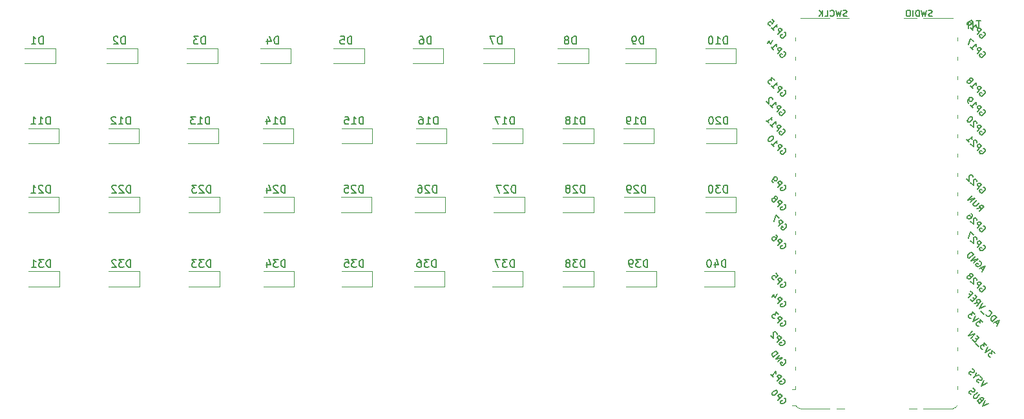
<source format=gbo>
%TF.GenerationSoftware,KiCad,Pcbnew,9.0.1*%
%TF.CreationDate,2025-04-23T13:29:54-06:00*%
%TF.ProjectId,brownberryKeeb,62726f77-6e62-4657-9272-794b6565622e,rev?*%
%TF.SameCoordinates,Original*%
%TF.FileFunction,Legend,Bot*%
%TF.FilePolarity,Positive*%
%FSLAX46Y46*%
G04 Gerber Fmt 4.6, Leading zero omitted, Abs format (unit mm)*
G04 Created by KiCad (PCBNEW 9.0.1) date 2025-04-23 13:29:54*
%MOMM*%
%LPD*%
G01*
G04 APERTURE LIST*
%ADD10C,0.150000*%
%ADD11C,0.120000*%
G04 APERTURE END LIST*
D10*
X141064285Y-104954819D02*
X141064285Y-103954819D01*
X141064285Y-103954819D02*
X140826190Y-103954819D01*
X140826190Y-103954819D02*
X140683333Y-104002438D01*
X140683333Y-104002438D02*
X140588095Y-104097676D01*
X140588095Y-104097676D02*
X140540476Y-104192914D01*
X140540476Y-104192914D02*
X140492857Y-104383390D01*
X140492857Y-104383390D02*
X140492857Y-104526247D01*
X140492857Y-104526247D02*
X140540476Y-104716723D01*
X140540476Y-104716723D02*
X140588095Y-104811961D01*
X140588095Y-104811961D02*
X140683333Y-104907200D01*
X140683333Y-104907200D02*
X140826190Y-104954819D01*
X140826190Y-104954819D02*
X141064285Y-104954819D01*
X139540476Y-104954819D02*
X140111904Y-104954819D01*
X139826190Y-104954819D02*
X139826190Y-103954819D01*
X139826190Y-103954819D02*
X139921428Y-104097676D01*
X139921428Y-104097676D02*
X140016666Y-104192914D01*
X140016666Y-104192914D02*
X140111904Y-104240533D01*
X138635714Y-103954819D02*
X139111904Y-103954819D01*
X139111904Y-103954819D02*
X139159523Y-104431009D01*
X139159523Y-104431009D02*
X139111904Y-104383390D01*
X139111904Y-104383390D02*
X139016666Y-104335771D01*
X139016666Y-104335771D02*
X138778571Y-104335771D01*
X138778571Y-104335771D02*
X138683333Y-104383390D01*
X138683333Y-104383390D02*
X138635714Y-104431009D01*
X138635714Y-104431009D02*
X138588095Y-104526247D01*
X138588095Y-104526247D02*
X138588095Y-104764342D01*
X138588095Y-104764342D02*
X138635714Y-104859580D01*
X138635714Y-104859580D02*
X138683333Y-104907200D01*
X138683333Y-104907200D02*
X138778571Y-104954819D01*
X138778571Y-104954819D02*
X139016666Y-104954819D01*
X139016666Y-104954819D02*
X139111904Y-104907200D01*
X139111904Y-104907200D02*
X139159523Y-104859580D01*
X149938094Y-94454819D02*
X149938094Y-93454819D01*
X149938094Y-93454819D02*
X149699999Y-93454819D01*
X149699999Y-93454819D02*
X149557142Y-93502438D01*
X149557142Y-93502438D02*
X149461904Y-93597676D01*
X149461904Y-93597676D02*
X149414285Y-93692914D01*
X149414285Y-93692914D02*
X149366666Y-93883390D01*
X149366666Y-93883390D02*
X149366666Y-94026247D01*
X149366666Y-94026247D02*
X149414285Y-94216723D01*
X149414285Y-94216723D02*
X149461904Y-94311961D01*
X149461904Y-94311961D02*
X149557142Y-94407200D01*
X149557142Y-94407200D02*
X149699999Y-94454819D01*
X149699999Y-94454819D02*
X149938094Y-94454819D01*
X148509523Y-93454819D02*
X148699999Y-93454819D01*
X148699999Y-93454819D02*
X148795237Y-93502438D01*
X148795237Y-93502438D02*
X148842856Y-93550057D01*
X148842856Y-93550057D02*
X148938094Y-93692914D01*
X148938094Y-93692914D02*
X148985713Y-93883390D01*
X148985713Y-93883390D02*
X148985713Y-94264342D01*
X148985713Y-94264342D02*
X148938094Y-94359580D01*
X148938094Y-94359580D02*
X148890475Y-94407200D01*
X148890475Y-94407200D02*
X148795237Y-94454819D01*
X148795237Y-94454819D02*
X148604761Y-94454819D01*
X148604761Y-94454819D02*
X148509523Y-94407200D01*
X148509523Y-94407200D02*
X148461904Y-94359580D01*
X148461904Y-94359580D02*
X148414285Y-94264342D01*
X148414285Y-94264342D02*
X148414285Y-94026247D01*
X148414285Y-94026247D02*
X148461904Y-93931009D01*
X148461904Y-93931009D02*
X148509523Y-93883390D01*
X148509523Y-93883390D02*
X148604761Y-93835771D01*
X148604761Y-93835771D02*
X148795237Y-93835771D01*
X148795237Y-93835771D02*
X148890475Y-93883390D01*
X148890475Y-93883390D02*
X148938094Y-93931009D01*
X148938094Y-93931009D02*
X148985713Y-94026247D01*
X178314285Y-123704819D02*
X178314285Y-122704819D01*
X178314285Y-122704819D02*
X178076190Y-122704819D01*
X178076190Y-122704819D02*
X177933333Y-122752438D01*
X177933333Y-122752438D02*
X177838095Y-122847676D01*
X177838095Y-122847676D02*
X177790476Y-122942914D01*
X177790476Y-122942914D02*
X177742857Y-123133390D01*
X177742857Y-123133390D02*
X177742857Y-123276247D01*
X177742857Y-123276247D02*
X177790476Y-123466723D01*
X177790476Y-123466723D02*
X177838095Y-123561961D01*
X177838095Y-123561961D02*
X177933333Y-123657200D01*
X177933333Y-123657200D02*
X178076190Y-123704819D01*
X178076190Y-123704819D02*
X178314285Y-123704819D01*
X177409523Y-122704819D02*
X176790476Y-122704819D01*
X176790476Y-122704819D02*
X177123809Y-123085771D01*
X177123809Y-123085771D02*
X176980952Y-123085771D01*
X176980952Y-123085771D02*
X176885714Y-123133390D01*
X176885714Y-123133390D02*
X176838095Y-123181009D01*
X176838095Y-123181009D02*
X176790476Y-123276247D01*
X176790476Y-123276247D02*
X176790476Y-123514342D01*
X176790476Y-123514342D02*
X176838095Y-123609580D01*
X176838095Y-123609580D02*
X176885714Y-123657200D01*
X176885714Y-123657200D02*
X176980952Y-123704819D01*
X176980952Y-123704819D02*
X177266666Y-123704819D01*
X177266666Y-123704819D02*
X177361904Y-123657200D01*
X177361904Y-123657200D02*
X177409523Y-123609580D01*
X176314285Y-123704819D02*
X176123809Y-123704819D01*
X176123809Y-123704819D02*
X176028571Y-123657200D01*
X176028571Y-123657200D02*
X175980952Y-123609580D01*
X175980952Y-123609580D02*
X175885714Y-123466723D01*
X175885714Y-123466723D02*
X175838095Y-123276247D01*
X175838095Y-123276247D02*
X175838095Y-122895295D01*
X175838095Y-122895295D02*
X175885714Y-122800057D01*
X175885714Y-122800057D02*
X175933333Y-122752438D01*
X175933333Y-122752438D02*
X176028571Y-122704819D01*
X176028571Y-122704819D02*
X176219047Y-122704819D01*
X176219047Y-122704819D02*
X176314285Y-122752438D01*
X176314285Y-122752438D02*
X176361904Y-122800057D01*
X176361904Y-122800057D02*
X176409523Y-122895295D01*
X176409523Y-122895295D02*
X176409523Y-123133390D01*
X176409523Y-123133390D02*
X176361904Y-123228628D01*
X176361904Y-123228628D02*
X176314285Y-123276247D01*
X176314285Y-123276247D02*
X176219047Y-123323866D01*
X176219047Y-123323866D02*
X176028571Y-123323866D01*
X176028571Y-123323866D02*
X175933333Y-123276247D01*
X175933333Y-123276247D02*
X175885714Y-123228628D01*
X175885714Y-123228628D02*
X175838095Y-123133390D01*
X110514285Y-104954819D02*
X110514285Y-103954819D01*
X110514285Y-103954819D02*
X110276190Y-103954819D01*
X110276190Y-103954819D02*
X110133333Y-104002438D01*
X110133333Y-104002438D02*
X110038095Y-104097676D01*
X110038095Y-104097676D02*
X109990476Y-104192914D01*
X109990476Y-104192914D02*
X109942857Y-104383390D01*
X109942857Y-104383390D02*
X109942857Y-104526247D01*
X109942857Y-104526247D02*
X109990476Y-104716723D01*
X109990476Y-104716723D02*
X110038095Y-104811961D01*
X110038095Y-104811961D02*
X110133333Y-104907200D01*
X110133333Y-104907200D02*
X110276190Y-104954819D01*
X110276190Y-104954819D02*
X110514285Y-104954819D01*
X108990476Y-104954819D02*
X109561904Y-104954819D01*
X109276190Y-104954819D02*
X109276190Y-103954819D01*
X109276190Y-103954819D02*
X109371428Y-104097676D01*
X109371428Y-104097676D02*
X109466666Y-104192914D01*
X109466666Y-104192914D02*
X109561904Y-104240533D01*
X108609523Y-104050057D02*
X108561904Y-104002438D01*
X108561904Y-104002438D02*
X108466666Y-103954819D01*
X108466666Y-103954819D02*
X108228571Y-103954819D01*
X108228571Y-103954819D02*
X108133333Y-104002438D01*
X108133333Y-104002438D02*
X108085714Y-104050057D01*
X108085714Y-104050057D02*
X108038095Y-104145295D01*
X108038095Y-104145295D02*
X108038095Y-104240533D01*
X108038095Y-104240533D02*
X108085714Y-104383390D01*
X108085714Y-104383390D02*
X108657142Y-104954819D01*
X108657142Y-104954819D02*
X108038095Y-104954819D01*
X161014285Y-113954819D02*
X161014285Y-112954819D01*
X161014285Y-112954819D02*
X160776190Y-112954819D01*
X160776190Y-112954819D02*
X160633333Y-113002438D01*
X160633333Y-113002438D02*
X160538095Y-113097676D01*
X160538095Y-113097676D02*
X160490476Y-113192914D01*
X160490476Y-113192914D02*
X160442857Y-113383390D01*
X160442857Y-113383390D02*
X160442857Y-113526247D01*
X160442857Y-113526247D02*
X160490476Y-113716723D01*
X160490476Y-113716723D02*
X160538095Y-113811961D01*
X160538095Y-113811961D02*
X160633333Y-113907200D01*
X160633333Y-113907200D02*
X160776190Y-113954819D01*
X160776190Y-113954819D02*
X161014285Y-113954819D01*
X160061904Y-113050057D02*
X160014285Y-113002438D01*
X160014285Y-113002438D02*
X159919047Y-112954819D01*
X159919047Y-112954819D02*
X159680952Y-112954819D01*
X159680952Y-112954819D02*
X159585714Y-113002438D01*
X159585714Y-113002438D02*
X159538095Y-113050057D01*
X159538095Y-113050057D02*
X159490476Y-113145295D01*
X159490476Y-113145295D02*
X159490476Y-113240533D01*
X159490476Y-113240533D02*
X159538095Y-113383390D01*
X159538095Y-113383390D02*
X160109523Y-113954819D01*
X160109523Y-113954819D02*
X159490476Y-113954819D01*
X159157142Y-112954819D02*
X158490476Y-112954819D01*
X158490476Y-112954819D02*
X158919047Y-113954819D01*
X100014285Y-104954819D02*
X100014285Y-103954819D01*
X100014285Y-103954819D02*
X99776190Y-103954819D01*
X99776190Y-103954819D02*
X99633333Y-104002438D01*
X99633333Y-104002438D02*
X99538095Y-104097676D01*
X99538095Y-104097676D02*
X99490476Y-104192914D01*
X99490476Y-104192914D02*
X99442857Y-104383390D01*
X99442857Y-104383390D02*
X99442857Y-104526247D01*
X99442857Y-104526247D02*
X99490476Y-104716723D01*
X99490476Y-104716723D02*
X99538095Y-104811961D01*
X99538095Y-104811961D02*
X99633333Y-104907200D01*
X99633333Y-104907200D02*
X99776190Y-104954819D01*
X99776190Y-104954819D02*
X100014285Y-104954819D01*
X98490476Y-104954819D02*
X99061904Y-104954819D01*
X98776190Y-104954819D02*
X98776190Y-103954819D01*
X98776190Y-103954819D02*
X98871428Y-104097676D01*
X98871428Y-104097676D02*
X98966666Y-104192914D01*
X98966666Y-104192914D02*
X99061904Y-104240533D01*
X97538095Y-104954819D02*
X98109523Y-104954819D01*
X97823809Y-104954819D02*
X97823809Y-103954819D01*
X97823809Y-103954819D02*
X97919047Y-104097676D01*
X97919047Y-104097676D02*
X98014285Y-104192914D01*
X98014285Y-104192914D02*
X98109523Y-104240533D01*
X170064285Y-104954819D02*
X170064285Y-103954819D01*
X170064285Y-103954819D02*
X169826190Y-103954819D01*
X169826190Y-103954819D02*
X169683333Y-104002438D01*
X169683333Y-104002438D02*
X169588095Y-104097676D01*
X169588095Y-104097676D02*
X169540476Y-104192914D01*
X169540476Y-104192914D02*
X169492857Y-104383390D01*
X169492857Y-104383390D02*
X169492857Y-104526247D01*
X169492857Y-104526247D02*
X169540476Y-104716723D01*
X169540476Y-104716723D02*
X169588095Y-104811961D01*
X169588095Y-104811961D02*
X169683333Y-104907200D01*
X169683333Y-104907200D02*
X169826190Y-104954819D01*
X169826190Y-104954819D02*
X170064285Y-104954819D01*
X168540476Y-104954819D02*
X169111904Y-104954819D01*
X168826190Y-104954819D02*
X168826190Y-103954819D01*
X168826190Y-103954819D02*
X168921428Y-104097676D01*
X168921428Y-104097676D02*
X169016666Y-104192914D01*
X169016666Y-104192914D02*
X169111904Y-104240533D01*
X167969047Y-104383390D02*
X168064285Y-104335771D01*
X168064285Y-104335771D02*
X168111904Y-104288152D01*
X168111904Y-104288152D02*
X168159523Y-104192914D01*
X168159523Y-104192914D02*
X168159523Y-104145295D01*
X168159523Y-104145295D02*
X168111904Y-104050057D01*
X168111904Y-104050057D02*
X168064285Y-104002438D01*
X168064285Y-104002438D02*
X167969047Y-103954819D01*
X167969047Y-103954819D02*
X167778571Y-103954819D01*
X167778571Y-103954819D02*
X167683333Y-104002438D01*
X167683333Y-104002438D02*
X167635714Y-104050057D01*
X167635714Y-104050057D02*
X167588095Y-104145295D01*
X167588095Y-104145295D02*
X167588095Y-104192914D01*
X167588095Y-104192914D02*
X167635714Y-104288152D01*
X167635714Y-104288152D02*
X167683333Y-104335771D01*
X167683333Y-104335771D02*
X167778571Y-104383390D01*
X167778571Y-104383390D02*
X167969047Y-104383390D01*
X167969047Y-104383390D02*
X168064285Y-104431009D01*
X168064285Y-104431009D02*
X168111904Y-104478628D01*
X168111904Y-104478628D02*
X168159523Y-104573866D01*
X168159523Y-104573866D02*
X168159523Y-104764342D01*
X168159523Y-104764342D02*
X168111904Y-104859580D01*
X168111904Y-104859580D02*
X168064285Y-104907200D01*
X168064285Y-104907200D02*
X167969047Y-104954819D01*
X167969047Y-104954819D02*
X167778571Y-104954819D01*
X167778571Y-104954819D02*
X167683333Y-104907200D01*
X167683333Y-104907200D02*
X167635714Y-104859580D01*
X167635714Y-104859580D02*
X167588095Y-104764342D01*
X167588095Y-104764342D02*
X167588095Y-104573866D01*
X167588095Y-104573866D02*
X167635714Y-104478628D01*
X167635714Y-104478628D02*
X167683333Y-104431009D01*
X167683333Y-104431009D02*
X167778571Y-104383390D01*
X178014285Y-104954819D02*
X178014285Y-103954819D01*
X178014285Y-103954819D02*
X177776190Y-103954819D01*
X177776190Y-103954819D02*
X177633333Y-104002438D01*
X177633333Y-104002438D02*
X177538095Y-104097676D01*
X177538095Y-104097676D02*
X177490476Y-104192914D01*
X177490476Y-104192914D02*
X177442857Y-104383390D01*
X177442857Y-104383390D02*
X177442857Y-104526247D01*
X177442857Y-104526247D02*
X177490476Y-104716723D01*
X177490476Y-104716723D02*
X177538095Y-104811961D01*
X177538095Y-104811961D02*
X177633333Y-104907200D01*
X177633333Y-104907200D02*
X177776190Y-104954819D01*
X177776190Y-104954819D02*
X178014285Y-104954819D01*
X176490476Y-104954819D02*
X177061904Y-104954819D01*
X176776190Y-104954819D02*
X176776190Y-103954819D01*
X176776190Y-103954819D02*
X176871428Y-104097676D01*
X176871428Y-104097676D02*
X176966666Y-104192914D01*
X176966666Y-104192914D02*
X177061904Y-104240533D01*
X176014285Y-104954819D02*
X175823809Y-104954819D01*
X175823809Y-104954819D02*
X175728571Y-104907200D01*
X175728571Y-104907200D02*
X175680952Y-104859580D01*
X175680952Y-104859580D02*
X175585714Y-104716723D01*
X175585714Y-104716723D02*
X175538095Y-104526247D01*
X175538095Y-104526247D02*
X175538095Y-104145295D01*
X175538095Y-104145295D02*
X175585714Y-104050057D01*
X175585714Y-104050057D02*
X175633333Y-104002438D01*
X175633333Y-104002438D02*
X175728571Y-103954819D01*
X175728571Y-103954819D02*
X175919047Y-103954819D01*
X175919047Y-103954819D02*
X176014285Y-104002438D01*
X176014285Y-104002438D02*
X176061904Y-104050057D01*
X176061904Y-104050057D02*
X176109523Y-104145295D01*
X176109523Y-104145295D02*
X176109523Y-104383390D01*
X176109523Y-104383390D02*
X176061904Y-104478628D01*
X176061904Y-104478628D02*
X176014285Y-104526247D01*
X176014285Y-104526247D02*
X175919047Y-104573866D01*
X175919047Y-104573866D02*
X175728571Y-104573866D01*
X175728571Y-104573866D02*
X175633333Y-104526247D01*
X175633333Y-104526247D02*
X175585714Y-104478628D01*
X175585714Y-104478628D02*
X175538095Y-104383390D01*
X150564285Y-123704819D02*
X150564285Y-122704819D01*
X150564285Y-122704819D02*
X150326190Y-122704819D01*
X150326190Y-122704819D02*
X150183333Y-122752438D01*
X150183333Y-122752438D02*
X150088095Y-122847676D01*
X150088095Y-122847676D02*
X150040476Y-122942914D01*
X150040476Y-122942914D02*
X149992857Y-123133390D01*
X149992857Y-123133390D02*
X149992857Y-123276247D01*
X149992857Y-123276247D02*
X150040476Y-123466723D01*
X150040476Y-123466723D02*
X150088095Y-123561961D01*
X150088095Y-123561961D02*
X150183333Y-123657200D01*
X150183333Y-123657200D02*
X150326190Y-123704819D01*
X150326190Y-123704819D02*
X150564285Y-123704819D01*
X149659523Y-122704819D02*
X149040476Y-122704819D01*
X149040476Y-122704819D02*
X149373809Y-123085771D01*
X149373809Y-123085771D02*
X149230952Y-123085771D01*
X149230952Y-123085771D02*
X149135714Y-123133390D01*
X149135714Y-123133390D02*
X149088095Y-123181009D01*
X149088095Y-123181009D02*
X149040476Y-123276247D01*
X149040476Y-123276247D02*
X149040476Y-123514342D01*
X149040476Y-123514342D02*
X149088095Y-123609580D01*
X149088095Y-123609580D02*
X149135714Y-123657200D01*
X149135714Y-123657200D02*
X149230952Y-123704819D01*
X149230952Y-123704819D02*
X149516666Y-123704819D01*
X149516666Y-123704819D02*
X149611904Y-123657200D01*
X149611904Y-123657200D02*
X149659523Y-123609580D01*
X148183333Y-122704819D02*
X148373809Y-122704819D01*
X148373809Y-122704819D02*
X148469047Y-122752438D01*
X148469047Y-122752438D02*
X148516666Y-122800057D01*
X148516666Y-122800057D02*
X148611904Y-122942914D01*
X148611904Y-122942914D02*
X148659523Y-123133390D01*
X148659523Y-123133390D02*
X148659523Y-123514342D01*
X148659523Y-123514342D02*
X148611904Y-123609580D01*
X148611904Y-123609580D02*
X148564285Y-123657200D01*
X148564285Y-123657200D02*
X148469047Y-123704819D01*
X148469047Y-123704819D02*
X148278571Y-123704819D01*
X148278571Y-123704819D02*
X148183333Y-123657200D01*
X148183333Y-123657200D02*
X148135714Y-123609580D01*
X148135714Y-123609580D02*
X148088095Y-123514342D01*
X148088095Y-123514342D02*
X148088095Y-123276247D01*
X148088095Y-123276247D02*
X148135714Y-123181009D01*
X148135714Y-123181009D02*
X148183333Y-123133390D01*
X148183333Y-123133390D02*
X148278571Y-123085771D01*
X148278571Y-123085771D02*
X148469047Y-123085771D01*
X148469047Y-123085771D02*
X148564285Y-123133390D01*
X148564285Y-123133390D02*
X148611904Y-123181009D01*
X148611904Y-123181009D02*
X148659523Y-123276247D01*
X121064285Y-123704819D02*
X121064285Y-122704819D01*
X121064285Y-122704819D02*
X120826190Y-122704819D01*
X120826190Y-122704819D02*
X120683333Y-122752438D01*
X120683333Y-122752438D02*
X120588095Y-122847676D01*
X120588095Y-122847676D02*
X120540476Y-122942914D01*
X120540476Y-122942914D02*
X120492857Y-123133390D01*
X120492857Y-123133390D02*
X120492857Y-123276247D01*
X120492857Y-123276247D02*
X120540476Y-123466723D01*
X120540476Y-123466723D02*
X120588095Y-123561961D01*
X120588095Y-123561961D02*
X120683333Y-123657200D01*
X120683333Y-123657200D02*
X120826190Y-123704819D01*
X120826190Y-123704819D02*
X121064285Y-123704819D01*
X120159523Y-122704819D02*
X119540476Y-122704819D01*
X119540476Y-122704819D02*
X119873809Y-123085771D01*
X119873809Y-123085771D02*
X119730952Y-123085771D01*
X119730952Y-123085771D02*
X119635714Y-123133390D01*
X119635714Y-123133390D02*
X119588095Y-123181009D01*
X119588095Y-123181009D02*
X119540476Y-123276247D01*
X119540476Y-123276247D02*
X119540476Y-123514342D01*
X119540476Y-123514342D02*
X119588095Y-123609580D01*
X119588095Y-123609580D02*
X119635714Y-123657200D01*
X119635714Y-123657200D02*
X119730952Y-123704819D01*
X119730952Y-123704819D02*
X120016666Y-123704819D01*
X120016666Y-123704819D02*
X120111904Y-123657200D01*
X120111904Y-123657200D02*
X120159523Y-123609580D01*
X119207142Y-122704819D02*
X118588095Y-122704819D01*
X118588095Y-122704819D02*
X118921428Y-123085771D01*
X118921428Y-123085771D02*
X118778571Y-123085771D01*
X118778571Y-123085771D02*
X118683333Y-123133390D01*
X118683333Y-123133390D02*
X118635714Y-123181009D01*
X118635714Y-123181009D02*
X118588095Y-123276247D01*
X118588095Y-123276247D02*
X118588095Y-123514342D01*
X118588095Y-123514342D02*
X118635714Y-123609580D01*
X118635714Y-123609580D02*
X118683333Y-123657200D01*
X118683333Y-123657200D02*
X118778571Y-123704819D01*
X118778571Y-123704819D02*
X119064285Y-123704819D01*
X119064285Y-123704819D02*
X119159523Y-123657200D01*
X119159523Y-123657200D02*
X119207142Y-123609580D01*
X170064285Y-123704819D02*
X170064285Y-122704819D01*
X170064285Y-122704819D02*
X169826190Y-122704819D01*
X169826190Y-122704819D02*
X169683333Y-122752438D01*
X169683333Y-122752438D02*
X169588095Y-122847676D01*
X169588095Y-122847676D02*
X169540476Y-122942914D01*
X169540476Y-122942914D02*
X169492857Y-123133390D01*
X169492857Y-123133390D02*
X169492857Y-123276247D01*
X169492857Y-123276247D02*
X169540476Y-123466723D01*
X169540476Y-123466723D02*
X169588095Y-123561961D01*
X169588095Y-123561961D02*
X169683333Y-123657200D01*
X169683333Y-123657200D02*
X169826190Y-123704819D01*
X169826190Y-123704819D02*
X170064285Y-123704819D01*
X169159523Y-122704819D02*
X168540476Y-122704819D01*
X168540476Y-122704819D02*
X168873809Y-123085771D01*
X168873809Y-123085771D02*
X168730952Y-123085771D01*
X168730952Y-123085771D02*
X168635714Y-123133390D01*
X168635714Y-123133390D02*
X168588095Y-123181009D01*
X168588095Y-123181009D02*
X168540476Y-123276247D01*
X168540476Y-123276247D02*
X168540476Y-123514342D01*
X168540476Y-123514342D02*
X168588095Y-123609580D01*
X168588095Y-123609580D02*
X168635714Y-123657200D01*
X168635714Y-123657200D02*
X168730952Y-123704819D01*
X168730952Y-123704819D02*
X169016666Y-123704819D01*
X169016666Y-123704819D02*
X169111904Y-123657200D01*
X169111904Y-123657200D02*
X169159523Y-123609580D01*
X167969047Y-123133390D02*
X168064285Y-123085771D01*
X168064285Y-123085771D02*
X168111904Y-123038152D01*
X168111904Y-123038152D02*
X168159523Y-122942914D01*
X168159523Y-122942914D02*
X168159523Y-122895295D01*
X168159523Y-122895295D02*
X168111904Y-122800057D01*
X168111904Y-122800057D02*
X168064285Y-122752438D01*
X168064285Y-122752438D02*
X167969047Y-122704819D01*
X167969047Y-122704819D02*
X167778571Y-122704819D01*
X167778571Y-122704819D02*
X167683333Y-122752438D01*
X167683333Y-122752438D02*
X167635714Y-122800057D01*
X167635714Y-122800057D02*
X167588095Y-122895295D01*
X167588095Y-122895295D02*
X167588095Y-122942914D01*
X167588095Y-122942914D02*
X167635714Y-123038152D01*
X167635714Y-123038152D02*
X167683333Y-123085771D01*
X167683333Y-123085771D02*
X167778571Y-123133390D01*
X167778571Y-123133390D02*
X167969047Y-123133390D01*
X167969047Y-123133390D02*
X168064285Y-123181009D01*
X168064285Y-123181009D02*
X168111904Y-123228628D01*
X168111904Y-123228628D02*
X168159523Y-123323866D01*
X168159523Y-123323866D02*
X168159523Y-123514342D01*
X168159523Y-123514342D02*
X168111904Y-123609580D01*
X168111904Y-123609580D02*
X168064285Y-123657200D01*
X168064285Y-123657200D02*
X167969047Y-123704819D01*
X167969047Y-123704819D02*
X167778571Y-123704819D01*
X167778571Y-123704819D02*
X167683333Y-123657200D01*
X167683333Y-123657200D02*
X167635714Y-123609580D01*
X167635714Y-123609580D02*
X167588095Y-123514342D01*
X167588095Y-123514342D02*
X167588095Y-123323866D01*
X167588095Y-123323866D02*
X167635714Y-123228628D01*
X167635714Y-123228628D02*
X167683333Y-123181009D01*
X167683333Y-123181009D02*
X167778571Y-123133390D01*
X99088094Y-94454819D02*
X99088094Y-93454819D01*
X99088094Y-93454819D02*
X98849999Y-93454819D01*
X98849999Y-93454819D02*
X98707142Y-93502438D01*
X98707142Y-93502438D02*
X98611904Y-93597676D01*
X98611904Y-93597676D02*
X98564285Y-93692914D01*
X98564285Y-93692914D02*
X98516666Y-93883390D01*
X98516666Y-93883390D02*
X98516666Y-94026247D01*
X98516666Y-94026247D02*
X98564285Y-94216723D01*
X98564285Y-94216723D02*
X98611904Y-94311961D01*
X98611904Y-94311961D02*
X98707142Y-94407200D01*
X98707142Y-94407200D02*
X98849999Y-94454819D01*
X98849999Y-94454819D02*
X99088094Y-94454819D01*
X97564285Y-94454819D02*
X98135713Y-94454819D01*
X97849999Y-94454819D02*
X97849999Y-93454819D01*
X97849999Y-93454819D02*
X97945237Y-93597676D01*
X97945237Y-93597676D02*
X98040475Y-93692914D01*
X98040475Y-93692914D02*
X98135713Y-93740533D01*
X109838094Y-94454819D02*
X109838094Y-93454819D01*
X109838094Y-93454819D02*
X109599999Y-93454819D01*
X109599999Y-93454819D02*
X109457142Y-93502438D01*
X109457142Y-93502438D02*
X109361904Y-93597676D01*
X109361904Y-93597676D02*
X109314285Y-93692914D01*
X109314285Y-93692914D02*
X109266666Y-93883390D01*
X109266666Y-93883390D02*
X109266666Y-94026247D01*
X109266666Y-94026247D02*
X109314285Y-94216723D01*
X109314285Y-94216723D02*
X109361904Y-94311961D01*
X109361904Y-94311961D02*
X109457142Y-94407200D01*
X109457142Y-94407200D02*
X109599999Y-94454819D01*
X109599999Y-94454819D02*
X109838094Y-94454819D01*
X108885713Y-93550057D02*
X108838094Y-93502438D01*
X108838094Y-93502438D02*
X108742856Y-93454819D01*
X108742856Y-93454819D02*
X108504761Y-93454819D01*
X108504761Y-93454819D02*
X108409523Y-93502438D01*
X108409523Y-93502438D02*
X108361904Y-93550057D01*
X108361904Y-93550057D02*
X108314285Y-93645295D01*
X108314285Y-93645295D02*
X108314285Y-93740533D01*
X108314285Y-93740533D02*
X108361904Y-93883390D01*
X108361904Y-93883390D02*
X108933332Y-94454819D01*
X108933332Y-94454819D02*
X108314285Y-94454819D01*
X170064285Y-113954819D02*
X170064285Y-112954819D01*
X170064285Y-112954819D02*
X169826190Y-112954819D01*
X169826190Y-112954819D02*
X169683333Y-113002438D01*
X169683333Y-113002438D02*
X169588095Y-113097676D01*
X169588095Y-113097676D02*
X169540476Y-113192914D01*
X169540476Y-113192914D02*
X169492857Y-113383390D01*
X169492857Y-113383390D02*
X169492857Y-113526247D01*
X169492857Y-113526247D02*
X169540476Y-113716723D01*
X169540476Y-113716723D02*
X169588095Y-113811961D01*
X169588095Y-113811961D02*
X169683333Y-113907200D01*
X169683333Y-113907200D02*
X169826190Y-113954819D01*
X169826190Y-113954819D02*
X170064285Y-113954819D01*
X169111904Y-113050057D02*
X169064285Y-113002438D01*
X169064285Y-113002438D02*
X168969047Y-112954819D01*
X168969047Y-112954819D02*
X168730952Y-112954819D01*
X168730952Y-112954819D02*
X168635714Y-113002438D01*
X168635714Y-113002438D02*
X168588095Y-113050057D01*
X168588095Y-113050057D02*
X168540476Y-113145295D01*
X168540476Y-113145295D02*
X168540476Y-113240533D01*
X168540476Y-113240533D02*
X168588095Y-113383390D01*
X168588095Y-113383390D02*
X169159523Y-113954819D01*
X169159523Y-113954819D02*
X168540476Y-113954819D01*
X167969047Y-113383390D02*
X168064285Y-113335771D01*
X168064285Y-113335771D02*
X168111904Y-113288152D01*
X168111904Y-113288152D02*
X168159523Y-113192914D01*
X168159523Y-113192914D02*
X168159523Y-113145295D01*
X168159523Y-113145295D02*
X168111904Y-113050057D01*
X168111904Y-113050057D02*
X168064285Y-113002438D01*
X168064285Y-113002438D02*
X167969047Y-112954819D01*
X167969047Y-112954819D02*
X167778571Y-112954819D01*
X167778571Y-112954819D02*
X167683333Y-113002438D01*
X167683333Y-113002438D02*
X167635714Y-113050057D01*
X167635714Y-113050057D02*
X167588095Y-113145295D01*
X167588095Y-113145295D02*
X167588095Y-113192914D01*
X167588095Y-113192914D02*
X167635714Y-113288152D01*
X167635714Y-113288152D02*
X167683333Y-113335771D01*
X167683333Y-113335771D02*
X167778571Y-113383390D01*
X167778571Y-113383390D02*
X167969047Y-113383390D01*
X167969047Y-113383390D02*
X168064285Y-113431009D01*
X168064285Y-113431009D02*
X168111904Y-113478628D01*
X168111904Y-113478628D02*
X168159523Y-113573866D01*
X168159523Y-113573866D02*
X168159523Y-113764342D01*
X168159523Y-113764342D02*
X168111904Y-113859580D01*
X168111904Y-113859580D02*
X168064285Y-113907200D01*
X168064285Y-113907200D02*
X167969047Y-113954819D01*
X167969047Y-113954819D02*
X167778571Y-113954819D01*
X167778571Y-113954819D02*
X167683333Y-113907200D01*
X167683333Y-113907200D02*
X167635714Y-113859580D01*
X167635714Y-113859580D02*
X167588095Y-113764342D01*
X167588095Y-113764342D02*
X167588095Y-113573866D01*
X167588095Y-113573866D02*
X167635714Y-113478628D01*
X167635714Y-113478628D02*
X167683333Y-113431009D01*
X167683333Y-113431009D02*
X167778571Y-113383390D01*
X188764285Y-113954819D02*
X188764285Y-112954819D01*
X188764285Y-112954819D02*
X188526190Y-112954819D01*
X188526190Y-112954819D02*
X188383333Y-113002438D01*
X188383333Y-113002438D02*
X188288095Y-113097676D01*
X188288095Y-113097676D02*
X188240476Y-113192914D01*
X188240476Y-113192914D02*
X188192857Y-113383390D01*
X188192857Y-113383390D02*
X188192857Y-113526247D01*
X188192857Y-113526247D02*
X188240476Y-113716723D01*
X188240476Y-113716723D02*
X188288095Y-113811961D01*
X188288095Y-113811961D02*
X188383333Y-113907200D01*
X188383333Y-113907200D02*
X188526190Y-113954819D01*
X188526190Y-113954819D02*
X188764285Y-113954819D01*
X187859523Y-112954819D02*
X187240476Y-112954819D01*
X187240476Y-112954819D02*
X187573809Y-113335771D01*
X187573809Y-113335771D02*
X187430952Y-113335771D01*
X187430952Y-113335771D02*
X187335714Y-113383390D01*
X187335714Y-113383390D02*
X187288095Y-113431009D01*
X187288095Y-113431009D02*
X187240476Y-113526247D01*
X187240476Y-113526247D02*
X187240476Y-113764342D01*
X187240476Y-113764342D02*
X187288095Y-113859580D01*
X187288095Y-113859580D02*
X187335714Y-113907200D01*
X187335714Y-113907200D02*
X187430952Y-113954819D01*
X187430952Y-113954819D02*
X187716666Y-113954819D01*
X187716666Y-113954819D02*
X187811904Y-113907200D01*
X187811904Y-113907200D02*
X187859523Y-113859580D01*
X186621428Y-112954819D02*
X186526190Y-112954819D01*
X186526190Y-112954819D02*
X186430952Y-113002438D01*
X186430952Y-113002438D02*
X186383333Y-113050057D01*
X186383333Y-113050057D02*
X186335714Y-113145295D01*
X186335714Y-113145295D02*
X186288095Y-113335771D01*
X186288095Y-113335771D02*
X186288095Y-113573866D01*
X186288095Y-113573866D02*
X186335714Y-113764342D01*
X186335714Y-113764342D02*
X186383333Y-113859580D01*
X186383333Y-113859580D02*
X186430952Y-113907200D01*
X186430952Y-113907200D02*
X186526190Y-113954819D01*
X186526190Y-113954819D02*
X186621428Y-113954819D01*
X186621428Y-113954819D02*
X186716666Y-113907200D01*
X186716666Y-113907200D02*
X186764285Y-113859580D01*
X186764285Y-113859580D02*
X186811904Y-113764342D01*
X186811904Y-113764342D02*
X186859523Y-113573866D01*
X186859523Y-113573866D02*
X186859523Y-113335771D01*
X186859523Y-113335771D02*
X186811904Y-113145295D01*
X186811904Y-113145295D02*
X186764285Y-113050057D01*
X186764285Y-113050057D02*
X186716666Y-113002438D01*
X186716666Y-113002438D02*
X186621428Y-112954819D01*
X141064285Y-123704819D02*
X141064285Y-122704819D01*
X141064285Y-122704819D02*
X140826190Y-122704819D01*
X140826190Y-122704819D02*
X140683333Y-122752438D01*
X140683333Y-122752438D02*
X140588095Y-122847676D01*
X140588095Y-122847676D02*
X140540476Y-122942914D01*
X140540476Y-122942914D02*
X140492857Y-123133390D01*
X140492857Y-123133390D02*
X140492857Y-123276247D01*
X140492857Y-123276247D02*
X140540476Y-123466723D01*
X140540476Y-123466723D02*
X140588095Y-123561961D01*
X140588095Y-123561961D02*
X140683333Y-123657200D01*
X140683333Y-123657200D02*
X140826190Y-123704819D01*
X140826190Y-123704819D02*
X141064285Y-123704819D01*
X140159523Y-122704819D02*
X139540476Y-122704819D01*
X139540476Y-122704819D02*
X139873809Y-123085771D01*
X139873809Y-123085771D02*
X139730952Y-123085771D01*
X139730952Y-123085771D02*
X139635714Y-123133390D01*
X139635714Y-123133390D02*
X139588095Y-123181009D01*
X139588095Y-123181009D02*
X139540476Y-123276247D01*
X139540476Y-123276247D02*
X139540476Y-123514342D01*
X139540476Y-123514342D02*
X139588095Y-123609580D01*
X139588095Y-123609580D02*
X139635714Y-123657200D01*
X139635714Y-123657200D02*
X139730952Y-123704819D01*
X139730952Y-123704819D02*
X140016666Y-123704819D01*
X140016666Y-123704819D02*
X140111904Y-123657200D01*
X140111904Y-123657200D02*
X140159523Y-123609580D01*
X138635714Y-122704819D02*
X139111904Y-122704819D01*
X139111904Y-122704819D02*
X139159523Y-123181009D01*
X139159523Y-123181009D02*
X139111904Y-123133390D01*
X139111904Y-123133390D02*
X139016666Y-123085771D01*
X139016666Y-123085771D02*
X138778571Y-123085771D01*
X138778571Y-123085771D02*
X138683333Y-123133390D01*
X138683333Y-123133390D02*
X138635714Y-123181009D01*
X138635714Y-123181009D02*
X138588095Y-123276247D01*
X138588095Y-123276247D02*
X138588095Y-123514342D01*
X138588095Y-123514342D02*
X138635714Y-123609580D01*
X138635714Y-123609580D02*
X138683333Y-123657200D01*
X138683333Y-123657200D02*
X138778571Y-123704819D01*
X138778571Y-123704819D02*
X139016666Y-123704819D01*
X139016666Y-123704819D02*
X139111904Y-123657200D01*
X139111904Y-123657200D02*
X139159523Y-123609580D01*
X129938094Y-94454819D02*
X129938094Y-93454819D01*
X129938094Y-93454819D02*
X129699999Y-93454819D01*
X129699999Y-93454819D02*
X129557142Y-93502438D01*
X129557142Y-93502438D02*
X129461904Y-93597676D01*
X129461904Y-93597676D02*
X129414285Y-93692914D01*
X129414285Y-93692914D02*
X129366666Y-93883390D01*
X129366666Y-93883390D02*
X129366666Y-94026247D01*
X129366666Y-94026247D02*
X129414285Y-94216723D01*
X129414285Y-94216723D02*
X129461904Y-94311961D01*
X129461904Y-94311961D02*
X129557142Y-94407200D01*
X129557142Y-94407200D02*
X129699999Y-94454819D01*
X129699999Y-94454819D02*
X129938094Y-94454819D01*
X128509523Y-93788152D02*
X128509523Y-94454819D01*
X128747618Y-93407200D02*
X128985713Y-94121485D01*
X128985713Y-94121485D02*
X128366666Y-94121485D01*
X159188094Y-94454819D02*
X159188094Y-93454819D01*
X159188094Y-93454819D02*
X158949999Y-93454819D01*
X158949999Y-93454819D02*
X158807142Y-93502438D01*
X158807142Y-93502438D02*
X158711904Y-93597676D01*
X158711904Y-93597676D02*
X158664285Y-93692914D01*
X158664285Y-93692914D02*
X158616666Y-93883390D01*
X158616666Y-93883390D02*
X158616666Y-94026247D01*
X158616666Y-94026247D02*
X158664285Y-94216723D01*
X158664285Y-94216723D02*
X158711904Y-94311961D01*
X158711904Y-94311961D02*
X158807142Y-94407200D01*
X158807142Y-94407200D02*
X158949999Y-94454819D01*
X158949999Y-94454819D02*
X159188094Y-94454819D01*
X158283332Y-93454819D02*
X157616666Y-93454819D01*
X157616666Y-93454819D02*
X158045237Y-94454819D01*
X130814285Y-123704819D02*
X130814285Y-122704819D01*
X130814285Y-122704819D02*
X130576190Y-122704819D01*
X130576190Y-122704819D02*
X130433333Y-122752438D01*
X130433333Y-122752438D02*
X130338095Y-122847676D01*
X130338095Y-122847676D02*
X130290476Y-122942914D01*
X130290476Y-122942914D02*
X130242857Y-123133390D01*
X130242857Y-123133390D02*
X130242857Y-123276247D01*
X130242857Y-123276247D02*
X130290476Y-123466723D01*
X130290476Y-123466723D02*
X130338095Y-123561961D01*
X130338095Y-123561961D02*
X130433333Y-123657200D01*
X130433333Y-123657200D02*
X130576190Y-123704819D01*
X130576190Y-123704819D02*
X130814285Y-123704819D01*
X129909523Y-122704819D02*
X129290476Y-122704819D01*
X129290476Y-122704819D02*
X129623809Y-123085771D01*
X129623809Y-123085771D02*
X129480952Y-123085771D01*
X129480952Y-123085771D02*
X129385714Y-123133390D01*
X129385714Y-123133390D02*
X129338095Y-123181009D01*
X129338095Y-123181009D02*
X129290476Y-123276247D01*
X129290476Y-123276247D02*
X129290476Y-123514342D01*
X129290476Y-123514342D02*
X129338095Y-123609580D01*
X129338095Y-123609580D02*
X129385714Y-123657200D01*
X129385714Y-123657200D02*
X129480952Y-123704819D01*
X129480952Y-123704819D02*
X129766666Y-123704819D01*
X129766666Y-123704819D02*
X129861904Y-123657200D01*
X129861904Y-123657200D02*
X129909523Y-123609580D01*
X128433333Y-123038152D02*
X128433333Y-123704819D01*
X128671428Y-122657200D02*
X128909523Y-123371485D01*
X128909523Y-123371485D02*
X128290476Y-123371485D01*
X110564285Y-123704819D02*
X110564285Y-122704819D01*
X110564285Y-122704819D02*
X110326190Y-122704819D01*
X110326190Y-122704819D02*
X110183333Y-122752438D01*
X110183333Y-122752438D02*
X110088095Y-122847676D01*
X110088095Y-122847676D02*
X110040476Y-122942914D01*
X110040476Y-122942914D02*
X109992857Y-123133390D01*
X109992857Y-123133390D02*
X109992857Y-123276247D01*
X109992857Y-123276247D02*
X110040476Y-123466723D01*
X110040476Y-123466723D02*
X110088095Y-123561961D01*
X110088095Y-123561961D02*
X110183333Y-123657200D01*
X110183333Y-123657200D02*
X110326190Y-123704819D01*
X110326190Y-123704819D02*
X110564285Y-123704819D01*
X109659523Y-122704819D02*
X109040476Y-122704819D01*
X109040476Y-122704819D02*
X109373809Y-123085771D01*
X109373809Y-123085771D02*
X109230952Y-123085771D01*
X109230952Y-123085771D02*
X109135714Y-123133390D01*
X109135714Y-123133390D02*
X109088095Y-123181009D01*
X109088095Y-123181009D02*
X109040476Y-123276247D01*
X109040476Y-123276247D02*
X109040476Y-123514342D01*
X109040476Y-123514342D02*
X109088095Y-123609580D01*
X109088095Y-123609580D02*
X109135714Y-123657200D01*
X109135714Y-123657200D02*
X109230952Y-123704819D01*
X109230952Y-123704819D02*
X109516666Y-123704819D01*
X109516666Y-123704819D02*
X109611904Y-123657200D01*
X109611904Y-123657200D02*
X109659523Y-123609580D01*
X108659523Y-122800057D02*
X108611904Y-122752438D01*
X108611904Y-122752438D02*
X108516666Y-122704819D01*
X108516666Y-122704819D02*
X108278571Y-122704819D01*
X108278571Y-122704819D02*
X108183333Y-122752438D01*
X108183333Y-122752438D02*
X108135714Y-122800057D01*
X108135714Y-122800057D02*
X108088095Y-122895295D01*
X108088095Y-122895295D02*
X108088095Y-122990533D01*
X108088095Y-122990533D02*
X108135714Y-123133390D01*
X108135714Y-123133390D02*
X108707142Y-123704819D01*
X108707142Y-123704819D02*
X108088095Y-123704819D01*
X110564285Y-113954819D02*
X110564285Y-112954819D01*
X110564285Y-112954819D02*
X110326190Y-112954819D01*
X110326190Y-112954819D02*
X110183333Y-113002438D01*
X110183333Y-113002438D02*
X110088095Y-113097676D01*
X110088095Y-113097676D02*
X110040476Y-113192914D01*
X110040476Y-113192914D02*
X109992857Y-113383390D01*
X109992857Y-113383390D02*
X109992857Y-113526247D01*
X109992857Y-113526247D02*
X110040476Y-113716723D01*
X110040476Y-113716723D02*
X110088095Y-113811961D01*
X110088095Y-113811961D02*
X110183333Y-113907200D01*
X110183333Y-113907200D02*
X110326190Y-113954819D01*
X110326190Y-113954819D02*
X110564285Y-113954819D01*
X109611904Y-113050057D02*
X109564285Y-113002438D01*
X109564285Y-113002438D02*
X109469047Y-112954819D01*
X109469047Y-112954819D02*
X109230952Y-112954819D01*
X109230952Y-112954819D02*
X109135714Y-113002438D01*
X109135714Y-113002438D02*
X109088095Y-113050057D01*
X109088095Y-113050057D02*
X109040476Y-113145295D01*
X109040476Y-113145295D02*
X109040476Y-113240533D01*
X109040476Y-113240533D02*
X109088095Y-113383390D01*
X109088095Y-113383390D02*
X109659523Y-113954819D01*
X109659523Y-113954819D02*
X109040476Y-113954819D01*
X108659523Y-113050057D02*
X108611904Y-113002438D01*
X108611904Y-113002438D02*
X108516666Y-112954819D01*
X108516666Y-112954819D02*
X108278571Y-112954819D01*
X108278571Y-112954819D02*
X108183333Y-113002438D01*
X108183333Y-113002438D02*
X108135714Y-113050057D01*
X108135714Y-113050057D02*
X108088095Y-113145295D01*
X108088095Y-113145295D02*
X108088095Y-113240533D01*
X108088095Y-113240533D02*
X108135714Y-113383390D01*
X108135714Y-113383390D02*
X108707142Y-113954819D01*
X108707142Y-113954819D02*
X108088095Y-113954819D01*
X178064285Y-113954819D02*
X178064285Y-112954819D01*
X178064285Y-112954819D02*
X177826190Y-112954819D01*
X177826190Y-112954819D02*
X177683333Y-113002438D01*
X177683333Y-113002438D02*
X177588095Y-113097676D01*
X177588095Y-113097676D02*
X177540476Y-113192914D01*
X177540476Y-113192914D02*
X177492857Y-113383390D01*
X177492857Y-113383390D02*
X177492857Y-113526247D01*
X177492857Y-113526247D02*
X177540476Y-113716723D01*
X177540476Y-113716723D02*
X177588095Y-113811961D01*
X177588095Y-113811961D02*
X177683333Y-113907200D01*
X177683333Y-113907200D02*
X177826190Y-113954819D01*
X177826190Y-113954819D02*
X178064285Y-113954819D01*
X177111904Y-113050057D02*
X177064285Y-113002438D01*
X177064285Y-113002438D02*
X176969047Y-112954819D01*
X176969047Y-112954819D02*
X176730952Y-112954819D01*
X176730952Y-112954819D02*
X176635714Y-113002438D01*
X176635714Y-113002438D02*
X176588095Y-113050057D01*
X176588095Y-113050057D02*
X176540476Y-113145295D01*
X176540476Y-113145295D02*
X176540476Y-113240533D01*
X176540476Y-113240533D02*
X176588095Y-113383390D01*
X176588095Y-113383390D02*
X177159523Y-113954819D01*
X177159523Y-113954819D02*
X176540476Y-113954819D01*
X176064285Y-113954819D02*
X175873809Y-113954819D01*
X175873809Y-113954819D02*
X175778571Y-113907200D01*
X175778571Y-113907200D02*
X175730952Y-113859580D01*
X175730952Y-113859580D02*
X175635714Y-113716723D01*
X175635714Y-113716723D02*
X175588095Y-113526247D01*
X175588095Y-113526247D02*
X175588095Y-113145295D01*
X175588095Y-113145295D02*
X175635714Y-113050057D01*
X175635714Y-113050057D02*
X175683333Y-113002438D01*
X175683333Y-113002438D02*
X175778571Y-112954819D01*
X175778571Y-112954819D02*
X175969047Y-112954819D01*
X175969047Y-112954819D02*
X176064285Y-113002438D01*
X176064285Y-113002438D02*
X176111904Y-113050057D01*
X176111904Y-113050057D02*
X176159523Y-113145295D01*
X176159523Y-113145295D02*
X176159523Y-113383390D01*
X176159523Y-113383390D02*
X176111904Y-113478628D01*
X176111904Y-113478628D02*
X176064285Y-113526247D01*
X176064285Y-113526247D02*
X175969047Y-113573866D01*
X175969047Y-113573866D02*
X175778571Y-113573866D01*
X175778571Y-113573866D02*
X175683333Y-113526247D01*
X175683333Y-113526247D02*
X175635714Y-113478628D01*
X175635714Y-113478628D02*
X175588095Y-113383390D01*
X188564285Y-123704819D02*
X188564285Y-122704819D01*
X188564285Y-122704819D02*
X188326190Y-122704819D01*
X188326190Y-122704819D02*
X188183333Y-122752438D01*
X188183333Y-122752438D02*
X188088095Y-122847676D01*
X188088095Y-122847676D02*
X188040476Y-122942914D01*
X188040476Y-122942914D02*
X187992857Y-123133390D01*
X187992857Y-123133390D02*
X187992857Y-123276247D01*
X187992857Y-123276247D02*
X188040476Y-123466723D01*
X188040476Y-123466723D02*
X188088095Y-123561961D01*
X188088095Y-123561961D02*
X188183333Y-123657200D01*
X188183333Y-123657200D02*
X188326190Y-123704819D01*
X188326190Y-123704819D02*
X188564285Y-123704819D01*
X187135714Y-123038152D02*
X187135714Y-123704819D01*
X187373809Y-122657200D02*
X187611904Y-123371485D01*
X187611904Y-123371485D02*
X186992857Y-123371485D01*
X186421428Y-122704819D02*
X186326190Y-122704819D01*
X186326190Y-122704819D02*
X186230952Y-122752438D01*
X186230952Y-122752438D02*
X186183333Y-122800057D01*
X186183333Y-122800057D02*
X186135714Y-122895295D01*
X186135714Y-122895295D02*
X186088095Y-123085771D01*
X186088095Y-123085771D02*
X186088095Y-123323866D01*
X186088095Y-123323866D02*
X186135714Y-123514342D01*
X186135714Y-123514342D02*
X186183333Y-123609580D01*
X186183333Y-123609580D02*
X186230952Y-123657200D01*
X186230952Y-123657200D02*
X186326190Y-123704819D01*
X186326190Y-123704819D02*
X186421428Y-123704819D01*
X186421428Y-123704819D02*
X186516666Y-123657200D01*
X186516666Y-123657200D02*
X186564285Y-123609580D01*
X186564285Y-123609580D02*
X186611904Y-123514342D01*
X186611904Y-123514342D02*
X186659523Y-123323866D01*
X186659523Y-123323866D02*
X186659523Y-123085771D01*
X186659523Y-123085771D02*
X186611904Y-122895295D01*
X186611904Y-122895295D02*
X186564285Y-122800057D01*
X186564285Y-122800057D02*
X186516666Y-122752438D01*
X186516666Y-122752438D02*
X186421428Y-122704819D01*
X141014285Y-113954819D02*
X141014285Y-112954819D01*
X141014285Y-112954819D02*
X140776190Y-112954819D01*
X140776190Y-112954819D02*
X140633333Y-113002438D01*
X140633333Y-113002438D02*
X140538095Y-113097676D01*
X140538095Y-113097676D02*
X140490476Y-113192914D01*
X140490476Y-113192914D02*
X140442857Y-113383390D01*
X140442857Y-113383390D02*
X140442857Y-113526247D01*
X140442857Y-113526247D02*
X140490476Y-113716723D01*
X140490476Y-113716723D02*
X140538095Y-113811961D01*
X140538095Y-113811961D02*
X140633333Y-113907200D01*
X140633333Y-113907200D02*
X140776190Y-113954819D01*
X140776190Y-113954819D02*
X141014285Y-113954819D01*
X140061904Y-113050057D02*
X140014285Y-113002438D01*
X140014285Y-113002438D02*
X139919047Y-112954819D01*
X139919047Y-112954819D02*
X139680952Y-112954819D01*
X139680952Y-112954819D02*
X139585714Y-113002438D01*
X139585714Y-113002438D02*
X139538095Y-113050057D01*
X139538095Y-113050057D02*
X139490476Y-113145295D01*
X139490476Y-113145295D02*
X139490476Y-113240533D01*
X139490476Y-113240533D02*
X139538095Y-113383390D01*
X139538095Y-113383390D02*
X140109523Y-113954819D01*
X140109523Y-113954819D02*
X139490476Y-113954819D01*
X138585714Y-112954819D02*
X139061904Y-112954819D01*
X139061904Y-112954819D02*
X139109523Y-113431009D01*
X139109523Y-113431009D02*
X139061904Y-113383390D01*
X139061904Y-113383390D02*
X138966666Y-113335771D01*
X138966666Y-113335771D02*
X138728571Y-113335771D01*
X138728571Y-113335771D02*
X138633333Y-113383390D01*
X138633333Y-113383390D02*
X138585714Y-113431009D01*
X138585714Y-113431009D02*
X138538095Y-113526247D01*
X138538095Y-113526247D02*
X138538095Y-113764342D01*
X138538095Y-113764342D02*
X138585714Y-113859580D01*
X138585714Y-113859580D02*
X138633333Y-113907200D01*
X138633333Y-113907200D02*
X138728571Y-113954819D01*
X138728571Y-113954819D02*
X138966666Y-113954819D01*
X138966666Y-113954819D02*
X139061904Y-113907200D01*
X139061904Y-113907200D02*
X139109523Y-113859580D01*
X188814285Y-104954819D02*
X188814285Y-103954819D01*
X188814285Y-103954819D02*
X188576190Y-103954819D01*
X188576190Y-103954819D02*
X188433333Y-104002438D01*
X188433333Y-104002438D02*
X188338095Y-104097676D01*
X188338095Y-104097676D02*
X188290476Y-104192914D01*
X188290476Y-104192914D02*
X188242857Y-104383390D01*
X188242857Y-104383390D02*
X188242857Y-104526247D01*
X188242857Y-104526247D02*
X188290476Y-104716723D01*
X188290476Y-104716723D02*
X188338095Y-104811961D01*
X188338095Y-104811961D02*
X188433333Y-104907200D01*
X188433333Y-104907200D02*
X188576190Y-104954819D01*
X188576190Y-104954819D02*
X188814285Y-104954819D01*
X187861904Y-104050057D02*
X187814285Y-104002438D01*
X187814285Y-104002438D02*
X187719047Y-103954819D01*
X187719047Y-103954819D02*
X187480952Y-103954819D01*
X187480952Y-103954819D02*
X187385714Y-104002438D01*
X187385714Y-104002438D02*
X187338095Y-104050057D01*
X187338095Y-104050057D02*
X187290476Y-104145295D01*
X187290476Y-104145295D02*
X187290476Y-104240533D01*
X187290476Y-104240533D02*
X187338095Y-104383390D01*
X187338095Y-104383390D02*
X187909523Y-104954819D01*
X187909523Y-104954819D02*
X187290476Y-104954819D01*
X186671428Y-103954819D02*
X186576190Y-103954819D01*
X186576190Y-103954819D02*
X186480952Y-104002438D01*
X186480952Y-104002438D02*
X186433333Y-104050057D01*
X186433333Y-104050057D02*
X186385714Y-104145295D01*
X186385714Y-104145295D02*
X186338095Y-104335771D01*
X186338095Y-104335771D02*
X186338095Y-104573866D01*
X186338095Y-104573866D02*
X186385714Y-104764342D01*
X186385714Y-104764342D02*
X186433333Y-104859580D01*
X186433333Y-104859580D02*
X186480952Y-104907200D01*
X186480952Y-104907200D02*
X186576190Y-104954819D01*
X186576190Y-104954819D02*
X186671428Y-104954819D01*
X186671428Y-104954819D02*
X186766666Y-104907200D01*
X186766666Y-104907200D02*
X186814285Y-104859580D01*
X186814285Y-104859580D02*
X186861904Y-104764342D01*
X186861904Y-104764342D02*
X186909523Y-104573866D01*
X186909523Y-104573866D02*
X186909523Y-104335771D01*
X186909523Y-104335771D02*
X186861904Y-104145295D01*
X186861904Y-104145295D02*
X186814285Y-104050057D01*
X186814285Y-104050057D02*
X186766666Y-104002438D01*
X186766666Y-104002438D02*
X186671428Y-103954819D01*
X120338094Y-94454819D02*
X120338094Y-93454819D01*
X120338094Y-93454819D02*
X120099999Y-93454819D01*
X120099999Y-93454819D02*
X119957142Y-93502438D01*
X119957142Y-93502438D02*
X119861904Y-93597676D01*
X119861904Y-93597676D02*
X119814285Y-93692914D01*
X119814285Y-93692914D02*
X119766666Y-93883390D01*
X119766666Y-93883390D02*
X119766666Y-94026247D01*
X119766666Y-94026247D02*
X119814285Y-94216723D01*
X119814285Y-94216723D02*
X119861904Y-94311961D01*
X119861904Y-94311961D02*
X119957142Y-94407200D01*
X119957142Y-94407200D02*
X120099999Y-94454819D01*
X120099999Y-94454819D02*
X120338094Y-94454819D01*
X119433332Y-93454819D02*
X118814285Y-93454819D01*
X118814285Y-93454819D02*
X119147618Y-93835771D01*
X119147618Y-93835771D02*
X119004761Y-93835771D01*
X119004761Y-93835771D02*
X118909523Y-93883390D01*
X118909523Y-93883390D02*
X118861904Y-93931009D01*
X118861904Y-93931009D02*
X118814285Y-94026247D01*
X118814285Y-94026247D02*
X118814285Y-94264342D01*
X118814285Y-94264342D02*
X118861904Y-94359580D01*
X118861904Y-94359580D02*
X118909523Y-94407200D01*
X118909523Y-94407200D02*
X119004761Y-94454819D01*
X119004761Y-94454819D02*
X119290475Y-94454819D01*
X119290475Y-94454819D02*
X119385713Y-94407200D01*
X119385713Y-94407200D02*
X119433332Y-94359580D01*
X130814285Y-113954819D02*
X130814285Y-112954819D01*
X130814285Y-112954819D02*
X130576190Y-112954819D01*
X130576190Y-112954819D02*
X130433333Y-113002438D01*
X130433333Y-113002438D02*
X130338095Y-113097676D01*
X130338095Y-113097676D02*
X130290476Y-113192914D01*
X130290476Y-113192914D02*
X130242857Y-113383390D01*
X130242857Y-113383390D02*
X130242857Y-113526247D01*
X130242857Y-113526247D02*
X130290476Y-113716723D01*
X130290476Y-113716723D02*
X130338095Y-113811961D01*
X130338095Y-113811961D02*
X130433333Y-113907200D01*
X130433333Y-113907200D02*
X130576190Y-113954819D01*
X130576190Y-113954819D02*
X130814285Y-113954819D01*
X129861904Y-113050057D02*
X129814285Y-113002438D01*
X129814285Y-113002438D02*
X129719047Y-112954819D01*
X129719047Y-112954819D02*
X129480952Y-112954819D01*
X129480952Y-112954819D02*
X129385714Y-113002438D01*
X129385714Y-113002438D02*
X129338095Y-113050057D01*
X129338095Y-113050057D02*
X129290476Y-113145295D01*
X129290476Y-113145295D02*
X129290476Y-113240533D01*
X129290476Y-113240533D02*
X129338095Y-113383390D01*
X129338095Y-113383390D02*
X129909523Y-113954819D01*
X129909523Y-113954819D02*
X129290476Y-113954819D01*
X128433333Y-113288152D02*
X128433333Y-113954819D01*
X128671428Y-112907200D02*
X128909523Y-113621485D01*
X128909523Y-113621485D02*
X128290476Y-113621485D01*
X177788094Y-94454819D02*
X177788094Y-93454819D01*
X177788094Y-93454819D02*
X177549999Y-93454819D01*
X177549999Y-93454819D02*
X177407142Y-93502438D01*
X177407142Y-93502438D02*
X177311904Y-93597676D01*
X177311904Y-93597676D02*
X177264285Y-93692914D01*
X177264285Y-93692914D02*
X177216666Y-93883390D01*
X177216666Y-93883390D02*
X177216666Y-94026247D01*
X177216666Y-94026247D02*
X177264285Y-94216723D01*
X177264285Y-94216723D02*
X177311904Y-94311961D01*
X177311904Y-94311961D02*
X177407142Y-94407200D01*
X177407142Y-94407200D02*
X177549999Y-94454819D01*
X177549999Y-94454819D02*
X177788094Y-94454819D01*
X176740475Y-94454819D02*
X176549999Y-94454819D01*
X176549999Y-94454819D02*
X176454761Y-94407200D01*
X176454761Y-94407200D02*
X176407142Y-94359580D01*
X176407142Y-94359580D02*
X176311904Y-94216723D01*
X176311904Y-94216723D02*
X176264285Y-94026247D01*
X176264285Y-94026247D02*
X176264285Y-93645295D01*
X176264285Y-93645295D02*
X176311904Y-93550057D01*
X176311904Y-93550057D02*
X176359523Y-93502438D01*
X176359523Y-93502438D02*
X176454761Y-93454819D01*
X176454761Y-93454819D02*
X176645237Y-93454819D01*
X176645237Y-93454819D02*
X176740475Y-93502438D01*
X176740475Y-93502438D02*
X176788094Y-93550057D01*
X176788094Y-93550057D02*
X176835713Y-93645295D01*
X176835713Y-93645295D02*
X176835713Y-93883390D01*
X176835713Y-93883390D02*
X176788094Y-93978628D01*
X176788094Y-93978628D02*
X176740475Y-94026247D01*
X176740475Y-94026247D02*
X176645237Y-94073866D01*
X176645237Y-94073866D02*
X176454761Y-94073866D01*
X176454761Y-94073866D02*
X176359523Y-94026247D01*
X176359523Y-94026247D02*
X176311904Y-93978628D01*
X176311904Y-93978628D02*
X176264285Y-93883390D01*
X160814285Y-104954819D02*
X160814285Y-103954819D01*
X160814285Y-103954819D02*
X160576190Y-103954819D01*
X160576190Y-103954819D02*
X160433333Y-104002438D01*
X160433333Y-104002438D02*
X160338095Y-104097676D01*
X160338095Y-104097676D02*
X160290476Y-104192914D01*
X160290476Y-104192914D02*
X160242857Y-104383390D01*
X160242857Y-104383390D02*
X160242857Y-104526247D01*
X160242857Y-104526247D02*
X160290476Y-104716723D01*
X160290476Y-104716723D02*
X160338095Y-104811961D01*
X160338095Y-104811961D02*
X160433333Y-104907200D01*
X160433333Y-104907200D02*
X160576190Y-104954819D01*
X160576190Y-104954819D02*
X160814285Y-104954819D01*
X159290476Y-104954819D02*
X159861904Y-104954819D01*
X159576190Y-104954819D02*
X159576190Y-103954819D01*
X159576190Y-103954819D02*
X159671428Y-104097676D01*
X159671428Y-104097676D02*
X159766666Y-104192914D01*
X159766666Y-104192914D02*
X159861904Y-104240533D01*
X158957142Y-103954819D02*
X158290476Y-103954819D01*
X158290476Y-103954819D02*
X158719047Y-104954819D01*
X150664285Y-113954819D02*
X150664285Y-112954819D01*
X150664285Y-112954819D02*
X150426190Y-112954819D01*
X150426190Y-112954819D02*
X150283333Y-113002438D01*
X150283333Y-113002438D02*
X150188095Y-113097676D01*
X150188095Y-113097676D02*
X150140476Y-113192914D01*
X150140476Y-113192914D02*
X150092857Y-113383390D01*
X150092857Y-113383390D02*
X150092857Y-113526247D01*
X150092857Y-113526247D02*
X150140476Y-113716723D01*
X150140476Y-113716723D02*
X150188095Y-113811961D01*
X150188095Y-113811961D02*
X150283333Y-113907200D01*
X150283333Y-113907200D02*
X150426190Y-113954819D01*
X150426190Y-113954819D02*
X150664285Y-113954819D01*
X149711904Y-113050057D02*
X149664285Y-113002438D01*
X149664285Y-113002438D02*
X149569047Y-112954819D01*
X149569047Y-112954819D02*
X149330952Y-112954819D01*
X149330952Y-112954819D02*
X149235714Y-113002438D01*
X149235714Y-113002438D02*
X149188095Y-113050057D01*
X149188095Y-113050057D02*
X149140476Y-113145295D01*
X149140476Y-113145295D02*
X149140476Y-113240533D01*
X149140476Y-113240533D02*
X149188095Y-113383390D01*
X149188095Y-113383390D02*
X149759523Y-113954819D01*
X149759523Y-113954819D02*
X149140476Y-113954819D01*
X148283333Y-112954819D02*
X148473809Y-112954819D01*
X148473809Y-112954819D02*
X148569047Y-113002438D01*
X148569047Y-113002438D02*
X148616666Y-113050057D01*
X148616666Y-113050057D02*
X148711904Y-113192914D01*
X148711904Y-113192914D02*
X148759523Y-113383390D01*
X148759523Y-113383390D02*
X148759523Y-113764342D01*
X148759523Y-113764342D02*
X148711904Y-113859580D01*
X148711904Y-113859580D02*
X148664285Y-113907200D01*
X148664285Y-113907200D02*
X148569047Y-113954819D01*
X148569047Y-113954819D02*
X148378571Y-113954819D01*
X148378571Y-113954819D02*
X148283333Y-113907200D01*
X148283333Y-113907200D02*
X148235714Y-113859580D01*
X148235714Y-113859580D02*
X148188095Y-113764342D01*
X148188095Y-113764342D02*
X148188095Y-113526247D01*
X148188095Y-113526247D02*
X148235714Y-113431009D01*
X148235714Y-113431009D02*
X148283333Y-113383390D01*
X148283333Y-113383390D02*
X148378571Y-113335771D01*
X148378571Y-113335771D02*
X148569047Y-113335771D01*
X148569047Y-113335771D02*
X148664285Y-113383390D01*
X148664285Y-113383390D02*
X148711904Y-113431009D01*
X148711904Y-113431009D02*
X148759523Y-113526247D01*
X150814285Y-104954819D02*
X150814285Y-103954819D01*
X150814285Y-103954819D02*
X150576190Y-103954819D01*
X150576190Y-103954819D02*
X150433333Y-104002438D01*
X150433333Y-104002438D02*
X150338095Y-104097676D01*
X150338095Y-104097676D02*
X150290476Y-104192914D01*
X150290476Y-104192914D02*
X150242857Y-104383390D01*
X150242857Y-104383390D02*
X150242857Y-104526247D01*
X150242857Y-104526247D02*
X150290476Y-104716723D01*
X150290476Y-104716723D02*
X150338095Y-104811961D01*
X150338095Y-104811961D02*
X150433333Y-104907200D01*
X150433333Y-104907200D02*
X150576190Y-104954819D01*
X150576190Y-104954819D02*
X150814285Y-104954819D01*
X149290476Y-104954819D02*
X149861904Y-104954819D01*
X149576190Y-104954819D02*
X149576190Y-103954819D01*
X149576190Y-103954819D02*
X149671428Y-104097676D01*
X149671428Y-104097676D02*
X149766666Y-104192914D01*
X149766666Y-104192914D02*
X149861904Y-104240533D01*
X148433333Y-103954819D02*
X148623809Y-103954819D01*
X148623809Y-103954819D02*
X148719047Y-104002438D01*
X148719047Y-104002438D02*
X148766666Y-104050057D01*
X148766666Y-104050057D02*
X148861904Y-104192914D01*
X148861904Y-104192914D02*
X148909523Y-104383390D01*
X148909523Y-104383390D02*
X148909523Y-104764342D01*
X148909523Y-104764342D02*
X148861904Y-104859580D01*
X148861904Y-104859580D02*
X148814285Y-104907200D01*
X148814285Y-104907200D02*
X148719047Y-104954819D01*
X148719047Y-104954819D02*
X148528571Y-104954819D01*
X148528571Y-104954819D02*
X148433333Y-104907200D01*
X148433333Y-104907200D02*
X148385714Y-104859580D01*
X148385714Y-104859580D02*
X148338095Y-104764342D01*
X148338095Y-104764342D02*
X148338095Y-104526247D01*
X148338095Y-104526247D02*
X148385714Y-104431009D01*
X148385714Y-104431009D02*
X148433333Y-104383390D01*
X148433333Y-104383390D02*
X148528571Y-104335771D01*
X148528571Y-104335771D02*
X148719047Y-104335771D01*
X148719047Y-104335771D02*
X148814285Y-104383390D01*
X148814285Y-104383390D02*
X148861904Y-104431009D01*
X148861904Y-104431009D02*
X148909523Y-104526247D01*
X120914285Y-104954819D02*
X120914285Y-103954819D01*
X120914285Y-103954819D02*
X120676190Y-103954819D01*
X120676190Y-103954819D02*
X120533333Y-104002438D01*
X120533333Y-104002438D02*
X120438095Y-104097676D01*
X120438095Y-104097676D02*
X120390476Y-104192914D01*
X120390476Y-104192914D02*
X120342857Y-104383390D01*
X120342857Y-104383390D02*
X120342857Y-104526247D01*
X120342857Y-104526247D02*
X120390476Y-104716723D01*
X120390476Y-104716723D02*
X120438095Y-104811961D01*
X120438095Y-104811961D02*
X120533333Y-104907200D01*
X120533333Y-104907200D02*
X120676190Y-104954819D01*
X120676190Y-104954819D02*
X120914285Y-104954819D01*
X119390476Y-104954819D02*
X119961904Y-104954819D01*
X119676190Y-104954819D02*
X119676190Y-103954819D01*
X119676190Y-103954819D02*
X119771428Y-104097676D01*
X119771428Y-104097676D02*
X119866666Y-104192914D01*
X119866666Y-104192914D02*
X119961904Y-104240533D01*
X119057142Y-103954819D02*
X118438095Y-103954819D01*
X118438095Y-103954819D02*
X118771428Y-104335771D01*
X118771428Y-104335771D02*
X118628571Y-104335771D01*
X118628571Y-104335771D02*
X118533333Y-104383390D01*
X118533333Y-104383390D02*
X118485714Y-104431009D01*
X118485714Y-104431009D02*
X118438095Y-104526247D01*
X118438095Y-104526247D02*
X118438095Y-104764342D01*
X118438095Y-104764342D02*
X118485714Y-104859580D01*
X118485714Y-104859580D02*
X118533333Y-104907200D01*
X118533333Y-104907200D02*
X118628571Y-104954819D01*
X118628571Y-104954819D02*
X118914285Y-104954819D01*
X118914285Y-104954819D02*
X119009523Y-104907200D01*
X119009523Y-104907200D02*
X119057142Y-104859580D01*
X220394279Y-92420180D02*
X220394279Y-91610657D01*
X220394279Y-91610657D02*
X220441898Y-91515419D01*
X220441898Y-91515419D02*
X220489517Y-91467800D01*
X220489517Y-91467800D02*
X220584755Y-91420180D01*
X220584755Y-91420180D02*
X220775231Y-91420180D01*
X220775231Y-91420180D02*
X220870469Y-91467800D01*
X220870469Y-91467800D02*
X220918088Y-91515419D01*
X220918088Y-91515419D02*
X220965707Y-91610657D01*
X220965707Y-91610657D02*
X220965707Y-92420180D01*
X221965707Y-91420180D02*
X221394279Y-91420180D01*
X221679993Y-91420180D02*
X221679993Y-92420180D01*
X221679993Y-92420180D02*
X221584755Y-92277323D01*
X221584755Y-92277323D02*
X221489517Y-92182085D01*
X221489517Y-92182085D02*
X221394279Y-92134466D01*
X223787592Y-134998584D02*
X223437406Y-134648398D01*
X223437406Y-134648398D02*
X223410468Y-135052459D01*
X223410468Y-135052459D02*
X223329656Y-134971646D01*
X223329656Y-134971646D02*
X223248844Y-134944709D01*
X223248844Y-134944709D02*
X223194969Y-134944709D01*
X223194969Y-134944709D02*
X223114157Y-134971646D01*
X223114157Y-134971646D02*
X222979470Y-135106333D01*
X222979470Y-135106333D02*
X222952532Y-135187146D01*
X222952532Y-135187146D02*
X222952532Y-135241020D01*
X222952532Y-135241020D02*
X222979470Y-135321833D01*
X222979470Y-135321833D02*
X223141094Y-135483457D01*
X223141094Y-135483457D02*
X223221906Y-135510394D01*
X223221906Y-135510394D02*
X223275781Y-135510394D01*
X223275781Y-134486773D02*
X222521534Y-134863897D01*
X222521534Y-134863897D02*
X222898657Y-134109649D01*
X222763971Y-133974963D02*
X222413784Y-133624776D01*
X222413784Y-133624776D02*
X222386847Y-134028837D01*
X222386847Y-134028837D02*
X222306035Y-133948025D01*
X222306035Y-133948025D02*
X222225223Y-133921088D01*
X222225223Y-133921088D02*
X222171348Y-133921088D01*
X222171348Y-133921088D02*
X222090535Y-133948025D01*
X222090535Y-133948025D02*
X221955848Y-134082712D01*
X221955848Y-134082712D02*
X221928911Y-134163524D01*
X221928911Y-134163524D02*
X221928911Y-134217399D01*
X221928911Y-134217399D02*
X221955848Y-134298211D01*
X221955848Y-134298211D02*
X222117473Y-134459836D01*
X222117473Y-134459836D02*
X222198285Y-134486773D01*
X222198285Y-134486773D02*
X222252160Y-134486773D01*
X221686474Y-134136587D02*
X221255476Y-133705588D01*
X221470975Y-133220715D02*
X221282413Y-133032153D01*
X220905290Y-133247652D02*
X221174664Y-133517026D01*
X221174664Y-133517026D02*
X221740349Y-132951341D01*
X221740349Y-132951341D02*
X221470975Y-132681967D01*
X220662853Y-133005215D02*
X221228538Y-132439530D01*
X221228538Y-132439530D02*
X220339604Y-132681967D01*
X220339604Y-132681967D02*
X220905289Y-132116281D01*
X196166001Y-95440868D02*
X196246814Y-95467805D01*
X196246814Y-95467805D02*
X196327626Y-95548618D01*
X196327626Y-95548618D02*
X196381501Y-95656367D01*
X196381501Y-95656367D02*
X196381501Y-95764117D01*
X196381501Y-95764117D02*
X196354563Y-95844929D01*
X196354563Y-95844929D02*
X196273751Y-95979616D01*
X196273751Y-95979616D02*
X196192939Y-96060428D01*
X196192939Y-96060428D02*
X196058252Y-96141241D01*
X196058252Y-96141241D02*
X195977439Y-96168178D01*
X195977439Y-96168178D02*
X195869690Y-96168178D01*
X195869690Y-96168178D02*
X195761940Y-96114303D01*
X195761940Y-96114303D02*
X195708065Y-96060428D01*
X195708065Y-96060428D02*
X195654191Y-95952679D01*
X195654191Y-95952679D02*
X195654191Y-95898804D01*
X195654191Y-95898804D02*
X195842752Y-95710242D01*
X195842752Y-95710242D02*
X195950502Y-95817992D01*
X195357879Y-95710242D02*
X195923565Y-95144557D01*
X195923565Y-95144557D02*
X195708065Y-94929057D01*
X195708065Y-94929057D02*
X195627253Y-94902120D01*
X195627253Y-94902120D02*
X195573378Y-94902120D01*
X195573378Y-94902120D02*
X195492566Y-94929057D01*
X195492566Y-94929057D02*
X195411754Y-95009870D01*
X195411754Y-95009870D02*
X195384817Y-95090682D01*
X195384817Y-95090682D02*
X195384817Y-95144557D01*
X195384817Y-95144557D02*
X195411754Y-95225369D01*
X195411754Y-95225369D02*
X195627253Y-95440868D01*
X194495882Y-94848245D02*
X194819131Y-95171494D01*
X194657507Y-95009870D02*
X195223192Y-94444184D01*
X195223192Y-94444184D02*
X195196255Y-94578871D01*
X195196255Y-94578871D02*
X195196255Y-94686621D01*
X195196255Y-94686621D02*
X195223192Y-94767433D01*
X194388133Y-93986248D02*
X194011009Y-94363372D01*
X194738319Y-93905436D02*
X194468945Y-94444184D01*
X194468945Y-94444184D02*
X194118759Y-94093998D01*
X222320001Y-95440868D02*
X222400814Y-95467805D01*
X222400814Y-95467805D02*
X222481626Y-95548618D01*
X222481626Y-95548618D02*
X222535501Y-95656367D01*
X222535501Y-95656367D02*
X222535501Y-95764117D01*
X222535501Y-95764117D02*
X222508563Y-95844929D01*
X222508563Y-95844929D02*
X222427751Y-95979616D01*
X222427751Y-95979616D02*
X222346939Y-96060428D01*
X222346939Y-96060428D02*
X222212252Y-96141241D01*
X222212252Y-96141241D02*
X222131439Y-96168178D01*
X222131439Y-96168178D02*
X222023690Y-96168178D01*
X222023690Y-96168178D02*
X221915940Y-96114303D01*
X221915940Y-96114303D02*
X221862065Y-96060428D01*
X221862065Y-96060428D02*
X221808191Y-95952679D01*
X221808191Y-95952679D02*
X221808191Y-95898804D01*
X221808191Y-95898804D02*
X221996752Y-95710242D01*
X221996752Y-95710242D02*
X222104502Y-95817992D01*
X221511879Y-95710242D02*
X222077565Y-95144557D01*
X222077565Y-95144557D02*
X221862065Y-94929057D01*
X221862065Y-94929057D02*
X221781253Y-94902120D01*
X221781253Y-94902120D02*
X221727378Y-94902120D01*
X221727378Y-94902120D02*
X221646566Y-94929057D01*
X221646566Y-94929057D02*
X221565754Y-95009870D01*
X221565754Y-95009870D02*
X221538817Y-95090682D01*
X221538817Y-95090682D02*
X221538817Y-95144557D01*
X221538817Y-95144557D02*
X221565754Y-95225369D01*
X221565754Y-95225369D02*
X221781253Y-95440868D01*
X220649882Y-94848245D02*
X220973131Y-95171494D01*
X220811507Y-95009870D02*
X221377192Y-94444184D01*
X221377192Y-94444184D02*
X221350255Y-94578871D01*
X221350255Y-94578871D02*
X221350255Y-94686621D01*
X221350255Y-94686621D02*
X221377192Y-94767433D01*
X221027006Y-94093998D02*
X220649882Y-93716874D01*
X220649882Y-93716874D02*
X220326633Y-94524996D01*
X222320001Y-105600868D02*
X222400814Y-105627805D01*
X222400814Y-105627805D02*
X222481626Y-105708618D01*
X222481626Y-105708618D02*
X222535501Y-105816367D01*
X222535501Y-105816367D02*
X222535501Y-105924117D01*
X222535501Y-105924117D02*
X222508563Y-106004929D01*
X222508563Y-106004929D02*
X222427751Y-106139616D01*
X222427751Y-106139616D02*
X222346939Y-106220428D01*
X222346939Y-106220428D02*
X222212252Y-106301241D01*
X222212252Y-106301241D02*
X222131439Y-106328178D01*
X222131439Y-106328178D02*
X222023690Y-106328178D01*
X222023690Y-106328178D02*
X221915940Y-106274303D01*
X221915940Y-106274303D02*
X221862065Y-106220428D01*
X221862065Y-106220428D02*
X221808191Y-106112679D01*
X221808191Y-106112679D02*
X221808191Y-106058804D01*
X221808191Y-106058804D02*
X221996752Y-105870242D01*
X221996752Y-105870242D02*
X222104502Y-105977992D01*
X221511879Y-105870242D02*
X222077565Y-105304557D01*
X222077565Y-105304557D02*
X221862065Y-105089057D01*
X221862065Y-105089057D02*
X221781253Y-105062120D01*
X221781253Y-105062120D02*
X221727378Y-105062120D01*
X221727378Y-105062120D02*
X221646566Y-105089057D01*
X221646566Y-105089057D02*
X221565754Y-105169870D01*
X221565754Y-105169870D02*
X221538817Y-105250682D01*
X221538817Y-105250682D02*
X221538817Y-105304557D01*
X221538817Y-105304557D02*
X221565754Y-105385369D01*
X221565754Y-105385369D02*
X221781253Y-105600868D01*
X221484942Y-104819683D02*
X221484942Y-104765809D01*
X221484942Y-104765809D02*
X221458004Y-104684996D01*
X221458004Y-104684996D02*
X221323317Y-104550309D01*
X221323317Y-104550309D02*
X221242505Y-104523372D01*
X221242505Y-104523372D02*
X221188630Y-104523372D01*
X221188630Y-104523372D02*
X221107818Y-104550309D01*
X221107818Y-104550309D02*
X221053943Y-104604184D01*
X221053943Y-104604184D02*
X221000069Y-104711934D01*
X221000069Y-104711934D02*
X221000069Y-105358431D01*
X221000069Y-105358431D02*
X220649882Y-105008245D01*
X220865381Y-104092373D02*
X220811507Y-104038499D01*
X220811507Y-104038499D02*
X220730694Y-104011561D01*
X220730694Y-104011561D02*
X220676820Y-104011561D01*
X220676820Y-104011561D02*
X220596007Y-104038499D01*
X220596007Y-104038499D02*
X220461320Y-104119311D01*
X220461320Y-104119311D02*
X220326633Y-104253998D01*
X220326633Y-104253998D02*
X220245821Y-104388685D01*
X220245821Y-104388685D02*
X220218884Y-104469497D01*
X220218884Y-104469497D02*
X220218884Y-104523372D01*
X220218884Y-104523372D02*
X220245821Y-104604184D01*
X220245821Y-104604184D02*
X220299696Y-104658059D01*
X220299696Y-104658059D02*
X220380508Y-104684996D01*
X220380508Y-104684996D02*
X220434383Y-104684996D01*
X220434383Y-104684996D02*
X220515195Y-104658059D01*
X220515195Y-104658059D02*
X220649882Y-104577247D01*
X220649882Y-104577247D02*
X220784569Y-104442560D01*
X220784569Y-104442560D02*
X220865381Y-104307873D01*
X220865381Y-104307873D02*
X220892319Y-104227060D01*
X220892319Y-104227060D02*
X220892319Y-104173186D01*
X220892319Y-104173186D02*
X220865381Y-104092373D01*
X196196627Y-120571494D02*
X196277439Y-120598431D01*
X196277439Y-120598431D02*
X196358251Y-120679243D01*
X196358251Y-120679243D02*
X196412126Y-120786993D01*
X196412126Y-120786993D02*
X196412126Y-120894742D01*
X196412126Y-120894742D02*
X196385189Y-120975555D01*
X196385189Y-120975555D02*
X196304376Y-121110242D01*
X196304376Y-121110242D02*
X196223564Y-121191054D01*
X196223564Y-121191054D02*
X196088877Y-121271866D01*
X196088877Y-121271866D02*
X196008065Y-121298803D01*
X196008065Y-121298803D02*
X195900315Y-121298803D01*
X195900315Y-121298803D02*
X195792566Y-121244929D01*
X195792566Y-121244929D02*
X195738691Y-121191054D01*
X195738691Y-121191054D02*
X195684816Y-121083304D01*
X195684816Y-121083304D02*
X195684816Y-121029429D01*
X195684816Y-121029429D02*
X195873378Y-120840868D01*
X195873378Y-120840868D02*
X195981128Y-120948617D01*
X195388505Y-120840868D02*
X195954190Y-120275182D01*
X195954190Y-120275182D02*
X195738691Y-120059683D01*
X195738691Y-120059683D02*
X195657879Y-120032746D01*
X195657879Y-120032746D02*
X195604004Y-120032746D01*
X195604004Y-120032746D02*
X195523192Y-120059683D01*
X195523192Y-120059683D02*
X195442380Y-120140495D01*
X195442380Y-120140495D02*
X195415442Y-120221307D01*
X195415442Y-120221307D02*
X195415442Y-120275182D01*
X195415442Y-120275182D02*
X195442380Y-120355994D01*
X195442380Y-120355994D02*
X195657879Y-120571494D01*
X195146068Y-119467060D02*
X195253818Y-119574810D01*
X195253818Y-119574810D02*
X195280755Y-119655622D01*
X195280755Y-119655622D02*
X195280755Y-119709497D01*
X195280755Y-119709497D02*
X195253818Y-119844184D01*
X195253818Y-119844184D02*
X195173006Y-119978871D01*
X195173006Y-119978871D02*
X194957506Y-120194370D01*
X194957506Y-120194370D02*
X194876694Y-120221307D01*
X194876694Y-120221307D02*
X194822819Y-120221307D01*
X194822819Y-120221307D02*
X194742007Y-120194370D01*
X194742007Y-120194370D02*
X194634258Y-120086620D01*
X194634258Y-120086620D02*
X194607320Y-120005808D01*
X194607320Y-120005808D02*
X194607320Y-119951933D01*
X194607320Y-119951933D02*
X194634258Y-119871121D01*
X194634258Y-119871121D02*
X194768945Y-119736434D01*
X194768945Y-119736434D02*
X194849757Y-119709497D01*
X194849757Y-119709497D02*
X194903632Y-119709497D01*
X194903632Y-119709497D02*
X194984444Y-119736434D01*
X194984444Y-119736434D02*
X195092193Y-119844184D01*
X195092193Y-119844184D02*
X195119131Y-119924996D01*
X195119131Y-119924996D02*
X195119131Y-119978871D01*
X195119131Y-119978871D02*
X195092193Y-120059683D01*
X196212001Y-100520868D02*
X196292814Y-100547805D01*
X196292814Y-100547805D02*
X196373626Y-100628618D01*
X196373626Y-100628618D02*
X196427501Y-100736367D01*
X196427501Y-100736367D02*
X196427501Y-100844117D01*
X196427501Y-100844117D02*
X196400563Y-100924929D01*
X196400563Y-100924929D02*
X196319751Y-101059616D01*
X196319751Y-101059616D02*
X196238939Y-101140428D01*
X196238939Y-101140428D02*
X196104252Y-101221241D01*
X196104252Y-101221241D02*
X196023439Y-101248178D01*
X196023439Y-101248178D02*
X195915690Y-101248178D01*
X195915690Y-101248178D02*
X195807940Y-101194303D01*
X195807940Y-101194303D02*
X195754065Y-101140428D01*
X195754065Y-101140428D02*
X195700191Y-101032679D01*
X195700191Y-101032679D02*
X195700191Y-100978804D01*
X195700191Y-100978804D02*
X195888752Y-100790242D01*
X195888752Y-100790242D02*
X195996502Y-100897992D01*
X195403879Y-100790242D02*
X195969565Y-100224557D01*
X195969565Y-100224557D02*
X195754065Y-100009057D01*
X195754065Y-100009057D02*
X195673253Y-99982120D01*
X195673253Y-99982120D02*
X195619378Y-99982120D01*
X195619378Y-99982120D02*
X195538566Y-100009057D01*
X195538566Y-100009057D02*
X195457754Y-100089870D01*
X195457754Y-100089870D02*
X195430817Y-100170682D01*
X195430817Y-100170682D02*
X195430817Y-100224557D01*
X195430817Y-100224557D02*
X195457754Y-100305369D01*
X195457754Y-100305369D02*
X195673253Y-100520868D01*
X194541882Y-99928245D02*
X194865131Y-100251494D01*
X194703507Y-100089870D02*
X195269192Y-99524184D01*
X195269192Y-99524184D02*
X195242255Y-99658871D01*
X195242255Y-99658871D02*
X195242255Y-99766621D01*
X195242255Y-99766621D02*
X195269192Y-99847433D01*
X194919006Y-99173998D02*
X194568820Y-98823812D01*
X194568820Y-98823812D02*
X194541882Y-99227873D01*
X194541882Y-99227873D02*
X194461070Y-99147060D01*
X194461070Y-99147060D02*
X194380258Y-99120123D01*
X194380258Y-99120123D02*
X194326383Y-99120123D01*
X194326383Y-99120123D02*
X194245571Y-99147060D01*
X194245571Y-99147060D02*
X194110884Y-99281747D01*
X194110884Y-99281747D02*
X194083946Y-99362560D01*
X194083946Y-99362560D02*
X194083946Y-99416434D01*
X194083946Y-99416434D02*
X194110884Y-99497247D01*
X194110884Y-99497247D02*
X194272508Y-99658871D01*
X194272508Y-99658871D02*
X194353320Y-99685808D01*
X194353320Y-99685808D02*
X194407195Y-99685808D01*
X196196627Y-140891494D02*
X196277439Y-140918431D01*
X196277439Y-140918431D02*
X196358251Y-140999243D01*
X196358251Y-140999243D02*
X196412126Y-141106993D01*
X196412126Y-141106993D02*
X196412126Y-141214742D01*
X196412126Y-141214742D02*
X196385189Y-141295555D01*
X196385189Y-141295555D02*
X196304376Y-141430242D01*
X196304376Y-141430242D02*
X196223564Y-141511054D01*
X196223564Y-141511054D02*
X196088877Y-141591866D01*
X196088877Y-141591866D02*
X196008065Y-141618803D01*
X196008065Y-141618803D02*
X195900315Y-141618803D01*
X195900315Y-141618803D02*
X195792566Y-141564929D01*
X195792566Y-141564929D02*
X195738691Y-141511054D01*
X195738691Y-141511054D02*
X195684816Y-141403304D01*
X195684816Y-141403304D02*
X195684816Y-141349429D01*
X195684816Y-141349429D02*
X195873378Y-141160868D01*
X195873378Y-141160868D02*
X195981128Y-141268617D01*
X195388505Y-141160868D02*
X195954190Y-140595182D01*
X195954190Y-140595182D02*
X195738691Y-140379683D01*
X195738691Y-140379683D02*
X195657879Y-140352746D01*
X195657879Y-140352746D02*
X195604004Y-140352746D01*
X195604004Y-140352746D02*
X195523192Y-140379683D01*
X195523192Y-140379683D02*
X195442380Y-140460495D01*
X195442380Y-140460495D02*
X195415442Y-140541307D01*
X195415442Y-140541307D02*
X195415442Y-140595182D01*
X195415442Y-140595182D02*
X195442380Y-140675994D01*
X195442380Y-140675994D02*
X195657879Y-140891494D01*
X195280755Y-139921747D02*
X195226880Y-139867872D01*
X195226880Y-139867872D02*
X195146068Y-139840935D01*
X195146068Y-139840935D02*
X195092193Y-139840935D01*
X195092193Y-139840935D02*
X195011381Y-139867872D01*
X195011381Y-139867872D02*
X194876694Y-139948685D01*
X194876694Y-139948685D02*
X194742007Y-140083372D01*
X194742007Y-140083372D02*
X194661195Y-140218059D01*
X194661195Y-140218059D02*
X194634258Y-140298871D01*
X194634258Y-140298871D02*
X194634258Y-140352746D01*
X194634258Y-140352746D02*
X194661195Y-140433558D01*
X194661195Y-140433558D02*
X194715070Y-140487433D01*
X194715070Y-140487433D02*
X194795882Y-140514370D01*
X194795882Y-140514370D02*
X194849757Y-140514370D01*
X194849757Y-140514370D02*
X194930569Y-140487433D01*
X194930569Y-140487433D02*
X195065256Y-140406620D01*
X195065256Y-140406620D02*
X195199943Y-140271933D01*
X195199943Y-140271933D02*
X195280755Y-140137246D01*
X195280755Y-140137246D02*
X195307693Y-140056434D01*
X195307693Y-140056434D02*
X195307693Y-140002559D01*
X195307693Y-140002559D02*
X195280755Y-139921747D01*
X222789250Y-138890242D02*
X222035003Y-139267366D01*
X222035003Y-139267366D02*
X222412126Y-138513118D01*
X221711754Y-138890242D02*
X221604004Y-138836367D01*
X221604004Y-138836367D02*
X221469317Y-138701680D01*
X221469317Y-138701680D02*
X221442380Y-138620868D01*
X221442380Y-138620868D02*
X221442380Y-138566993D01*
X221442380Y-138566993D02*
X221469317Y-138486181D01*
X221469317Y-138486181D02*
X221523192Y-138432306D01*
X221523192Y-138432306D02*
X221604004Y-138405369D01*
X221604004Y-138405369D02*
X221657879Y-138405369D01*
X221657879Y-138405369D02*
X221738691Y-138432306D01*
X221738691Y-138432306D02*
X221873378Y-138513118D01*
X221873378Y-138513118D02*
X221954191Y-138540056D01*
X221954191Y-138540056D02*
X222008065Y-138540056D01*
X222008065Y-138540056D02*
X222088878Y-138513118D01*
X222088878Y-138513118D02*
X222142752Y-138459244D01*
X222142752Y-138459244D02*
X222169690Y-138378431D01*
X222169690Y-138378431D02*
X222169690Y-138324557D01*
X222169690Y-138324557D02*
X222142752Y-138243744D01*
X222142752Y-138243744D02*
X222008065Y-138109057D01*
X222008065Y-138109057D02*
X221900316Y-138055183D01*
X221280755Y-137974370D02*
X221011381Y-138243744D01*
X221765629Y-137866621D02*
X221280755Y-137974370D01*
X221280755Y-137974370D02*
X221388505Y-137489497D01*
X220688133Y-137866621D02*
X220580383Y-137812746D01*
X220580383Y-137812746D02*
X220445696Y-137678059D01*
X220445696Y-137678059D02*
X220418759Y-137597247D01*
X220418759Y-137597247D02*
X220418759Y-137543372D01*
X220418759Y-137543372D02*
X220445696Y-137462560D01*
X220445696Y-137462560D02*
X220499571Y-137408685D01*
X220499571Y-137408685D02*
X220580383Y-137381748D01*
X220580383Y-137381748D02*
X220634258Y-137381748D01*
X220634258Y-137381748D02*
X220715070Y-137408685D01*
X220715070Y-137408685D02*
X220849757Y-137489497D01*
X220849757Y-137489497D02*
X220930569Y-137516435D01*
X220930569Y-137516435D02*
X220984444Y-137516435D01*
X220984444Y-137516435D02*
X221065256Y-137489497D01*
X221065256Y-137489497D02*
X221119131Y-137435622D01*
X221119131Y-137435622D02*
X221146069Y-137354810D01*
X221146069Y-137354810D02*
X221146069Y-137300935D01*
X221146069Y-137300935D02*
X221119131Y-137220123D01*
X221119131Y-137220123D02*
X220984444Y-137085436D01*
X220984444Y-137085436D02*
X220876695Y-137031561D01*
X222320001Y-120830868D02*
X222400814Y-120857805D01*
X222400814Y-120857805D02*
X222481626Y-120938618D01*
X222481626Y-120938618D02*
X222535501Y-121046367D01*
X222535501Y-121046367D02*
X222535501Y-121154117D01*
X222535501Y-121154117D02*
X222508563Y-121234929D01*
X222508563Y-121234929D02*
X222427751Y-121369616D01*
X222427751Y-121369616D02*
X222346939Y-121450428D01*
X222346939Y-121450428D02*
X222212252Y-121531241D01*
X222212252Y-121531241D02*
X222131439Y-121558178D01*
X222131439Y-121558178D02*
X222023690Y-121558178D01*
X222023690Y-121558178D02*
X221915940Y-121504303D01*
X221915940Y-121504303D02*
X221862065Y-121450428D01*
X221862065Y-121450428D02*
X221808191Y-121342679D01*
X221808191Y-121342679D02*
X221808191Y-121288804D01*
X221808191Y-121288804D02*
X221996752Y-121100242D01*
X221996752Y-121100242D02*
X222104502Y-121207992D01*
X221511879Y-121100242D02*
X222077565Y-120534557D01*
X222077565Y-120534557D02*
X221862065Y-120319057D01*
X221862065Y-120319057D02*
X221781253Y-120292120D01*
X221781253Y-120292120D02*
X221727378Y-120292120D01*
X221727378Y-120292120D02*
X221646566Y-120319057D01*
X221646566Y-120319057D02*
X221565754Y-120399870D01*
X221565754Y-120399870D02*
X221538817Y-120480682D01*
X221538817Y-120480682D02*
X221538817Y-120534557D01*
X221538817Y-120534557D02*
X221565754Y-120615369D01*
X221565754Y-120615369D02*
X221781253Y-120830868D01*
X221484942Y-120049683D02*
X221484942Y-119995809D01*
X221484942Y-119995809D02*
X221458004Y-119914996D01*
X221458004Y-119914996D02*
X221323317Y-119780309D01*
X221323317Y-119780309D02*
X221242505Y-119753372D01*
X221242505Y-119753372D02*
X221188630Y-119753372D01*
X221188630Y-119753372D02*
X221107818Y-119780309D01*
X221107818Y-119780309D02*
X221053943Y-119834184D01*
X221053943Y-119834184D02*
X221000069Y-119941934D01*
X221000069Y-119941934D02*
X221000069Y-120588431D01*
X221000069Y-120588431D02*
X220649882Y-120238245D01*
X221027006Y-119483998D02*
X220649882Y-119106874D01*
X220649882Y-119106874D02*
X220326633Y-119914996D01*
X222320001Y-100520868D02*
X222400814Y-100547805D01*
X222400814Y-100547805D02*
X222481626Y-100628618D01*
X222481626Y-100628618D02*
X222535501Y-100736367D01*
X222535501Y-100736367D02*
X222535501Y-100844117D01*
X222535501Y-100844117D02*
X222508563Y-100924929D01*
X222508563Y-100924929D02*
X222427751Y-101059616D01*
X222427751Y-101059616D02*
X222346939Y-101140428D01*
X222346939Y-101140428D02*
X222212252Y-101221241D01*
X222212252Y-101221241D02*
X222131439Y-101248178D01*
X222131439Y-101248178D02*
X222023690Y-101248178D01*
X222023690Y-101248178D02*
X221915940Y-101194303D01*
X221915940Y-101194303D02*
X221862065Y-101140428D01*
X221862065Y-101140428D02*
X221808191Y-101032679D01*
X221808191Y-101032679D02*
X221808191Y-100978804D01*
X221808191Y-100978804D02*
X221996752Y-100790242D01*
X221996752Y-100790242D02*
X222104502Y-100897992D01*
X221511879Y-100790242D02*
X222077565Y-100224557D01*
X222077565Y-100224557D02*
X221862065Y-100009057D01*
X221862065Y-100009057D02*
X221781253Y-99982120D01*
X221781253Y-99982120D02*
X221727378Y-99982120D01*
X221727378Y-99982120D02*
X221646566Y-100009057D01*
X221646566Y-100009057D02*
X221565754Y-100089870D01*
X221565754Y-100089870D02*
X221538817Y-100170682D01*
X221538817Y-100170682D02*
X221538817Y-100224557D01*
X221538817Y-100224557D02*
X221565754Y-100305369D01*
X221565754Y-100305369D02*
X221781253Y-100520868D01*
X220649882Y-99928245D02*
X220973131Y-100251494D01*
X220811507Y-100089870D02*
X221377192Y-99524184D01*
X221377192Y-99524184D02*
X221350255Y-99658871D01*
X221350255Y-99658871D02*
X221350255Y-99766621D01*
X221350255Y-99766621D02*
X221377192Y-99847433D01*
X220649882Y-99281747D02*
X220730694Y-99308685D01*
X220730694Y-99308685D02*
X220784569Y-99308685D01*
X220784569Y-99308685D02*
X220865381Y-99281747D01*
X220865381Y-99281747D02*
X220892319Y-99254810D01*
X220892319Y-99254810D02*
X220919256Y-99173998D01*
X220919256Y-99173998D02*
X220919256Y-99120123D01*
X220919256Y-99120123D02*
X220892319Y-99039311D01*
X220892319Y-99039311D02*
X220784569Y-98931561D01*
X220784569Y-98931561D02*
X220703757Y-98904624D01*
X220703757Y-98904624D02*
X220649882Y-98904624D01*
X220649882Y-98904624D02*
X220569070Y-98931561D01*
X220569070Y-98931561D02*
X220542133Y-98958499D01*
X220542133Y-98958499D02*
X220515195Y-99039311D01*
X220515195Y-99039311D02*
X220515195Y-99093186D01*
X220515195Y-99093186D02*
X220542133Y-99173998D01*
X220542133Y-99173998D02*
X220649882Y-99281747D01*
X220649882Y-99281747D02*
X220676820Y-99362560D01*
X220676820Y-99362560D02*
X220676820Y-99416434D01*
X220676820Y-99416434D02*
X220649882Y-99497247D01*
X220649882Y-99497247D02*
X220542133Y-99604996D01*
X220542133Y-99604996D02*
X220461320Y-99631934D01*
X220461320Y-99631934D02*
X220407446Y-99631934D01*
X220407446Y-99631934D02*
X220326633Y-99604996D01*
X220326633Y-99604996D02*
X220218884Y-99497247D01*
X220218884Y-99497247D02*
X220191946Y-99416434D01*
X220191946Y-99416434D02*
X220191946Y-99362560D01*
X220191946Y-99362560D02*
X220218884Y-99281747D01*
X220218884Y-99281747D02*
X220326633Y-99173998D01*
X220326633Y-99173998D02*
X220407446Y-99147060D01*
X220407446Y-99147060D02*
X220461320Y-99147060D01*
X220461320Y-99147060D02*
X220542133Y-99173998D01*
X222266126Y-124081240D02*
X221996752Y-123811866D01*
X222158376Y-124296739D02*
X222535500Y-123542492D01*
X222535500Y-123542492D02*
X221781253Y-123919615D01*
X221835128Y-122895994D02*
X221915940Y-122922932D01*
X221915940Y-122922932D02*
X221996752Y-123003744D01*
X221996752Y-123003744D02*
X222050627Y-123111494D01*
X222050627Y-123111494D02*
X222050627Y-123219243D01*
X222050627Y-123219243D02*
X222023689Y-123300055D01*
X222023689Y-123300055D02*
X221942877Y-123434742D01*
X221942877Y-123434742D02*
X221862065Y-123515555D01*
X221862065Y-123515555D02*
X221727378Y-123596367D01*
X221727378Y-123596367D02*
X221646566Y-123623304D01*
X221646566Y-123623304D02*
X221538816Y-123623304D01*
X221538816Y-123623304D02*
X221431067Y-123569429D01*
X221431067Y-123569429D02*
X221377192Y-123515555D01*
X221377192Y-123515555D02*
X221323317Y-123407805D01*
X221323317Y-123407805D02*
X221323317Y-123353930D01*
X221323317Y-123353930D02*
X221511879Y-123165368D01*
X221511879Y-123165368D02*
X221619628Y-123273118D01*
X221027006Y-123165368D02*
X221592691Y-122599683D01*
X221592691Y-122599683D02*
X220703757Y-122842120D01*
X220703757Y-122842120D02*
X221269442Y-122276434D01*
X220434383Y-122572746D02*
X221000068Y-122007060D01*
X221000068Y-122007060D02*
X220865381Y-121872373D01*
X220865381Y-121872373D02*
X220757632Y-121818498D01*
X220757632Y-121818498D02*
X220649882Y-121818498D01*
X220649882Y-121818498D02*
X220569070Y-121845436D01*
X220569070Y-121845436D02*
X220434383Y-121926248D01*
X220434383Y-121926248D02*
X220353571Y-122007060D01*
X220353571Y-122007060D02*
X220272758Y-122141747D01*
X220272758Y-122141747D02*
X220245821Y-122222560D01*
X220245821Y-122222560D02*
X220245821Y-122330309D01*
X220245821Y-122330309D02*
X220299696Y-122438059D01*
X220299696Y-122438059D02*
X220434383Y-122572746D01*
X222219876Y-130930868D02*
X221869690Y-130580682D01*
X221869690Y-130580682D02*
X221842752Y-130984743D01*
X221842752Y-130984743D02*
X221761940Y-130903931D01*
X221761940Y-130903931D02*
X221681128Y-130876993D01*
X221681128Y-130876993D02*
X221627253Y-130876993D01*
X221627253Y-130876993D02*
X221546441Y-130903931D01*
X221546441Y-130903931D02*
X221411754Y-131038618D01*
X221411754Y-131038618D02*
X221384817Y-131119430D01*
X221384817Y-131119430D02*
X221384817Y-131173305D01*
X221384817Y-131173305D02*
X221411754Y-131254117D01*
X221411754Y-131254117D02*
X221573378Y-131415741D01*
X221573378Y-131415741D02*
X221654191Y-131442679D01*
X221654191Y-131442679D02*
X221708065Y-131442679D01*
X221708065Y-130419057D02*
X220953818Y-130796181D01*
X220953818Y-130796181D02*
X221330942Y-130041934D01*
X221196255Y-129907247D02*
X220846069Y-129557061D01*
X220846069Y-129557061D02*
X220819131Y-129961122D01*
X220819131Y-129961122D02*
X220738319Y-129880309D01*
X220738319Y-129880309D02*
X220657507Y-129853372D01*
X220657507Y-129853372D02*
X220603632Y-129853372D01*
X220603632Y-129853372D02*
X220522820Y-129880309D01*
X220522820Y-129880309D02*
X220388133Y-130014996D01*
X220388133Y-130014996D02*
X220361195Y-130095809D01*
X220361195Y-130095809D02*
X220361195Y-130149683D01*
X220361195Y-130149683D02*
X220388133Y-130230496D01*
X220388133Y-130230496D02*
X220549757Y-130392120D01*
X220549757Y-130392120D02*
X220630569Y-130419057D01*
X220630569Y-130419057D02*
X220684444Y-130419057D01*
X196212001Y-92900868D02*
X196292814Y-92927805D01*
X196292814Y-92927805D02*
X196373626Y-93008618D01*
X196373626Y-93008618D02*
X196427501Y-93116367D01*
X196427501Y-93116367D02*
X196427501Y-93224117D01*
X196427501Y-93224117D02*
X196400563Y-93304929D01*
X196400563Y-93304929D02*
X196319751Y-93439616D01*
X196319751Y-93439616D02*
X196238939Y-93520428D01*
X196238939Y-93520428D02*
X196104252Y-93601241D01*
X196104252Y-93601241D02*
X196023439Y-93628178D01*
X196023439Y-93628178D02*
X195915690Y-93628178D01*
X195915690Y-93628178D02*
X195807940Y-93574303D01*
X195807940Y-93574303D02*
X195754065Y-93520428D01*
X195754065Y-93520428D02*
X195700191Y-93412679D01*
X195700191Y-93412679D02*
X195700191Y-93358804D01*
X195700191Y-93358804D02*
X195888752Y-93170242D01*
X195888752Y-93170242D02*
X195996502Y-93277992D01*
X195403879Y-93170242D02*
X195969565Y-92604557D01*
X195969565Y-92604557D02*
X195754065Y-92389057D01*
X195754065Y-92389057D02*
X195673253Y-92362120D01*
X195673253Y-92362120D02*
X195619378Y-92362120D01*
X195619378Y-92362120D02*
X195538566Y-92389057D01*
X195538566Y-92389057D02*
X195457754Y-92469870D01*
X195457754Y-92469870D02*
X195430817Y-92550682D01*
X195430817Y-92550682D02*
X195430817Y-92604557D01*
X195430817Y-92604557D02*
X195457754Y-92685369D01*
X195457754Y-92685369D02*
X195673253Y-92900868D01*
X194541882Y-92308245D02*
X194865131Y-92631494D01*
X194703507Y-92469870D02*
X195269192Y-91904184D01*
X195269192Y-91904184D02*
X195242255Y-92038871D01*
X195242255Y-92038871D02*
X195242255Y-92146621D01*
X195242255Y-92146621D02*
X195269192Y-92227433D01*
X194595757Y-91230749D02*
X194865131Y-91500123D01*
X194865131Y-91500123D02*
X194622694Y-91796434D01*
X194622694Y-91796434D02*
X194622694Y-91742560D01*
X194622694Y-91742560D02*
X194595757Y-91661747D01*
X194595757Y-91661747D02*
X194461070Y-91527060D01*
X194461070Y-91527060D02*
X194380258Y-91500123D01*
X194380258Y-91500123D02*
X194326383Y-91500123D01*
X194326383Y-91500123D02*
X194245571Y-91527060D01*
X194245571Y-91527060D02*
X194110884Y-91661747D01*
X194110884Y-91661747D02*
X194083946Y-91742560D01*
X194083946Y-91742560D02*
X194083946Y-91796434D01*
X194083946Y-91796434D02*
X194110884Y-91877247D01*
X194110884Y-91877247D02*
X194245571Y-92011934D01*
X194245571Y-92011934D02*
X194326383Y-92038871D01*
X194326383Y-92038871D02*
X194380258Y-92038871D01*
X215605238Y-90764200D02*
X215490952Y-90802295D01*
X215490952Y-90802295D02*
X215300476Y-90802295D01*
X215300476Y-90802295D02*
X215224285Y-90764200D01*
X215224285Y-90764200D02*
X215186190Y-90726104D01*
X215186190Y-90726104D02*
X215148095Y-90649914D01*
X215148095Y-90649914D02*
X215148095Y-90573723D01*
X215148095Y-90573723D02*
X215186190Y-90497533D01*
X215186190Y-90497533D02*
X215224285Y-90459438D01*
X215224285Y-90459438D02*
X215300476Y-90421342D01*
X215300476Y-90421342D02*
X215452857Y-90383247D01*
X215452857Y-90383247D02*
X215529047Y-90345152D01*
X215529047Y-90345152D02*
X215567142Y-90307057D01*
X215567142Y-90307057D02*
X215605238Y-90230866D01*
X215605238Y-90230866D02*
X215605238Y-90154676D01*
X215605238Y-90154676D02*
X215567142Y-90078485D01*
X215567142Y-90078485D02*
X215529047Y-90040390D01*
X215529047Y-90040390D02*
X215452857Y-90002295D01*
X215452857Y-90002295D02*
X215262380Y-90002295D01*
X215262380Y-90002295D02*
X215148095Y-90040390D01*
X214881428Y-90002295D02*
X214690952Y-90802295D01*
X214690952Y-90802295D02*
X214538571Y-90230866D01*
X214538571Y-90230866D02*
X214386190Y-90802295D01*
X214386190Y-90802295D02*
X214195714Y-90002295D01*
X213890951Y-90802295D02*
X213890951Y-90002295D01*
X213890951Y-90002295D02*
X213700475Y-90002295D01*
X213700475Y-90002295D02*
X213586189Y-90040390D01*
X213586189Y-90040390D02*
X213509999Y-90116580D01*
X213509999Y-90116580D02*
X213471904Y-90192771D01*
X213471904Y-90192771D02*
X213433808Y-90345152D01*
X213433808Y-90345152D02*
X213433808Y-90459438D01*
X213433808Y-90459438D02*
X213471904Y-90611819D01*
X213471904Y-90611819D02*
X213509999Y-90688009D01*
X213509999Y-90688009D02*
X213586189Y-90764200D01*
X213586189Y-90764200D02*
X213700475Y-90802295D01*
X213700475Y-90802295D02*
X213890951Y-90802295D01*
X213090951Y-90802295D02*
X213090951Y-90002295D01*
X212557618Y-90002295D02*
X212405237Y-90002295D01*
X212405237Y-90002295D02*
X212329047Y-90040390D01*
X212329047Y-90040390D02*
X212252856Y-90116580D01*
X212252856Y-90116580D02*
X212214761Y-90268961D01*
X212214761Y-90268961D02*
X212214761Y-90535628D01*
X212214761Y-90535628D02*
X212252856Y-90688009D01*
X212252856Y-90688009D02*
X212329047Y-90764200D01*
X212329047Y-90764200D02*
X212405237Y-90802295D01*
X212405237Y-90802295D02*
X212557618Y-90802295D01*
X212557618Y-90802295D02*
X212633809Y-90764200D01*
X212633809Y-90764200D02*
X212709999Y-90688009D01*
X212709999Y-90688009D02*
X212748095Y-90535628D01*
X212748095Y-90535628D02*
X212748095Y-90268961D01*
X212748095Y-90268961D02*
X212709999Y-90116580D01*
X212709999Y-90116580D02*
X212633809Y-90040390D01*
X212633809Y-90040390D02*
X212557618Y-90002295D01*
X222320001Y-103060868D02*
X222400814Y-103087805D01*
X222400814Y-103087805D02*
X222481626Y-103168618D01*
X222481626Y-103168618D02*
X222535501Y-103276367D01*
X222535501Y-103276367D02*
X222535501Y-103384117D01*
X222535501Y-103384117D02*
X222508563Y-103464929D01*
X222508563Y-103464929D02*
X222427751Y-103599616D01*
X222427751Y-103599616D02*
X222346939Y-103680428D01*
X222346939Y-103680428D02*
X222212252Y-103761241D01*
X222212252Y-103761241D02*
X222131439Y-103788178D01*
X222131439Y-103788178D02*
X222023690Y-103788178D01*
X222023690Y-103788178D02*
X221915940Y-103734303D01*
X221915940Y-103734303D02*
X221862065Y-103680428D01*
X221862065Y-103680428D02*
X221808191Y-103572679D01*
X221808191Y-103572679D02*
X221808191Y-103518804D01*
X221808191Y-103518804D02*
X221996752Y-103330242D01*
X221996752Y-103330242D02*
X222104502Y-103437992D01*
X221511879Y-103330242D02*
X222077565Y-102764557D01*
X222077565Y-102764557D02*
X221862065Y-102549057D01*
X221862065Y-102549057D02*
X221781253Y-102522120D01*
X221781253Y-102522120D02*
X221727378Y-102522120D01*
X221727378Y-102522120D02*
X221646566Y-102549057D01*
X221646566Y-102549057D02*
X221565754Y-102629870D01*
X221565754Y-102629870D02*
X221538817Y-102710682D01*
X221538817Y-102710682D02*
X221538817Y-102764557D01*
X221538817Y-102764557D02*
X221565754Y-102845369D01*
X221565754Y-102845369D02*
X221781253Y-103060868D01*
X220649882Y-102468245D02*
X220973131Y-102791494D01*
X220811507Y-102629870D02*
X221377192Y-102064184D01*
X221377192Y-102064184D02*
X221350255Y-102198871D01*
X221350255Y-102198871D02*
X221350255Y-102306621D01*
X221350255Y-102306621D02*
X221377192Y-102387433D01*
X220380508Y-102198871D02*
X220272759Y-102091121D01*
X220272759Y-102091121D02*
X220245821Y-102010309D01*
X220245821Y-102010309D02*
X220245821Y-101956434D01*
X220245821Y-101956434D02*
X220272759Y-101821747D01*
X220272759Y-101821747D02*
X220353571Y-101687060D01*
X220353571Y-101687060D02*
X220569070Y-101471561D01*
X220569070Y-101471561D02*
X220649882Y-101444624D01*
X220649882Y-101444624D02*
X220703757Y-101444624D01*
X220703757Y-101444624D02*
X220784569Y-101471561D01*
X220784569Y-101471561D02*
X220892319Y-101579311D01*
X220892319Y-101579311D02*
X220919256Y-101660123D01*
X220919256Y-101660123D02*
X220919256Y-101713998D01*
X220919256Y-101713998D02*
X220892319Y-101794810D01*
X220892319Y-101794810D02*
X220757632Y-101929497D01*
X220757632Y-101929497D02*
X220676820Y-101956434D01*
X220676820Y-101956434D02*
X220622945Y-101956434D01*
X220622945Y-101956434D02*
X220542133Y-101929497D01*
X220542133Y-101929497D02*
X220434383Y-101821747D01*
X220434383Y-101821747D02*
X220407446Y-101740935D01*
X220407446Y-101740935D02*
X220407446Y-101687060D01*
X220407446Y-101687060D02*
X220434383Y-101606248D01*
X196212001Y-108140868D02*
X196292814Y-108167805D01*
X196292814Y-108167805D02*
X196373626Y-108248618D01*
X196373626Y-108248618D02*
X196427501Y-108356367D01*
X196427501Y-108356367D02*
X196427501Y-108464117D01*
X196427501Y-108464117D02*
X196400563Y-108544929D01*
X196400563Y-108544929D02*
X196319751Y-108679616D01*
X196319751Y-108679616D02*
X196238939Y-108760428D01*
X196238939Y-108760428D02*
X196104252Y-108841241D01*
X196104252Y-108841241D02*
X196023439Y-108868178D01*
X196023439Y-108868178D02*
X195915690Y-108868178D01*
X195915690Y-108868178D02*
X195807940Y-108814303D01*
X195807940Y-108814303D02*
X195754065Y-108760428D01*
X195754065Y-108760428D02*
X195700191Y-108652679D01*
X195700191Y-108652679D02*
X195700191Y-108598804D01*
X195700191Y-108598804D02*
X195888752Y-108410242D01*
X195888752Y-108410242D02*
X195996502Y-108517992D01*
X195403879Y-108410242D02*
X195969565Y-107844557D01*
X195969565Y-107844557D02*
X195754065Y-107629057D01*
X195754065Y-107629057D02*
X195673253Y-107602120D01*
X195673253Y-107602120D02*
X195619378Y-107602120D01*
X195619378Y-107602120D02*
X195538566Y-107629057D01*
X195538566Y-107629057D02*
X195457754Y-107709870D01*
X195457754Y-107709870D02*
X195430817Y-107790682D01*
X195430817Y-107790682D02*
X195430817Y-107844557D01*
X195430817Y-107844557D02*
X195457754Y-107925369D01*
X195457754Y-107925369D02*
X195673253Y-108140868D01*
X194541882Y-107548245D02*
X194865131Y-107871494D01*
X194703507Y-107709870D02*
X195269192Y-107144184D01*
X195269192Y-107144184D02*
X195242255Y-107278871D01*
X195242255Y-107278871D02*
X195242255Y-107386621D01*
X195242255Y-107386621D02*
X195269192Y-107467433D01*
X194757381Y-106632373D02*
X194703507Y-106578499D01*
X194703507Y-106578499D02*
X194622694Y-106551561D01*
X194622694Y-106551561D02*
X194568820Y-106551561D01*
X194568820Y-106551561D02*
X194488007Y-106578499D01*
X194488007Y-106578499D02*
X194353320Y-106659311D01*
X194353320Y-106659311D02*
X194218633Y-106793998D01*
X194218633Y-106793998D02*
X194137821Y-106928685D01*
X194137821Y-106928685D02*
X194110884Y-107009497D01*
X194110884Y-107009497D02*
X194110884Y-107063372D01*
X194110884Y-107063372D02*
X194137821Y-107144184D01*
X194137821Y-107144184D02*
X194191696Y-107198059D01*
X194191696Y-107198059D02*
X194272508Y-107224996D01*
X194272508Y-107224996D02*
X194326383Y-107224996D01*
X194326383Y-107224996D02*
X194407195Y-107198059D01*
X194407195Y-107198059D02*
X194541882Y-107117247D01*
X194541882Y-107117247D02*
X194676569Y-106982560D01*
X194676569Y-106982560D02*
X194757381Y-106847873D01*
X194757381Y-106847873D02*
X194784319Y-106767060D01*
X194784319Y-106767060D02*
X194784319Y-106713186D01*
X194784319Y-106713186D02*
X194757381Y-106632373D01*
X196096627Y-133271494D02*
X196177439Y-133298431D01*
X196177439Y-133298431D02*
X196258251Y-133379243D01*
X196258251Y-133379243D02*
X196312126Y-133486993D01*
X196312126Y-133486993D02*
X196312126Y-133594742D01*
X196312126Y-133594742D02*
X196285189Y-133675555D01*
X196285189Y-133675555D02*
X196204376Y-133810242D01*
X196204376Y-133810242D02*
X196123564Y-133891054D01*
X196123564Y-133891054D02*
X195988877Y-133971866D01*
X195988877Y-133971866D02*
X195908065Y-133998803D01*
X195908065Y-133998803D02*
X195800315Y-133998803D01*
X195800315Y-133998803D02*
X195692566Y-133944929D01*
X195692566Y-133944929D02*
X195638691Y-133891054D01*
X195638691Y-133891054D02*
X195584816Y-133783304D01*
X195584816Y-133783304D02*
X195584816Y-133729429D01*
X195584816Y-133729429D02*
X195773378Y-133540868D01*
X195773378Y-133540868D02*
X195881128Y-133648617D01*
X195288505Y-133540868D02*
X195854190Y-132975182D01*
X195854190Y-132975182D02*
X195638691Y-132759683D01*
X195638691Y-132759683D02*
X195557879Y-132732746D01*
X195557879Y-132732746D02*
X195504004Y-132732746D01*
X195504004Y-132732746D02*
X195423192Y-132759683D01*
X195423192Y-132759683D02*
X195342380Y-132840495D01*
X195342380Y-132840495D02*
X195315442Y-132921307D01*
X195315442Y-132921307D02*
X195315442Y-132975182D01*
X195315442Y-132975182D02*
X195342380Y-133055994D01*
X195342380Y-133055994D02*
X195557879Y-133271494D01*
X195261567Y-132490309D02*
X195261567Y-132436434D01*
X195261567Y-132436434D02*
X195234630Y-132355622D01*
X195234630Y-132355622D02*
X195099943Y-132220935D01*
X195099943Y-132220935D02*
X195019131Y-132193998D01*
X195019131Y-132193998D02*
X194965256Y-132193998D01*
X194965256Y-132193998D02*
X194884444Y-132220935D01*
X194884444Y-132220935D02*
X194830569Y-132274810D01*
X194830569Y-132274810D02*
X194776694Y-132382559D01*
X194776694Y-132382559D02*
X194776694Y-133029057D01*
X194776694Y-133029057D02*
X194426508Y-132678871D01*
X196096627Y-138361494D02*
X196177439Y-138388431D01*
X196177439Y-138388431D02*
X196258251Y-138469243D01*
X196258251Y-138469243D02*
X196312126Y-138576993D01*
X196312126Y-138576993D02*
X196312126Y-138684742D01*
X196312126Y-138684742D02*
X196285189Y-138765555D01*
X196285189Y-138765555D02*
X196204376Y-138900242D01*
X196204376Y-138900242D02*
X196123564Y-138981054D01*
X196123564Y-138981054D02*
X195988877Y-139061866D01*
X195988877Y-139061866D02*
X195908065Y-139088803D01*
X195908065Y-139088803D02*
X195800315Y-139088803D01*
X195800315Y-139088803D02*
X195692566Y-139034929D01*
X195692566Y-139034929D02*
X195638691Y-138981054D01*
X195638691Y-138981054D02*
X195584816Y-138873304D01*
X195584816Y-138873304D02*
X195584816Y-138819429D01*
X195584816Y-138819429D02*
X195773378Y-138630868D01*
X195773378Y-138630868D02*
X195881128Y-138738617D01*
X195288505Y-138630868D02*
X195854190Y-138065182D01*
X195854190Y-138065182D02*
X195638691Y-137849683D01*
X195638691Y-137849683D02*
X195557879Y-137822746D01*
X195557879Y-137822746D02*
X195504004Y-137822746D01*
X195504004Y-137822746D02*
X195423192Y-137849683D01*
X195423192Y-137849683D02*
X195342380Y-137930495D01*
X195342380Y-137930495D02*
X195315442Y-138011307D01*
X195315442Y-138011307D02*
X195315442Y-138065182D01*
X195315442Y-138065182D02*
X195342380Y-138145994D01*
X195342380Y-138145994D02*
X195557879Y-138361494D01*
X194426508Y-137768871D02*
X194749757Y-138092120D01*
X194588132Y-137930495D02*
X195153818Y-137364810D01*
X195153818Y-137364810D02*
X195126880Y-137499497D01*
X195126880Y-137499497D02*
X195126880Y-137607246D01*
X195126880Y-137607246D02*
X195153818Y-137688059D01*
X204419524Y-90764200D02*
X204305238Y-90802295D01*
X204305238Y-90802295D02*
X204114762Y-90802295D01*
X204114762Y-90802295D02*
X204038571Y-90764200D01*
X204038571Y-90764200D02*
X204000476Y-90726104D01*
X204000476Y-90726104D02*
X203962381Y-90649914D01*
X203962381Y-90649914D02*
X203962381Y-90573723D01*
X203962381Y-90573723D02*
X204000476Y-90497533D01*
X204000476Y-90497533D02*
X204038571Y-90459438D01*
X204038571Y-90459438D02*
X204114762Y-90421342D01*
X204114762Y-90421342D02*
X204267143Y-90383247D01*
X204267143Y-90383247D02*
X204343333Y-90345152D01*
X204343333Y-90345152D02*
X204381428Y-90307057D01*
X204381428Y-90307057D02*
X204419524Y-90230866D01*
X204419524Y-90230866D02*
X204419524Y-90154676D01*
X204419524Y-90154676D02*
X204381428Y-90078485D01*
X204381428Y-90078485D02*
X204343333Y-90040390D01*
X204343333Y-90040390D02*
X204267143Y-90002295D01*
X204267143Y-90002295D02*
X204076666Y-90002295D01*
X204076666Y-90002295D02*
X203962381Y-90040390D01*
X203695714Y-90002295D02*
X203505238Y-90802295D01*
X203505238Y-90802295D02*
X203352857Y-90230866D01*
X203352857Y-90230866D02*
X203200476Y-90802295D01*
X203200476Y-90802295D02*
X203010000Y-90002295D01*
X202248094Y-90726104D02*
X202286190Y-90764200D01*
X202286190Y-90764200D02*
X202400475Y-90802295D01*
X202400475Y-90802295D02*
X202476666Y-90802295D01*
X202476666Y-90802295D02*
X202590952Y-90764200D01*
X202590952Y-90764200D02*
X202667142Y-90688009D01*
X202667142Y-90688009D02*
X202705237Y-90611819D01*
X202705237Y-90611819D02*
X202743333Y-90459438D01*
X202743333Y-90459438D02*
X202743333Y-90345152D01*
X202743333Y-90345152D02*
X202705237Y-90192771D01*
X202705237Y-90192771D02*
X202667142Y-90116580D01*
X202667142Y-90116580D02*
X202590952Y-90040390D01*
X202590952Y-90040390D02*
X202476666Y-90002295D01*
X202476666Y-90002295D02*
X202400475Y-90002295D01*
X202400475Y-90002295D02*
X202286190Y-90040390D01*
X202286190Y-90040390D02*
X202248094Y-90078485D01*
X201524285Y-90802295D02*
X201905237Y-90802295D01*
X201905237Y-90802295D02*
X201905237Y-90002295D01*
X201257618Y-90802295D02*
X201257618Y-90002295D01*
X200800475Y-90802295D02*
X201143333Y-90345152D01*
X200800475Y-90002295D02*
X201257618Y-90459438D01*
X222320001Y-113220868D02*
X222400814Y-113247805D01*
X222400814Y-113247805D02*
X222481626Y-113328618D01*
X222481626Y-113328618D02*
X222535501Y-113436367D01*
X222535501Y-113436367D02*
X222535501Y-113544117D01*
X222535501Y-113544117D02*
X222508563Y-113624929D01*
X222508563Y-113624929D02*
X222427751Y-113759616D01*
X222427751Y-113759616D02*
X222346939Y-113840428D01*
X222346939Y-113840428D02*
X222212252Y-113921241D01*
X222212252Y-113921241D02*
X222131439Y-113948178D01*
X222131439Y-113948178D02*
X222023690Y-113948178D01*
X222023690Y-113948178D02*
X221915940Y-113894303D01*
X221915940Y-113894303D02*
X221862065Y-113840428D01*
X221862065Y-113840428D02*
X221808191Y-113732679D01*
X221808191Y-113732679D02*
X221808191Y-113678804D01*
X221808191Y-113678804D02*
X221996752Y-113490242D01*
X221996752Y-113490242D02*
X222104502Y-113597992D01*
X221511879Y-113490242D02*
X222077565Y-112924557D01*
X222077565Y-112924557D02*
X221862065Y-112709057D01*
X221862065Y-112709057D02*
X221781253Y-112682120D01*
X221781253Y-112682120D02*
X221727378Y-112682120D01*
X221727378Y-112682120D02*
X221646566Y-112709057D01*
X221646566Y-112709057D02*
X221565754Y-112789870D01*
X221565754Y-112789870D02*
X221538817Y-112870682D01*
X221538817Y-112870682D02*
X221538817Y-112924557D01*
X221538817Y-112924557D02*
X221565754Y-113005369D01*
X221565754Y-113005369D02*
X221781253Y-113220868D01*
X221484942Y-112439683D02*
X221484942Y-112385809D01*
X221484942Y-112385809D02*
X221458004Y-112304996D01*
X221458004Y-112304996D02*
X221323317Y-112170309D01*
X221323317Y-112170309D02*
X221242505Y-112143372D01*
X221242505Y-112143372D02*
X221188630Y-112143372D01*
X221188630Y-112143372D02*
X221107818Y-112170309D01*
X221107818Y-112170309D02*
X221053943Y-112224184D01*
X221053943Y-112224184D02*
X221000069Y-112331934D01*
X221000069Y-112331934D02*
X221000069Y-112978431D01*
X221000069Y-112978431D02*
X220649882Y-112628245D01*
X220946194Y-111900935D02*
X220946194Y-111847060D01*
X220946194Y-111847060D02*
X220919256Y-111766248D01*
X220919256Y-111766248D02*
X220784569Y-111631561D01*
X220784569Y-111631561D02*
X220703757Y-111604624D01*
X220703757Y-111604624D02*
X220649882Y-111604624D01*
X220649882Y-111604624D02*
X220569070Y-111631561D01*
X220569070Y-111631561D02*
X220515195Y-111685436D01*
X220515195Y-111685436D02*
X220461320Y-111793186D01*
X220461320Y-111793186D02*
X220461320Y-112439683D01*
X220461320Y-112439683D02*
X220111134Y-112089497D01*
X221471348Y-116043710D02*
X221929283Y-115962898D01*
X221794596Y-116366959D02*
X222360282Y-115801274D01*
X222360282Y-115801274D02*
X222144783Y-115585775D01*
X222144783Y-115585775D02*
X222063970Y-115558837D01*
X222063970Y-115558837D02*
X222010096Y-115558837D01*
X222010096Y-115558837D02*
X221929283Y-115585775D01*
X221929283Y-115585775D02*
X221848471Y-115666587D01*
X221848471Y-115666587D02*
X221821534Y-115747399D01*
X221821534Y-115747399D02*
X221821534Y-115801274D01*
X221821534Y-115801274D02*
X221848471Y-115882086D01*
X221848471Y-115882086D02*
X222063970Y-116097585D01*
X221794596Y-115235588D02*
X221336661Y-115693524D01*
X221336661Y-115693524D02*
X221255848Y-115720462D01*
X221255848Y-115720462D02*
X221201974Y-115720462D01*
X221201974Y-115720462D02*
X221121161Y-115693524D01*
X221121161Y-115693524D02*
X221013412Y-115585775D01*
X221013412Y-115585775D02*
X220986474Y-115504962D01*
X220986474Y-115504962D02*
X220986474Y-115451088D01*
X220986474Y-115451088D02*
X221013412Y-115370275D01*
X221013412Y-115370275D02*
X221471348Y-114912340D01*
X220636288Y-115208651D02*
X221201974Y-114642966D01*
X221201974Y-114642966D02*
X220313040Y-114885402D01*
X220313040Y-114885402D02*
X220878725Y-114319717D01*
X196196627Y-130731494D02*
X196277439Y-130758431D01*
X196277439Y-130758431D02*
X196358251Y-130839243D01*
X196358251Y-130839243D02*
X196412126Y-130946993D01*
X196412126Y-130946993D02*
X196412126Y-131054742D01*
X196412126Y-131054742D02*
X196385189Y-131135555D01*
X196385189Y-131135555D02*
X196304376Y-131270242D01*
X196304376Y-131270242D02*
X196223564Y-131351054D01*
X196223564Y-131351054D02*
X196088877Y-131431866D01*
X196088877Y-131431866D02*
X196008065Y-131458803D01*
X196008065Y-131458803D02*
X195900315Y-131458803D01*
X195900315Y-131458803D02*
X195792566Y-131404929D01*
X195792566Y-131404929D02*
X195738691Y-131351054D01*
X195738691Y-131351054D02*
X195684816Y-131243304D01*
X195684816Y-131243304D02*
X195684816Y-131189429D01*
X195684816Y-131189429D02*
X195873378Y-131000868D01*
X195873378Y-131000868D02*
X195981128Y-131108617D01*
X195388505Y-131000868D02*
X195954190Y-130435182D01*
X195954190Y-130435182D02*
X195738691Y-130219683D01*
X195738691Y-130219683D02*
X195657879Y-130192746D01*
X195657879Y-130192746D02*
X195604004Y-130192746D01*
X195604004Y-130192746D02*
X195523192Y-130219683D01*
X195523192Y-130219683D02*
X195442380Y-130300495D01*
X195442380Y-130300495D02*
X195415442Y-130381307D01*
X195415442Y-130381307D02*
X195415442Y-130435182D01*
X195415442Y-130435182D02*
X195442380Y-130515994D01*
X195442380Y-130515994D02*
X195657879Y-130731494D01*
X195442380Y-129923372D02*
X195092193Y-129573185D01*
X195092193Y-129573185D02*
X195065256Y-129977246D01*
X195065256Y-129977246D02*
X194984444Y-129896434D01*
X194984444Y-129896434D02*
X194903632Y-129869497D01*
X194903632Y-129869497D02*
X194849757Y-129869497D01*
X194849757Y-129869497D02*
X194768945Y-129896434D01*
X194768945Y-129896434D02*
X194634258Y-130031121D01*
X194634258Y-130031121D02*
X194607320Y-130111933D01*
X194607320Y-130111933D02*
X194607320Y-130165808D01*
X194607320Y-130165808D02*
X194634258Y-130246620D01*
X194634258Y-130246620D02*
X194795882Y-130408245D01*
X194795882Y-130408245D02*
X194876694Y-130435182D01*
X194876694Y-130435182D02*
X194930569Y-130435182D01*
X196196627Y-128191494D02*
X196277439Y-128218431D01*
X196277439Y-128218431D02*
X196358251Y-128299243D01*
X196358251Y-128299243D02*
X196412126Y-128406993D01*
X196412126Y-128406993D02*
X196412126Y-128514742D01*
X196412126Y-128514742D02*
X196385189Y-128595555D01*
X196385189Y-128595555D02*
X196304376Y-128730242D01*
X196304376Y-128730242D02*
X196223564Y-128811054D01*
X196223564Y-128811054D02*
X196088877Y-128891866D01*
X196088877Y-128891866D02*
X196008065Y-128918803D01*
X196008065Y-128918803D02*
X195900315Y-128918803D01*
X195900315Y-128918803D02*
X195792566Y-128864929D01*
X195792566Y-128864929D02*
X195738691Y-128811054D01*
X195738691Y-128811054D02*
X195684816Y-128703304D01*
X195684816Y-128703304D02*
X195684816Y-128649429D01*
X195684816Y-128649429D02*
X195873378Y-128460868D01*
X195873378Y-128460868D02*
X195981128Y-128568617D01*
X195388505Y-128460868D02*
X195954190Y-127895182D01*
X195954190Y-127895182D02*
X195738691Y-127679683D01*
X195738691Y-127679683D02*
X195657879Y-127652746D01*
X195657879Y-127652746D02*
X195604004Y-127652746D01*
X195604004Y-127652746D02*
X195523192Y-127679683D01*
X195523192Y-127679683D02*
X195442380Y-127760495D01*
X195442380Y-127760495D02*
X195415442Y-127841307D01*
X195415442Y-127841307D02*
X195415442Y-127895182D01*
X195415442Y-127895182D02*
X195442380Y-127975994D01*
X195442380Y-127975994D02*
X195657879Y-128191494D01*
X194957506Y-127275622D02*
X194580383Y-127652746D01*
X195307693Y-127194810D02*
X195038319Y-127733558D01*
X195038319Y-127733558D02*
X194688132Y-127383372D01*
X196223564Y-135838431D02*
X196304376Y-135865368D01*
X196304376Y-135865368D02*
X196385188Y-135946180D01*
X196385188Y-135946180D02*
X196439063Y-136053930D01*
X196439063Y-136053930D02*
X196439063Y-136161680D01*
X196439063Y-136161680D02*
X196412126Y-136242492D01*
X196412126Y-136242492D02*
X196331314Y-136377179D01*
X196331314Y-136377179D02*
X196250501Y-136457991D01*
X196250501Y-136457991D02*
X196115814Y-136538803D01*
X196115814Y-136538803D02*
X196035002Y-136565741D01*
X196035002Y-136565741D02*
X195927253Y-136565741D01*
X195927253Y-136565741D02*
X195819503Y-136511866D01*
X195819503Y-136511866D02*
X195765628Y-136457991D01*
X195765628Y-136457991D02*
X195711753Y-136350241D01*
X195711753Y-136350241D02*
X195711753Y-136296367D01*
X195711753Y-136296367D02*
X195900315Y-136107805D01*
X195900315Y-136107805D02*
X196008065Y-136215554D01*
X195415442Y-136107805D02*
X195981127Y-135542119D01*
X195981127Y-135542119D02*
X195092193Y-135784556D01*
X195092193Y-135784556D02*
X195657879Y-135218871D01*
X194822819Y-135515182D02*
X195388505Y-134949497D01*
X195388505Y-134949497D02*
X195253818Y-134814810D01*
X195253818Y-134814810D02*
X195146068Y-134760935D01*
X195146068Y-134760935D02*
X195038319Y-134760935D01*
X195038319Y-134760935D02*
X194957506Y-134787872D01*
X194957506Y-134787872D02*
X194822819Y-134868685D01*
X194822819Y-134868685D02*
X194742007Y-134949497D01*
X194742007Y-134949497D02*
X194661195Y-135084184D01*
X194661195Y-135084184D02*
X194634258Y-135164996D01*
X194634258Y-135164996D02*
X194634258Y-135272746D01*
X194634258Y-135272746D02*
X194688132Y-135380495D01*
X194688132Y-135380495D02*
X194822819Y-135515182D01*
X196196627Y-112951494D02*
X196277439Y-112978431D01*
X196277439Y-112978431D02*
X196358251Y-113059243D01*
X196358251Y-113059243D02*
X196412126Y-113166993D01*
X196412126Y-113166993D02*
X196412126Y-113274742D01*
X196412126Y-113274742D02*
X196385189Y-113355555D01*
X196385189Y-113355555D02*
X196304376Y-113490242D01*
X196304376Y-113490242D02*
X196223564Y-113571054D01*
X196223564Y-113571054D02*
X196088877Y-113651866D01*
X196088877Y-113651866D02*
X196008065Y-113678803D01*
X196008065Y-113678803D02*
X195900315Y-113678803D01*
X195900315Y-113678803D02*
X195792566Y-113624929D01*
X195792566Y-113624929D02*
X195738691Y-113571054D01*
X195738691Y-113571054D02*
X195684816Y-113463304D01*
X195684816Y-113463304D02*
X195684816Y-113409429D01*
X195684816Y-113409429D02*
X195873378Y-113220868D01*
X195873378Y-113220868D02*
X195981128Y-113328617D01*
X195388505Y-113220868D02*
X195954190Y-112655182D01*
X195954190Y-112655182D02*
X195738691Y-112439683D01*
X195738691Y-112439683D02*
X195657879Y-112412746D01*
X195657879Y-112412746D02*
X195604004Y-112412746D01*
X195604004Y-112412746D02*
X195523192Y-112439683D01*
X195523192Y-112439683D02*
X195442380Y-112520495D01*
X195442380Y-112520495D02*
X195415442Y-112601307D01*
X195415442Y-112601307D02*
X195415442Y-112655182D01*
X195415442Y-112655182D02*
X195442380Y-112735994D01*
X195442380Y-112735994D02*
X195657879Y-112951494D01*
X194795882Y-112628245D02*
X194688132Y-112520495D01*
X194688132Y-112520495D02*
X194661195Y-112439683D01*
X194661195Y-112439683D02*
X194661195Y-112385808D01*
X194661195Y-112385808D02*
X194688132Y-112251121D01*
X194688132Y-112251121D02*
X194768945Y-112116434D01*
X194768945Y-112116434D02*
X194984444Y-111900935D01*
X194984444Y-111900935D02*
X195065256Y-111873998D01*
X195065256Y-111873998D02*
X195119131Y-111873998D01*
X195119131Y-111873998D02*
X195199943Y-111900935D01*
X195199943Y-111900935D02*
X195307693Y-112008685D01*
X195307693Y-112008685D02*
X195334630Y-112089497D01*
X195334630Y-112089497D02*
X195334630Y-112143372D01*
X195334630Y-112143372D02*
X195307693Y-112224184D01*
X195307693Y-112224184D02*
X195173006Y-112358871D01*
X195173006Y-112358871D02*
X195092193Y-112385808D01*
X195092193Y-112385808D02*
X195038319Y-112385808D01*
X195038319Y-112385808D02*
X194957506Y-112358871D01*
X194957506Y-112358871D02*
X194849757Y-112251121D01*
X194849757Y-112251121D02*
X194822819Y-112170309D01*
X194822819Y-112170309D02*
X194822819Y-112116434D01*
X194822819Y-112116434D02*
X194849757Y-112035622D01*
X222320001Y-118300868D02*
X222400814Y-118327805D01*
X222400814Y-118327805D02*
X222481626Y-118408618D01*
X222481626Y-118408618D02*
X222535501Y-118516367D01*
X222535501Y-118516367D02*
X222535501Y-118624117D01*
X222535501Y-118624117D02*
X222508563Y-118704929D01*
X222508563Y-118704929D02*
X222427751Y-118839616D01*
X222427751Y-118839616D02*
X222346939Y-118920428D01*
X222346939Y-118920428D02*
X222212252Y-119001241D01*
X222212252Y-119001241D02*
X222131439Y-119028178D01*
X222131439Y-119028178D02*
X222023690Y-119028178D01*
X222023690Y-119028178D02*
X221915940Y-118974303D01*
X221915940Y-118974303D02*
X221862065Y-118920428D01*
X221862065Y-118920428D02*
X221808191Y-118812679D01*
X221808191Y-118812679D02*
X221808191Y-118758804D01*
X221808191Y-118758804D02*
X221996752Y-118570242D01*
X221996752Y-118570242D02*
X222104502Y-118677992D01*
X221511879Y-118570242D02*
X222077565Y-118004557D01*
X222077565Y-118004557D02*
X221862065Y-117789057D01*
X221862065Y-117789057D02*
X221781253Y-117762120D01*
X221781253Y-117762120D02*
X221727378Y-117762120D01*
X221727378Y-117762120D02*
X221646566Y-117789057D01*
X221646566Y-117789057D02*
X221565754Y-117869870D01*
X221565754Y-117869870D02*
X221538817Y-117950682D01*
X221538817Y-117950682D02*
X221538817Y-118004557D01*
X221538817Y-118004557D02*
X221565754Y-118085369D01*
X221565754Y-118085369D02*
X221781253Y-118300868D01*
X221484942Y-117519683D02*
X221484942Y-117465809D01*
X221484942Y-117465809D02*
X221458004Y-117384996D01*
X221458004Y-117384996D02*
X221323317Y-117250309D01*
X221323317Y-117250309D02*
X221242505Y-117223372D01*
X221242505Y-117223372D02*
X221188630Y-117223372D01*
X221188630Y-117223372D02*
X221107818Y-117250309D01*
X221107818Y-117250309D02*
X221053943Y-117304184D01*
X221053943Y-117304184D02*
X221000069Y-117411934D01*
X221000069Y-117411934D02*
X221000069Y-118058431D01*
X221000069Y-118058431D02*
X220649882Y-117708245D01*
X220730694Y-116657686D02*
X220838444Y-116765436D01*
X220838444Y-116765436D02*
X220865381Y-116846248D01*
X220865381Y-116846248D02*
X220865381Y-116900123D01*
X220865381Y-116900123D02*
X220838444Y-117034810D01*
X220838444Y-117034810D02*
X220757632Y-117169497D01*
X220757632Y-117169497D02*
X220542133Y-117384996D01*
X220542133Y-117384996D02*
X220461320Y-117411934D01*
X220461320Y-117411934D02*
X220407446Y-117411934D01*
X220407446Y-117411934D02*
X220326633Y-117384996D01*
X220326633Y-117384996D02*
X220218884Y-117277247D01*
X220218884Y-117277247D02*
X220191946Y-117196434D01*
X220191946Y-117196434D02*
X220191946Y-117142560D01*
X220191946Y-117142560D02*
X220218884Y-117061747D01*
X220218884Y-117061747D02*
X220353571Y-116927060D01*
X220353571Y-116927060D02*
X220434383Y-116900123D01*
X220434383Y-116900123D02*
X220488258Y-116900123D01*
X220488258Y-116900123D02*
X220569070Y-116927060D01*
X220569070Y-116927060D02*
X220676820Y-117034810D01*
X220676820Y-117034810D02*
X220703757Y-117115622D01*
X220703757Y-117115622D02*
X220703757Y-117169497D01*
X220703757Y-117169497D02*
X220676820Y-117250309D01*
X196296627Y-118061494D02*
X196377439Y-118088431D01*
X196377439Y-118088431D02*
X196458251Y-118169243D01*
X196458251Y-118169243D02*
X196512126Y-118276993D01*
X196512126Y-118276993D02*
X196512126Y-118384742D01*
X196512126Y-118384742D02*
X196485189Y-118465555D01*
X196485189Y-118465555D02*
X196404376Y-118600242D01*
X196404376Y-118600242D02*
X196323564Y-118681054D01*
X196323564Y-118681054D02*
X196188877Y-118761866D01*
X196188877Y-118761866D02*
X196108065Y-118788803D01*
X196108065Y-118788803D02*
X196000315Y-118788803D01*
X196000315Y-118788803D02*
X195892566Y-118734929D01*
X195892566Y-118734929D02*
X195838691Y-118681054D01*
X195838691Y-118681054D02*
X195784816Y-118573304D01*
X195784816Y-118573304D02*
X195784816Y-118519429D01*
X195784816Y-118519429D02*
X195973378Y-118330868D01*
X195973378Y-118330868D02*
X196081128Y-118438617D01*
X195488505Y-118330868D02*
X196054190Y-117765182D01*
X196054190Y-117765182D02*
X195838691Y-117549683D01*
X195838691Y-117549683D02*
X195757879Y-117522746D01*
X195757879Y-117522746D02*
X195704004Y-117522746D01*
X195704004Y-117522746D02*
X195623192Y-117549683D01*
X195623192Y-117549683D02*
X195542380Y-117630495D01*
X195542380Y-117630495D02*
X195515442Y-117711307D01*
X195515442Y-117711307D02*
X195515442Y-117765182D01*
X195515442Y-117765182D02*
X195542380Y-117845994D01*
X195542380Y-117845994D02*
X195757879Y-118061494D01*
X195542380Y-117253372D02*
X195165256Y-116876248D01*
X195165256Y-116876248D02*
X194842007Y-117684370D01*
X222320001Y-126174868D02*
X222400814Y-126201805D01*
X222400814Y-126201805D02*
X222481626Y-126282618D01*
X222481626Y-126282618D02*
X222535501Y-126390367D01*
X222535501Y-126390367D02*
X222535501Y-126498117D01*
X222535501Y-126498117D02*
X222508563Y-126578929D01*
X222508563Y-126578929D02*
X222427751Y-126713616D01*
X222427751Y-126713616D02*
X222346939Y-126794428D01*
X222346939Y-126794428D02*
X222212252Y-126875241D01*
X222212252Y-126875241D02*
X222131439Y-126902178D01*
X222131439Y-126902178D02*
X222023690Y-126902178D01*
X222023690Y-126902178D02*
X221915940Y-126848303D01*
X221915940Y-126848303D02*
X221862065Y-126794428D01*
X221862065Y-126794428D02*
X221808191Y-126686679D01*
X221808191Y-126686679D02*
X221808191Y-126632804D01*
X221808191Y-126632804D02*
X221996752Y-126444242D01*
X221996752Y-126444242D02*
X222104502Y-126551992D01*
X221511879Y-126444242D02*
X222077565Y-125878557D01*
X222077565Y-125878557D02*
X221862065Y-125663057D01*
X221862065Y-125663057D02*
X221781253Y-125636120D01*
X221781253Y-125636120D02*
X221727378Y-125636120D01*
X221727378Y-125636120D02*
X221646566Y-125663057D01*
X221646566Y-125663057D02*
X221565754Y-125743870D01*
X221565754Y-125743870D02*
X221538817Y-125824682D01*
X221538817Y-125824682D02*
X221538817Y-125878557D01*
X221538817Y-125878557D02*
X221565754Y-125959369D01*
X221565754Y-125959369D02*
X221781253Y-126174868D01*
X221484942Y-125393683D02*
X221484942Y-125339809D01*
X221484942Y-125339809D02*
X221458004Y-125258996D01*
X221458004Y-125258996D02*
X221323317Y-125124309D01*
X221323317Y-125124309D02*
X221242505Y-125097372D01*
X221242505Y-125097372D02*
X221188630Y-125097372D01*
X221188630Y-125097372D02*
X221107818Y-125124309D01*
X221107818Y-125124309D02*
X221053943Y-125178184D01*
X221053943Y-125178184D02*
X221000069Y-125285934D01*
X221000069Y-125285934D02*
X221000069Y-125932431D01*
X221000069Y-125932431D02*
X220649882Y-125582245D01*
X220649882Y-124935747D02*
X220730694Y-124962685D01*
X220730694Y-124962685D02*
X220784569Y-124962685D01*
X220784569Y-124962685D02*
X220865381Y-124935747D01*
X220865381Y-124935747D02*
X220892319Y-124908810D01*
X220892319Y-124908810D02*
X220919256Y-124827998D01*
X220919256Y-124827998D02*
X220919256Y-124774123D01*
X220919256Y-124774123D02*
X220892319Y-124693311D01*
X220892319Y-124693311D02*
X220784569Y-124585561D01*
X220784569Y-124585561D02*
X220703757Y-124558624D01*
X220703757Y-124558624D02*
X220649882Y-124558624D01*
X220649882Y-124558624D02*
X220569070Y-124585561D01*
X220569070Y-124585561D02*
X220542133Y-124612499D01*
X220542133Y-124612499D02*
X220515195Y-124693311D01*
X220515195Y-124693311D02*
X220515195Y-124747186D01*
X220515195Y-124747186D02*
X220542133Y-124827998D01*
X220542133Y-124827998D02*
X220649882Y-124935747D01*
X220649882Y-124935747D02*
X220676820Y-125016560D01*
X220676820Y-125016560D02*
X220676820Y-125070434D01*
X220676820Y-125070434D02*
X220649882Y-125151247D01*
X220649882Y-125151247D02*
X220542133Y-125258996D01*
X220542133Y-125258996D02*
X220461320Y-125285934D01*
X220461320Y-125285934D02*
X220407446Y-125285934D01*
X220407446Y-125285934D02*
X220326633Y-125258996D01*
X220326633Y-125258996D02*
X220218884Y-125151247D01*
X220218884Y-125151247D02*
X220191946Y-125070434D01*
X220191946Y-125070434D02*
X220191946Y-125016560D01*
X220191946Y-125016560D02*
X220218884Y-124935747D01*
X220218884Y-124935747D02*
X220326633Y-124827998D01*
X220326633Y-124827998D02*
X220407446Y-124801060D01*
X220407446Y-124801060D02*
X220461320Y-124801060D01*
X220461320Y-124801060D02*
X220542133Y-124827998D01*
X196196627Y-115491494D02*
X196277439Y-115518431D01*
X196277439Y-115518431D02*
X196358251Y-115599243D01*
X196358251Y-115599243D02*
X196412126Y-115706993D01*
X196412126Y-115706993D02*
X196412126Y-115814742D01*
X196412126Y-115814742D02*
X196385189Y-115895555D01*
X196385189Y-115895555D02*
X196304376Y-116030242D01*
X196304376Y-116030242D02*
X196223564Y-116111054D01*
X196223564Y-116111054D02*
X196088877Y-116191866D01*
X196088877Y-116191866D02*
X196008065Y-116218803D01*
X196008065Y-116218803D02*
X195900315Y-116218803D01*
X195900315Y-116218803D02*
X195792566Y-116164929D01*
X195792566Y-116164929D02*
X195738691Y-116111054D01*
X195738691Y-116111054D02*
X195684816Y-116003304D01*
X195684816Y-116003304D02*
X195684816Y-115949429D01*
X195684816Y-115949429D02*
X195873378Y-115760868D01*
X195873378Y-115760868D02*
X195981128Y-115868617D01*
X195388505Y-115760868D02*
X195954190Y-115195182D01*
X195954190Y-115195182D02*
X195738691Y-114979683D01*
X195738691Y-114979683D02*
X195657879Y-114952746D01*
X195657879Y-114952746D02*
X195604004Y-114952746D01*
X195604004Y-114952746D02*
X195523192Y-114979683D01*
X195523192Y-114979683D02*
X195442380Y-115060495D01*
X195442380Y-115060495D02*
X195415442Y-115141307D01*
X195415442Y-115141307D02*
X195415442Y-115195182D01*
X195415442Y-115195182D02*
X195442380Y-115275994D01*
X195442380Y-115275994D02*
X195657879Y-115491494D01*
X195065256Y-114791121D02*
X195146068Y-114818059D01*
X195146068Y-114818059D02*
X195199943Y-114818059D01*
X195199943Y-114818059D02*
X195280755Y-114791121D01*
X195280755Y-114791121D02*
X195307693Y-114764184D01*
X195307693Y-114764184D02*
X195334630Y-114683372D01*
X195334630Y-114683372D02*
X195334630Y-114629497D01*
X195334630Y-114629497D02*
X195307693Y-114548685D01*
X195307693Y-114548685D02*
X195199943Y-114440935D01*
X195199943Y-114440935D02*
X195119131Y-114413998D01*
X195119131Y-114413998D02*
X195065256Y-114413998D01*
X195065256Y-114413998D02*
X194984444Y-114440935D01*
X194984444Y-114440935D02*
X194957506Y-114467872D01*
X194957506Y-114467872D02*
X194930569Y-114548685D01*
X194930569Y-114548685D02*
X194930569Y-114602559D01*
X194930569Y-114602559D02*
X194957506Y-114683372D01*
X194957506Y-114683372D02*
X195065256Y-114791121D01*
X195065256Y-114791121D02*
X195092193Y-114871933D01*
X195092193Y-114871933D02*
X195092193Y-114925808D01*
X195092193Y-114925808D02*
X195065256Y-115006620D01*
X195065256Y-115006620D02*
X194957506Y-115114370D01*
X194957506Y-115114370D02*
X194876694Y-115141307D01*
X194876694Y-115141307D02*
X194822819Y-115141307D01*
X194822819Y-115141307D02*
X194742007Y-115114370D01*
X194742007Y-115114370D02*
X194634258Y-115006620D01*
X194634258Y-115006620D02*
X194607320Y-114925808D01*
X194607320Y-114925808D02*
X194607320Y-114871933D01*
X194607320Y-114871933D02*
X194634258Y-114791121D01*
X194634258Y-114791121D02*
X194742007Y-114683372D01*
X194742007Y-114683372D02*
X194822819Y-114656434D01*
X194822819Y-114656434D02*
X194876694Y-114656434D01*
X194876694Y-114656434D02*
X194957506Y-114683372D01*
X222320001Y-108130868D02*
X222400814Y-108157805D01*
X222400814Y-108157805D02*
X222481626Y-108238618D01*
X222481626Y-108238618D02*
X222535501Y-108346367D01*
X222535501Y-108346367D02*
X222535501Y-108454117D01*
X222535501Y-108454117D02*
X222508563Y-108534929D01*
X222508563Y-108534929D02*
X222427751Y-108669616D01*
X222427751Y-108669616D02*
X222346939Y-108750428D01*
X222346939Y-108750428D02*
X222212252Y-108831241D01*
X222212252Y-108831241D02*
X222131439Y-108858178D01*
X222131439Y-108858178D02*
X222023690Y-108858178D01*
X222023690Y-108858178D02*
X221915940Y-108804303D01*
X221915940Y-108804303D02*
X221862065Y-108750428D01*
X221862065Y-108750428D02*
X221808191Y-108642679D01*
X221808191Y-108642679D02*
X221808191Y-108588804D01*
X221808191Y-108588804D02*
X221996752Y-108400242D01*
X221996752Y-108400242D02*
X222104502Y-108507992D01*
X221511879Y-108400242D02*
X222077565Y-107834557D01*
X222077565Y-107834557D02*
X221862065Y-107619057D01*
X221862065Y-107619057D02*
X221781253Y-107592120D01*
X221781253Y-107592120D02*
X221727378Y-107592120D01*
X221727378Y-107592120D02*
X221646566Y-107619057D01*
X221646566Y-107619057D02*
X221565754Y-107699870D01*
X221565754Y-107699870D02*
X221538817Y-107780682D01*
X221538817Y-107780682D02*
X221538817Y-107834557D01*
X221538817Y-107834557D02*
X221565754Y-107915369D01*
X221565754Y-107915369D02*
X221781253Y-108130868D01*
X221484942Y-107349683D02*
X221484942Y-107295809D01*
X221484942Y-107295809D02*
X221458004Y-107214996D01*
X221458004Y-107214996D02*
X221323317Y-107080309D01*
X221323317Y-107080309D02*
X221242505Y-107053372D01*
X221242505Y-107053372D02*
X221188630Y-107053372D01*
X221188630Y-107053372D02*
X221107818Y-107080309D01*
X221107818Y-107080309D02*
X221053943Y-107134184D01*
X221053943Y-107134184D02*
X221000069Y-107241934D01*
X221000069Y-107241934D02*
X221000069Y-107888431D01*
X221000069Y-107888431D02*
X220649882Y-107538245D01*
X220111134Y-106999497D02*
X220434383Y-107322746D01*
X220272759Y-107161121D02*
X220838444Y-106595436D01*
X220838444Y-106595436D02*
X220811507Y-106730123D01*
X220811507Y-106730123D02*
X220811507Y-106837873D01*
X220811507Y-106837873D02*
X220838444Y-106918685D01*
X224154935Y-131174049D02*
X223885561Y-130904675D01*
X224047186Y-131389549D02*
X224424309Y-130635301D01*
X224424309Y-130635301D02*
X223670062Y-131012425D01*
X223481500Y-130823863D02*
X224047186Y-130258178D01*
X224047186Y-130258178D02*
X223912499Y-130123491D01*
X223912499Y-130123491D02*
X223804749Y-130069616D01*
X223804749Y-130069616D02*
X223697000Y-130069616D01*
X223697000Y-130069616D02*
X223616187Y-130096553D01*
X223616187Y-130096553D02*
X223481500Y-130177366D01*
X223481500Y-130177366D02*
X223400688Y-130258178D01*
X223400688Y-130258178D02*
X223319876Y-130392865D01*
X223319876Y-130392865D02*
X223292939Y-130473677D01*
X223292939Y-130473677D02*
X223292939Y-130581427D01*
X223292939Y-130581427D02*
X223346813Y-130689176D01*
X223346813Y-130689176D02*
X223481500Y-130823863D01*
X222646441Y-129881054D02*
X222646441Y-129934929D01*
X222646441Y-129934929D02*
X222700316Y-130042679D01*
X222700316Y-130042679D02*
X222754191Y-130096553D01*
X222754191Y-130096553D02*
X222861940Y-130150428D01*
X222861940Y-130150428D02*
X222969690Y-130150428D01*
X222969690Y-130150428D02*
X223050502Y-130123491D01*
X223050502Y-130123491D02*
X223185189Y-130042679D01*
X223185189Y-130042679D02*
X223266001Y-129961866D01*
X223266001Y-129961866D02*
X223346813Y-129827179D01*
X223346813Y-129827179D02*
X223373751Y-129746367D01*
X223373751Y-129746367D02*
X223373751Y-129638618D01*
X223373751Y-129638618D02*
X223319876Y-129530868D01*
X223319876Y-129530868D02*
X223266001Y-129476993D01*
X223266001Y-129476993D02*
X223158252Y-129423118D01*
X223158252Y-129423118D02*
X223104377Y-129423118D01*
X222430942Y-129881054D02*
X221999943Y-129450056D01*
X222565629Y-128776621D02*
X221811381Y-129153744D01*
X221811381Y-129153744D02*
X222188505Y-128399497D01*
X221111009Y-128453372D02*
X221568945Y-128372560D01*
X221434258Y-128776621D02*
X221999943Y-128210935D01*
X221999943Y-128210935D02*
X221784444Y-127995436D01*
X221784444Y-127995436D02*
X221703632Y-127968499D01*
X221703632Y-127968499D02*
X221649757Y-127968499D01*
X221649757Y-127968499D02*
X221568945Y-127995436D01*
X221568945Y-127995436D02*
X221488133Y-128076248D01*
X221488133Y-128076248D02*
X221461195Y-128157061D01*
X221461195Y-128157061D02*
X221461195Y-128210935D01*
X221461195Y-128210935D02*
X221488133Y-128291748D01*
X221488133Y-128291748D02*
X221703632Y-128507247D01*
X221164884Y-127914624D02*
X220976322Y-127726062D01*
X220599199Y-127941561D02*
X220868573Y-128210935D01*
X220868573Y-128210935D02*
X221434258Y-127645250D01*
X221434258Y-127645250D02*
X221164884Y-127375876D01*
X220464511Y-127214251D02*
X220653073Y-127402813D01*
X220356762Y-127699125D02*
X220922447Y-127133439D01*
X220922447Y-127133439D02*
X220653073Y-126864065D01*
X222956593Y-141567585D02*
X222202346Y-141944709D01*
X222202346Y-141944709D02*
X222579470Y-141190462D01*
X221932972Y-141082712D02*
X221825223Y-141028838D01*
X221825223Y-141028838D02*
X221771348Y-141028838D01*
X221771348Y-141028838D02*
X221690536Y-141055775D01*
X221690536Y-141055775D02*
X221609723Y-141136587D01*
X221609723Y-141136587D02*
X221582786Y-141217399D01*
X221582786Y-141217399D02*
X221582786Y-141271274D01*
X221582786Y-141271274D02*
X221609723Y-141352086D01*
X221609723Y-141352086D02*
X221825223Y-141567586D01*
X221825223Y-141567586D02*
X222390908Y-141001900D01*
X222390908Y-141001900D02*
X222202346Y-140813338D01*
X222202346Y-140813338D02*
X222121534Y-140786401D01*
X222121534Y-140786401D02*
X222067659Y-140786401D01*
X222067659Y-140786401D02*
X221986847Y-140813338D01*
X221986847Y-140813338D02*
X221932972Y-140867213D01*
X221932972Y-140867213D02*
X221906035Y-140948025D01*
X221906035Y-140948025D02*
X221906035Y-141001900D01*
X221906035Y-141001900D02*
X221932972Y-141082712D01*
X221932972Y-141082712D02*
X222121534Y-141271274D01*
X221825223Y-140436215D02*
X221367287Y-140894151D01*
X221367287Y-140894151D02*
X221286475Y-140921088D01*
X221286475Y-140921088D02*
X221232600Y-140921088D01*
X221232600Y-140921088D02*
X221151788Y-140894151D01*
X221151788Y-140894151D02*
X221044038Y-140786401D01*
X221044038Y-140786401D02*
X221017101Y-140705589D01*
X221017101Y-140705589D02*
X221017101Y-140651714D01*
X221017101Y-140651714D02*
X221044038Y-140570902D01*
X221044038Y-140570902D02*
X221501974Y-140112966D01*
X220720789Y-140409277D02*
X220613040Y-140355403D01*
X220613040Y-140355403D02*
X220478353Y-140220716D01*
X220478353Y-140220716D02*
X220451415Y-140139903D01*
X220451415Y-140139903D02*
X220451415Y-140086029D01*
X220451415Y-140086029D02*
X220478353Y-140005216D01*
X220478353Y-140005216D02*
X220532228Y-139951342D01*
X220532228Y-139951342D02*
X220613040Y-139924404D01*
X220613040Y-139924404D02*
X220666915Y-139924404D01*
X220666915Y-139924404D02*
X220747727Y-139951342D01*
X220747727Y-139951342D02*
X220882414Y-140032154D01*
X220882414Y-140032154D02*
X220963226Y-140059091D01*
X220963226Y-140059091D02*
X221017101Y-140059091D01*
X221017101Y-140059091D02*
X221097913Y-140032154D01*
X221097913Y-140032154D02*
X221151788Y-139978279D01*
X221151788Y-139978279D02*
X221178725Y-139897467D01*
X221178725Y-139897467D02*
X221178725Y-139843592D01*
X221178725Y-139843592D02*
X221151788Y-139762780D01*
X221151788Y-139762780D02*
X221017101Y-139628093D01*
X221017101Y-139628093D02*
X220909351Y-139574218D01*
X196066001Y-103060868D02*
X196146814Y-103087805D01*
X196146814Y-103087805D02*
X196227626Y-103168618D01*
X196227626Y-103168618D02*
X196281501Y-103276367D01*
X196281501Y-103276367D02*
X196281501Y-103384117D01*
X196281501Y-103384117D02*
X196254563Y-103464929D01*
X196254563Y-103464929D02*
X196173751Y-103599616D01*
X196173751Y-103599616D02*
X196092939Y-103680428D01*
X196092939Y-103680428D02*
X195958252Y-103761241D01*
X195958252Y-103761241D02*
X195877439Y-103788178D01*
X195877439Y-103788178D02*
X195769690Y-103788178D01*
X195769690Y-103788178D02*
X195661940Y-103734303D01*
X195661940Y-103734303D02*
X195608065Y-103680428D01*
X195608065Y-103680428D02*
X195554191Y-103572679D01*
X195554191Y-103572679D02*
X195554191Y-103518804D01*
X195554191Y-103518804D02*
X195742752Y-103330242D01*
X195742752Y-103330242D02*
X195850502Y-103437992D01*
X195257879Y-103330242D02*
X195823565Y-102764557D01*
X195823565Y-102764557D02*
X195608065Y-102549057D01*
X195608065Y-102549057D02*
X195527253Y-102522120D01*
X195527253Y-102522120D02*
X195473378Y-102522120D01*
X195473378Y-102522120D02*
X195392566Y-102549057D01*
X195392566Y-102549057D02*
X195311754Y-102629870D01*
X195311754Y-102629870D02*
X195284817Y-102710682D01*
X195284817Y-102710682D02*
X195284817Y-102764557D01*
X195284817Y-102764557D02*
X195311754Y-102845369D01*
X195311754Y-102845369D02*
X195527253Y-103060868D01*
X194395882Y-102468245D02*
X194719131Y-102791494D01*
X194557507Y-102629870D02*
X195123192Y-102064184D01*
X195123192Y-102064184D02*
X195096255Y-102198871D01*
X195096255Y-102198871D02*
X195096255Y-102306621D01*
X195096255Y-102306621D02*
X195123192Y-102387433D01*
X194692194Y-101740935D02*
X194692194Y-101687060D01*
X194692194Y-101687060D02*
X194665256Y-101606248D01*
X194665256Y-101606248D02*
X194530569Y-101471561D01*
X194530569Y-101471561D02*
X194449757Y-101444624D01*
X194449757Y-101444624D02*
X194395882Y-101444624D01*
X194395882Y-101444624D02*
X194315070Y-101471561D01*
X194315070Y-101471561D02*
X194261195Y-101525436D01*
X194261195Y-101525436D02*
X194207320Y-101633186D01*
X194207320Y-101633186D02*
X194207320Y-102279683D01*
X194207320Y-102279683D02*
X193857134Y-101929497D01*
X196066001Y-105600868D02*
X196146814Y-105627805D01*
X196146814Y-105627805D02*
X196227626Y-105708618D01*
X196227626Y-105708618D02*
X196281501Y-105816367D01*
X196281501Y-105816367D02*
X196281501Y-105924117D01*
X196281501Y-105924117D02*
X196254563Y-106004929D01*
X196254563Y-106004929D02*
X196173751Y-106139616D01*
X196173751Y-106139616D02*
X196092939Y-106220428D01*
X196092939Y-106220428D02*
X195958252Y-106301241D01*
X195958252Y-106301241D02*
X195877439Y-106328178D01*
X195877439Y-106328178D02*
X195769690Y-106328178D01*
X195769690Y-106328178D02*
X195661940Y-106274303D01*
X195661940Y-106274303D02*
X195608065Y-106220428D01*
X195608065Y-106220428D02*
X195554191Y-106112679D01*
X195554191Y-106112679D02*
X195554191Y-106058804D01*
X195554191Y-106058804D02*
X195742752Y-105870242D01*
X195742752Y-105870242D02*
X195850502Y-105977992D01*
X195257879Y-105870242D02*
X195823565Y-105304557D01*
X195823565Y-105304557D02*
X195608065Y-105089057D01*
X195608065Y-105089057D02*
X195527253Y-105062120D01*
X195527253Y-105062120D02*
X195473378Y-105062120D01*
X195473378Y-105062120D02*
X195392566Y-105089057D01*
X195392566Y-105089057D02*
X195311754Y-105169870D01*
X195311754Y-105169870D02*
X195284817Y-105250682D01*
X195284817Y-105250682D02*
X195284817Y-105304557D01*
X195284817Y-105304557D02*
X195311754Y-105385369D01*
X195311754Y-105385369D02*
X195527253Y-105600868D01*
X194395882Y-105008245D02*
X194719131Y-105331494D01*
X194557507Y-105169870D02*
X195123192Y-104604184D01*
X195123192Y-104604184D02*
X195096255Y-104738871D01*
X195096255Y-104738871D02*
X195096255Y-104846621D01*
X195096255Y-104846621D02*
X195123192Y-104927433D01*
X193857134Y-104469497D02*
X194180383Y-104792746D01*
X194018759Y-104631121D02*
X194584444Y-104065436D01*
X194584444Y-104065436D02*
X194557507Y-104200123D01*
X194557507Y-104200123D02*
X194557507Y-104307873D01*
X194557507Y-104307873D02*
X194584444Y-104388685D01*
X222320001Y-92900868D02*
X222400814Y-92927805D01*
X222400814Y-92927805D02*
X222481626Y-93008618D01*
X222481626Y-93008618D02*
X222535501Y-93116367D01*
X222535501Y-93116367D02*
X222535501Y-93224117D01*
X222535501Y-93224117D02*
X222508563Y-93304929D01*
X222508563Y-93304929D02*
X222427751Y-93439616D01*
X222427751Y-93439616D02*
X222346939Y-93520428D01*
X222346939Y-93520428D02*
X222212252Y-93601241D01*
X222212252Y-93601241D02*
X222131439Y-93628178D01*
X222131439Y-93628178D02*
X222023690Y-93628178D01*
X222023690Y-93628178D02*
X221915940Y-93574303D01*
X221915940Y-93574303D02*
X221862065Y-93520428D01*
X221862065Y-93520428D02*
X221808191Y-93412679D01*
X221808191Y-93412679D02*
X221808191Y-93358804D01*
X221808191Y-93358804D02*
X221996752Y-93170242D01*
X221996752Y-93170242D02*
X222104502Y-93277992D01*
X221511879Y-93170242D02*
X222077565Y-92604557D01*
X222077565Y-92604557D02*
X221862065Y-92389057D01*
X221862065Y-92389057D02*
X221781253Y-92362120D01*
X221781253Y-92362120D02*
X221727378Y-92362120D01*
X221727378Y-92362120D02*
X221646566Y-92389057D01*
X221646566Y-92389057D02*
X221565754Y-92469870D01*
X221565754Y-92469870D02*
X221538817Y-92550682D01*
X221538817Y-92550682D02*
X221538817Y-92604557D01*
X221538817Y-92604557D02*
X221565754Y-92685369D01*
X221565754Y-92685369D02*
X221781253Y-92900868D01*
X220649882Y-92308245D02*
X220973131Y-92631494D01*
X220811507Y-92469870D02*
X221377192Y-91904184D01*
X221377192Y-91904184D02*
X221350255Y-92038871D01*
X221350255Y-92038871D02*
X221350255Y-92146621D01*
X221350255Y-92146621D02*
X221377192Y-92227433D01*
X220730694Y-91257686D02*
X220838444Y-91365436D01*
X220838444Y-91365436D02*
X220865381Y-91446248D01*
X220865381Y-91446248D02*
X220865381Y-91500123D01*
X220865381Y-91500123D02*
X220838444Y-91634810D01*
X220838444Y-91634810D02*
X220757632Y-91769497D01*
X220757632Y-91769497D02*
X220542133Y-91984996D01*
X220542133Y-91984996D02*
X220461320Y-92011934D01*
X220461320Y-92011934D02*
X220407446Y-92011934D01*
X220407446Y-92011934D02*
X220326633Y-91984996D01*
X220326633Y-91984996D02*
X220218884Y-91877247D01*
X220218884Y-91877247D02*
X220191946Y-91796434D01*
X220191946Y-91796434D02*
X220191946Y-91742560D01*
X220191946Y-91742560D02*
X220218884Y-91661747D01*
X220218884Y-91661747D02*
X220353571Y-91527060D01*
X220353571Y-91527060D02*
X220434383Y-91500123D01*
X220434383Y-91500123D02*
X220488258Y-91500123D01*
X220488258Y-91500123D02*
X220569070Y-91527060D01*
X220569070Y-91527060D02*
X220676820Y-91634810D01*
X220676820Y-91634810D02*
X220703757Y-91715622D01*
X220703757Y-91715622D02*
X220703757Y-91769497D01*
X220703757Y-91769497D02*
X220676820Y-91850309D01*
X196196627Y-125651494D02*
X196277439Y-125678431D01*
X196277439Y-125678431D02*
X196358251Y-125759243D01*
X196358251Y-125759243D02*
X196412126Y-125866993D01*
X196412126Y-125866993D02*
X196412126Y-125974742D01*
X196412126Y-125974742D02*
X196385189Y-126055555D01*
X196385189Y-126055555D02*
X196304376Y-126190242D01*
X196304376Y-126190242D02*
X196223564Y-126271054D01*
X196223564Y-126271054D02*
X196088877Y-126351866D01*
X196088877Y-126351866D02*
X196008065Y-126378803D01*
X196008065Y-126378803D02*
X195900315Y-126378803D01*
X195900315Y-126378803D02*
X195792566Y-126324929D01*
X195792566Y-126324929D02*
X195738691Y-126271054D01*
X195738691Y-126271054D02*
X195684816Y-126163304D01*
X195684816Y-126163304D02*
X195684816Y-126109429D01*
X195684816Y-126109429D02*
X195873378Y-125920868D01*
X195873378Y-125920868D02*
X195981128Y-126028617D01*
X195388505Y-125920868D02*
X195954190Y-125355182D01*
X195954190Y-125355182D02*
X195738691Y-125139683D01*
X195738691Y-125139683D02*
X195657879Y-125112746D01*
X195657879Y-125112746D02*
X195604004Y-125112746D01*
X195604004Y-125112746D02*
X195523192Y-125139683D01*
X195523192Y-125139683D02*
X195442380Y-125220495D01*
X195442380Y-125220495D02*
X195415442Y-125301307D01*
X195415442Y-125301307D02*
X195415442Y-125355182D01*
X195415442Y-125355182D02*
X195442380Y-125435994D01*
X195442380Y-125435994D02*
X195657879Y-125651494D01*
X195119131Y-124520123D02*
X195388505Y-124789497D01*
X195388505Y-124789497D02*
X195146068Y-125085808D01*
X195146068Y-125085808D02*
X195146068Y-125031933D01*
X195146068Y-125031933D02*
X195119131Y-124951121D01*
X195119131Y-124951121D02*
X194984444Y-124816434D01*
X194984444Y-124816434D02*
X194903632Y-124789497D01*
X194903632Y-124789497D02*
X194849757Y-124789497D01*
X194849757Y-124789497D02*
X194768945Y-124816434D01*
X194768945Y-124816434D02*
X194634258Y-124951121D01*
X194634258Y-124951121D02*
X194607320Y-125031933D01*
X194607320Y-125031933D02*
X194607320Y-125085808D01*
X194607320Y-125085808D02*
X194634258Y-125166620D01*
X194634258Y-125166620D02*
X194768945Y-125301307D01*
X194768945Y-125301307D02*
X194849757Y-125328245D01*
X194849757Y-125328245D02*
X194903632Y-125328245D01*
X188764285Y-94454819D02*
X188764285Y-93454819D01*
X188764285Y-93454819D02*
X188526190Y-93454819D01*
X188526190Y-93454819D02*
X188383333Y-93502438D01*
X188383333Y-93502438D02*
X188288095Y-93597676D01*
X188288095Y-93597676D02*
X188240476Y-93692914D01*
X188240476Y-93692914D02*
X188192857Y-93883390D01*
X188192857Y-93883390D02*
X188192857Y-94026247D01*
X188192857Y-94026247D02*
X188240476Y-94216723D01*
X188240476Y-94216723D02*
X188288095Y-94311961D01*
X188288095Y-94311961D02*
X188383333Y-94407200D01*
X188383333Y-94407200D02*
X188526190Y-94454819D01*
X188526190Y-94454819D02*
X188764285Y-94454819D01*
X187240476Y-94454819D02*
X187811904Y-94454819D01*
X187526190Y-94454819D02*
X187526190Y-93454819D01*
X187526190Y-93454819D02*
X187621428Y-93597676D01*
X187621428Y-93597676D02*
X187716666Y-93692914D01*
X187716666Y-93692914D02*
X187811904Y-93740533D01*
X186621428Y-93454819D02*
X186526190Y-93454819D01*
X186526190Y-93454819D02*
X186430952Y-93502438D01*
X186430952Y-93502438D02*
X186383333Y-93550057D01*
X186383333Y-93550057D02*
X186335714Y-93645295D01*
X186335714Y-93645295D02*
X186288095Y-93835771D01*
X186288095Y-93835771D02*
X186288095Y-94073866D01*
X186288095Y-94073866D02*
X186335714Y-94264342D01*
X186335714Y-94264342D02*
X186383333Y-94359580D01*
X186383333Y-94359580D02*
X186430952Y-94407200D01*
X186430952Y-94407200D02*
X186526190Y-94454819D01*
X186526190Y-94454819D02*
X186621428Y-94454819D01*
X186621428Y-94454819D02*
X186716666Y-94407200D01*
X186716666Y-94407200D02*
X186764285Y-94359580D01*
X186764285Y-94359580D02*
X186811904Y-94264342D01*
X186811904Y-94264342D02*
X186859523Y-94073866D01*
X186859523Y-94073866D02*
X186859523Y-93835771D01*
X186859523Y-93835771D02*
X186811904Y-93645295D01*
X186811904Y-93645295D02*
X186764285Y-93550057D01*
X186764285Y-93550057D02*
X186716666Y-93502438D01*
X186716666Y-93502438D02*
X186621428Y-93454819D01*
X121064285Y-113954819D02*
X121064285Y-112954819D01*
X121064285Y-112954819D02*
X120826190Y-112954819D01*
X120826190Y-112954819D02*
X120683333Y-113002438D01*
X120683333Y-113002438D02*
X120588095Y-113097676D01*
X120588095Y-113097676D02*
X120540476Y-113192914D01*
X120540476Y-113192914D02*
X120492857Y-113383390D01*
X120492857Y-113383390D02*
X120492857Y-113526247D01*
X120492857Y-113526247D02*
X120540476Y-113716723D01*
X120540476Y-113716723D02*
X120588095Y-113811961D01*
X120588095Y-113811961D02*
X120683333Y-113907200D01*
X120683333Y-113907200D02*
X120826190Y-113954819D01*
X120826190Y-113954819D02*
X121064285Y-113954819D01*
X120111904Y-113050057D02*
X120064285Y-113002438D01*
X120064285Y-113002438D02*
X119969047Y-112954819D01*
X119969047Y-112954819D02*
X119730952Y-112954819D01*
X119730952Y-112954819D02*
X119635714Y-113002438D01*
X119635714Y-113002438D02*
X119588095Y-113050057D01*
X119588095Y-113050057D02*
X119540476Y-113145295D01*
X119540476Y-113145295D02*
X119540476Y-113240533D01*
X119540476Y-113240533D02*
X119588095Y-113383390D01*
X119588095Y-113383390D02*
X120159523Y-113954819D01*
X120159523Y-113954819D02*
X119540476Y-113954819D01*
X119207142Y-112954819D02*
X118588095Y-112954819D01*
X118588095Y-112954819D02*
X118921428Y-113335771D01*
X118921428Y-113335771D02*
X118778571Y-113335771D01*
X118778571Y-113335771D02*
X118683333Y-113383390D01*
X118683333Y-113383390D02*
X118635714Y-113431009D01*
X118635714Y-113431009D02*
X118588095Y-113526247D01*
X118588095Y-113526247D02*
X118588095Y-113764342D01*
X118588095Y-113764342D02*
X118635714Y-113859580D01*
X118635714Y-113859580D02*
X118683333Y-113907200D01*
X118683333Y-113907200D02*
X118778571Y-113954819D01*
X118778571Y-113954819D02*
X119064285Y-113954819D01*
X119064285Y-113954819D02*
X119159523Y-113907200D01*
X119159523Y-113907200D02*
X119207142Y-113859580D01*
X100014285Y-113954819D02*
X100014285Y-112954819D01*
X100014285Y-112954819D02*
X99776190Y-112954819D01*
X99776190Y-112954819D02*
X99633333Y-113002438D01*
X99633333Y-113002438D02*
X99538095Y-113097676D01*
X99538095Y-113097676D02*
X99490476Y-113192914D01*
X99490476Y-113192914D02*
X99442857Y-113383390D01*
X99442857Y-113383390D02*
X99442857Y-113526247D01*
X99442857Y-113526247D02*
X99490476Y-113716723D01*
X99490476Y-113716723D02*
X99538095Y-113811961D01*
X99538095Y-113811961D02*
X99633333Y-113907200D01*
X99633333Y-113907200D02*
X99776190Y-113954819D01*
X99776190Y-113954819D02*
X100014285Y-113954819D01*
X99061904Y-113050057D02*
X99014285Y-113002438D01*
X99014285Y-113002438D02*
X98919047Y-112954819D01*
X98919047Y-112954819D02*
X98680952Y-112954819D01*
X98680952Y-112954819D02*
X98585714Y-113002438D01*
X98585714Y-113002438D02*
X98538095Y-113050057D01*
X98538095Y-113050057D02*
X98490476Y-113145295D01*
X98490476Y-113145295D02*
X98490476Y-113240533D01*
X98490476Y-113240533D02*
X98538095Y-113383390D01*
X98538095Y-113383390D02*
X99109523Y-113954819D01*
X99109523Y-113954819D02*
X98490476Y-113954819D01*
X97538095Y-113954819D02*
X98109523Y-113954819D01*
X97823809Y-113954819D02*
X97823809Y-112954819D01*
X97823809Y-112954819D02*
X97919047Y-113097676D01*
X97919047Y-113097676D02*
X98014285Y-113192914D01*
X98014285Y-113192914D02*
X98109523Y-113240533D01*
X160814285Y-123704819D02*
X160814285Y-122704819D01*
X160814285Y-122704819D02*
X160576190Y-122704819D01*
X160576190Y-122704819D02*
X160433333Y-122752438D01*
X160433333Y-122752438D02*
X160338095Y-122847676D01*
X160338095Y-122847676D02*
X160290476Y-122942914D01*
X160290476Y-122942914D02*
X160242857Y-123133390D01*
X160242857Y-123133390D02*
X160242857Y-123276247D01*
X160242857Y-123276247D02*
X160290476Y-123466723D01*
X160290476Y-123466723D02*
X160338095Y-123561961D01*
X160338095Y-123561961D02*
X160433333Y-123657200D01*
X160433333Y-123657200D02*
X160576190Y-123704819D01*
X160576190Y-123704819D02*
X160814285Y-123704819D01*
X159909523Y-122704819D02*
X159290476Y-122704819D01*
X159290476Y-122704819D02*
X159623809Y-123085771D01*
X159623809Y-123085771D02*
X159480952Y-123085771D01*
X159480952Y-123085771D02*
X159385714Y-123133390D01*
X159385714Y-123133390D02*
X159338095Y-123181009D01*
X159338095Y-123181009D02*
X159290476Y-123276247D01*
X159290476Y-123276247D02*
X159290476Y-123514342D01*
X159290476Y-123514342D02*
X159338095Y-123609580D01*
X159338095Y-123609580D02*
X159385714Y-123657200D01*
X159385714Y-123657200D02*
X159480952Y-123704819D01*
X159480952Y-123704819D02*
X159766666Y-123704819D01*
X159766666Y-123704819D02*
X159861904Y-123657200D01*
X159861904Y-123657200D02*
X159909523Y-123609580D01*
X158957142Y-122704819D02*
X158290476Y-122704819D01*
X158290476Y-122704819D02*
X158719047Y-123704819D01*
X130764285Y-104954819D02*
X130764285Y-103954819D01*
X130764285Y-103954819D02*
X130526190Y-103954819D01*
X130526190Y-103954819D02*
X130383333Y-104002438D01*
X130383333Y-104002438D02*
X130288095Y-104097676D01*
X130288095Y-104097676D02*
X130240476Y-104192914D01*
X130240476Y-104192914D02*
X130192857Y-104383390D01*
X130192857Y-104383390D02*
X130192857Y-104526247D01*
X130192857Y-104526247D02*
X130240476Y-104716723D01*
X130240476Y-104716723D02*
X130288095Y-104811961D01*
X130288095Y-104811961D02*
X130383333Y-104907200D01*
X130383333Y-104907200D02*
X130526190Y-104954819D01*
X130526190Y-104954819D02*
X130764285Y-104954819D01*
X129240476Y-104954819D02*
X129811904Y-104954819D01*
X129526190Y-104954819D02*
X129526190Y-103954819D01*
X129526190Y-103954819D02*
X129621428Y-104097676D01*
X129621428Y-104097676D02*
X129716666Y-104192914D01*
X129716666Y-104192914D02*
X129811904Y-104240533D01*
X128383333Y-104288152D02*
X128383333Y-104954819D01*
X128621428Y-103907200D02*
X128859523Y-104621485D01*
X128859523Y-104621485D02*
X128240476Y-104621485D01*
X168938094Y-94454819D02*
X168938094Y-93454819D01*
X168938094Y-93454819D02*
X168699999Y-93454819D01*
X168699999Y-93454819D02*
X168557142Y-93502438D01*
X168557142Y-93502438D02*
X168461904Y-93597676D01*
X168461904Y-93597676D02*
X168414285Y-93692914D01*
X168414285Y-93692914D02*
X168366666Y-93883390D01*
X168366666Y-93883390D02*
X168366666Y-94026247D01*
X168366666Y-94026247D02*
X168414285Y-94216723D01*
X168414285Y-94216723D02*
X168461904Y-94311961D01*
X168461904Y-94311961D02*
X168557142Y-94407200D01*
X168557142Y-94407200D02*
X168699999Y-94454819D01*
X168699999Y-94454819D02*
X168938094Y-94454819D01*
X167795237Y-93883390D02*
X167890475Y-93835771D01*
X167890475Y-93835771D02*
X167938094Y-93788152D01*
X167938094Y-93788152D02*
X167985713Y-93692914D01*
X167985713Y-93692914D02*
X167985713Y-93645295D01*
X167985713Y-93645295D02*
X167938094Y-93550057D01*
X167938094Y-93550057D02*
X167890475Y-93502438D01*
X167890475Y-93502438D02*
X167795237Y-93454819D01*
X167795237Y-93454819D02*
X167604761Y-93454819D01*
X167604761Y-93454819D02*
X167509523Y-93502438D01*
X167509523Y-93502438D02*
X167461904Y-93550057D01*
X167461904Y-93550057D02*
X167414285Y-93645295D01*
X167414285Y-93645295D02*
X167414285Y-93692914D01*
X167414285Y-93692914D02*
X167461904Y-93788152D01*
X167461904Y-93788152D02*
X167509523Y-93835771D01*
X167509523Y-93835771D02*
X167604761Y-93883390D01*
X167604761Y-93883390D02*
X167795237Y-93883390D01*
X167795237Y-93883390D02*
X167890475Y-93931009D01*
X167890475Y-93931009D02*
X167938094Y-93978628D01*
X167938094Y-93978628D02*
X167985713Y-94073866D01*
X167985713Y-94073866D02*
X167985713Y-94264342D01*
X167985713Y-94264342D02*
X167938094Y-94359580D01*
X167938094Y-94359580D02*
X167890475Y-94407200D01*
X167890475Y-94407200D02*
X167795237Y-94454819D01*
X167795237Y-94454819D02*
X167604761Y-94454819D01*
X167604761Y-94454819D02*
X167509523Y-94407200D01*
X167509523Y-94407200D02*
X167461904Y-94359580D01*
X167461904Y-94359580D02*
X167414285Y-94264342D01*
X167414285Y-94264342D02*
X167414285Y-94073866D01*
X167414285Y-94073866D02*
X167461904Y-93978628D01*
X167461904Y-93978628D02*
X167509523Y-93931009D01*
X167509523Y-93931009D02*
X167604761Y-93883390D01*
X100064285Y-123704819D02*
X100064285Y-122704819D01*
X100064285Y-122704819D02*
X99826190Y-122704819D01*
X99826190Y-122704819D02*
X99683333Y-122752438D01*
X99683333Y-122752438D02*
X99588095Y-122847676D01*
X99588095Y-122847676D02*
X99540476Y-122942914D01*
X99540476Y-122942914D02*
X99492857Y-123133390D01*
X99492857Y-123133390D02*
X99492857Y-123276247D01*
X99492857Y-123276247D02*
X99540476Y-123466723D01*
X99540476Y-123466723D02*
X99588095Y-123561961D01*
X99588095Y-123561961D02*
X99683333Y-123657200D01*
X99683333Y-123657200D02*
X99826190Y-123704819D01*
X99826190Y-123704819D02*
X100064285Y-123704819D01*
X99159523Y-122704819D02*
X98540476Y-122704819D01*
X98540476Y-122704819D02*
X98873809Y-123085771D01*
X98873809Y-123085771D02*
X98730952Y-123085771D01*
X98730952Y-123085771D02*
X98635714Y-123133390D01*
X98635714Y-123133390D02*
X98588095Y-123181009D01*
X98588095Y-123181009D02*
X98540476Y-123276247D01*
X98540476Y-123276247D02*
X98540476Y-123514342D01*
X98540476Y-123514342D02*
X98588095Y-123609580D01*
X98588095Y-123609580D02*
X98635714Y-123657200D01*
X98635714Y-123657200D02*
X98730952Y-123704819D01*
X98730952Y-123704819D02*
X99016666Y-123704819D01*
X99016666Y-123704819D02*
X99111904Y-123657200D01*
X99111904Y-123657200D02*
X99159523Y-123609580D01*
X97588095Y-123704819D02*
X98159523Y-123704819D01*
X97873809Y-123704819D02*
X97873809Y-122704819D01*
X97873809Y-122704819D02*
X97969047Y-122847676D01*
X97969047Y-122847676D02*
X98064285Y-122942914D01*
X98064285Y-122942914D02*
X98159523Y-122990533D01*
X139538094Y-94454819D02*
X139538094Y-93454819D01*
X139538094Y-93454819D02*
X139299999Y-93454819D01*
X139299999Y-93454819D02*
X139157142Y-93502438D01*
X139157142Y-93502438D02*
X139061904Y-93597676D01*
X139061904Y-93597676D02*
X139014285Y-93692914D01*
X139014285Y-93692914D02*
X138966666Y-93883390D01*
X138966666Y-93883390D02*
X138966666Y-94026247D01*
X138966666Y-94026247D02*
X139014285Y-94216723D01*
X139014285Y-94216723D02*
X139061904Y-94311961D01*
X139061904Y-94311961D02*
X139157142Y-94407200D01*
X139157142Y-94407200D02*
X139299999Y-94454819D01*
X139299999Y-94454819D02*
X139538094Y-94454819D01*
X138061904Y-93454819D02*
X138538094Y-93454819D01*
X138538094Y-93454819D02*
X138585713Y-93931009D01*
X138585713Y-93931009D02*
X138538094Y-93883390D01*
X138538094Y-93883390D02*
X138442856Y-93835771D01*
X138442856Y-93835771D02*
X138204761Y-93835771D01*
X138204761Y-93835771D02*
X138109523Y-93883390D01*
X138109523Y-93883390D02*
X138061904Y-93931009D01*
X138061904Y-93931009D02*
X138014285Y-94026247D01*
X138014285Y-94026247D02*
X138014285Y-94264342D01*
X138014285Y-94264342D02*
X138061904Y-94359580D01*
X138061904Y-94359580D02*
X138109523Y-94407200D01*
X138109523Y-94407200D02*
X138204761Y-94454819D01*
X138204761Y-94454819D02*
X138442856Y-94454819D01*
X138442856Y-94454819D02*
X138538094Y-94407200D01*
X138538094Y-94407200D02*
X138585713Y-94359580D01*
D11*
%TO.C,D15*%
X142210000Y-105500000D02*
X138200000Y-105500000D01*
X142210000Y-105500000D02*
X142210000Y-107500000D01*
X142210000Y-107500000D02*
X138200000Y-107500000D01*
%TO.C,D6*%
X151560000Y-95000000D02*
X147550000Y-95000000D01*
X151560000Y-95000000D02*
X151560000Y-97000000D01*
X151560000Y-97000000D02*
X147550000Y-97000000D01*
%TO.C,D39*%
X179460000Y-124250000D02*
X175450000Y-124250000D01*
X179460000Y-124250000D02*
X179460000Y-126250000D01*
X179460000Y-126250000D02*
X175450000Y-126250000D01*
%TO.C,D12*%
X111660000Y-105500000D02*
X107650000Y-105500000D01*
X111660000Y-105500000D02*
X111660000Y-107500000D01*
X111660000Y-107500000D02*
X107650000Y-107500000D01*
%TO.C,D27*%
X162160000Y-114500000D02*
X158150000Y-114500000D01*
X162160000Y-114500000D02*
X162160000Y-116500000D01*
X162160000Y-116500000D02*
X158150000Y-116500000D01*
%TO.C,D11*%
X101160000Y-105500000D02*
X97150000Y-105500000D01*
X101160000Y-105500000D02*
X101160000Y-107500000D01*
X101160000Y-107500000D02*
X97150000Y-107500000D01*
%TO.C,D18*%
X171210000Y-105500000D02*
X167200000Y-105500000D01*
X171210000Y-105500000D02*
X171210000Y-107500000D01*
X171210000Y-107500000D02*
X167200000Y-107500000D01*
%TO.C,D19*%
X179160000Y-105500000D02*
X175150000Y-105500000D01*
X179160000Y-105500000D02*
X179160000Y-107500000D01*
X179160000Y-107500000D02*
X175150000Y-107500000D01*
%TO.C,D36*%
X151710000Y-124250000D02*
X147700000Y-124250000D01*
X151710000Y-124250000D02*
X151710000Y-126250000D01*
X151710000Y-126250000D02*
X147700000Y-126250000D01*
%TO.C,D33*%
X122210000Y-124250000D02*
X118200000Y-124250000D01*
X122210000Y-124250000D02*
X122210000Y-126250000D01*
X122210000Y-126250000D02*
X118200000Y-126250000D01*
%TO.C,D38*%
X171210000Y-124250000D02*
X167200000Y-124250000D01*
X171210000Y-124250000D02*
X171210000Y-126250000D01*
X171210000Y-126250000D02*
X167200000Y-126250000D01*
%TO.C,D1*%
X100710000Y-95000000D02*
X96700000Y-95000000D01*
X100710000Y-95000000D02*
X100710000Y-97000000D01*
X100710000Y-97000000D02*
X96700000Y-97000000D01*
%TO.C,D2*%
X111460000Y-95000000D02*
X107450000Y-95000000D01*
X111460000Y-95000000D02*
X111460000Y-97000000D01*
X111460000Y-97000000D02*
X107450000Y-97000000D01*
%TO.C,D28*%
X171210000Y-114500000D02*
X167200000Y-114500000D01*
X171210000Y-114500000D02*
X171210000Y-116500000D01*
X171210000Y-116500000D02*
X167200000Y-116500000D01*
%TO.C,D30*%
X189910000Y-114500000D02*
X185900000Y-114500000D01*
X189910000Y-114500000D02*
X189910000Y-116500000D01*
X189910000Y-116500000D02*
X185900000Y-116500000D01*
%TO.C,D35*%
X142210000Y-124250000D02*
X138200000Y-124250000D01*
X142210000Y-124250000D02*
X142210000Y-126250000D01*
X142210000Y-126250000D02*
X138200000Y-126250000D01*
%TO.C,D4*%
X131560000Y-95000000D02*
X127550000Y-95000000D01*
X131560000Y-95000000D02*
X131560000Y-97000000D01*
X131560000Y-97000000D02*
X127550000Y-97000000D01*
%TO.C,D7*%
X160810000Y-95000000D02*
X156800000Y-95000000D01*
X160810000Y-95000000D02*
X160810000Y-97000000D01*
X160810000Y-97000000D02*
X156800000Y-97000000D01*
%TO.C,D34*%
X131960000Y-124250000D02*
X127950000Y-124250000D01*
X131960000Y-124250000D02*
X131960000Y-126250000D01*
X131960000Y-126250000D02*
X127950000Y-126250000D01*
%TO.C,D32*%
X111710000Y-124250000D02*
X107700000Y-124250000D01*
X111710000Y-124250000D02*
X111710000Y-126250000D01*
X111710000Y-126250000D02*
X107700000Y-126250000D01*
%TO.C,D22*%
X111710000Y-114500000D02*
X107700000Y-114500000D01*
X111710000Y-114500000D02*
X111710000Y-116500000D01*
X111710000Y-116500000D02*
X107700000Y-116500000D01*
%TO.C,D29*%
X179210000Y-114500000D02*
X175200000Y-114500000D01*
X179210000Y-114500000D02*
X179210000Y-116500000D01*
X179210000Y-116500000D02*
X175200000Y-116500000D01*
%TO.C,D40*%
X189710000Y-124250000D02*
X185700000Y-124250000D01*
X189710000Y-124250000D02*
X189710000Y-126250000D01*
X189710000Y-126250000D02*
X185700000Y-126250000D01*
%TO.C,D25*%
X142160000Y-114500000D02*
X138150000Y-114500000D01*
X142160000Y-114500000D02*
X142160000Y-116500000D01*
X142160000Y-116500000D02*
X138150000Y-116500000D01*
%TO.C,D20*%
X189960000Y-105500000D02*
X185950000Y-105500000D01*
X189960000Y-105500000D02*
X189960000Y-107500000D01*
X189960000Y-107500000D02*
X185950000Y-107500000D01*
%TO.C,D3*%
X121960000Y-95000000D02*
X117950000Y-95000000D01*
X121960000Y-95000000D02*
X121960000Y-97000000D01*
X121960000Y-97000000D02*
X117950000Y-97000000D01*
%TO.C,D24*%
X131960000Y-114500000D02*
X127950000Y-114500000D01*
X131960000Y-114500000D02*
X131960000Y-116500000D01*
X131960000Y-116500000D02*
X127950000Y-116500000D01*
%TO.C,D9*%
X179410000Y-95000000D02*
X175400000Y-95000000D01*
X179410000Y-95000000D02*
X179410000Y-97000000D01*
X179410000Y-97000000D02*
X175400000Y-97000000D01*
%TO.C,D17*%
X161960000Y-105500000D02*
X157950000Y-105500000D01*
X161960000Y-105500000D02*
X161960000Y-107500000D01*
X161960000Y-107500000D02*
X157950000Y-107500000D01*
%TO.C,D26*%
X151810000Y-114500000D02*
X147800000Y-114500000D01*
X151810000Y-114500000D02*
X151810000Y-116500000D01*
X151810000Y-116500000D02*
X147800000Y-116500000D01*
%TO.C,D16*%
X151960000Y-105500000D02*
X147950000Y-105500000D01*
X151960000Y-105500000D02*
X151960000Y-107500000D01*
X151960000Y-107500000D02*
X147950000Y-107500000D01*
%TO.C,D13*%
X122060000Y-105500000D02*
X118050000Y-105500000D01*
X122060000Y-105500000D02*
X122060000Y-107500000D01*
X122060000Y-107500000D02*
X118050000Y-107500000D01*
%TO.C,U1*%
X197700000Y-93990000D02*
X197700000Y-93570000D01*
X197700000Y-96530000D02*
X197700000Y-96110000D01*
X197700000Y-99070000D02*
X197700000Y-98650000D01*
X197700000Y-101610000D02*
X197700000Y-101190000D01*
X197700000Y-104150000D02*
X197700000Y-103730000D01*
X197700000Y-106690000D02*
X197700000Y-106270000D01*
X197700000Y-109230000D02*
X197700000Y-108810000D01*
X197700000Y-111770000D02*
X197700000Y-111350000D01*
X197700000Y-114310000D02*
X197700000Y-113890000D01*
X197700000Y-116850000D02*
X197700000Y-116430000D01*
X197700000Y-119390000D02*
X197700000Y-118970000D01*
X197700000Y-121930000D02*
X197700000Y-121510000D01*
X197700000Y-124470000D02*
X197700000Y-124050000D01*
X197700000Y-127010000D02*
X197700000Y-126590000D01*
X197700000Y-129550000D02*
X197700000Y-129130000D01*
X197700000Y-132090000D02*
X197700000Y-131670000D01*
X197700000Y-134630000D02*
X197700000Y-134210000D01*
X197700000Y-137170000D02*
X197700000Y-136750000D01*
X197700000Y-139710000D02*
X197220000Y-139710000D01*
X197700000Y-139710000D02*
X197700000Y-139290000D01*
X197730324Y-141830000D02*
X197220000Y-141830000D01*
X198310000Y-91030000D02*
X202147939Y-91030000D01*
X198310000Y-142250000D02*
X200800000Y-142250000D01*
X200800000Y-142250000D02*
X202147940Y-142250000D01*
X203072061Y-142250000D02*
X204075000Y-142250000D01*
X204710000Y-91030000D02*
X203072061Y-91030000D01*
X212545000Y-142250000D02*
X213547939Y-142250000D01*
X213547939Y-91030000D02*
X211910000Y-91030000D01*
X214472061Y-91030000D02*
X218310000Y-91030000D01*
X214472061Y-142250000D02*
X215820000Y-142250000D01*
X218310000Y-142250000D02*
X215820000Y-142250000D01*
X218920000Y-93990000D02*
X218920000Y-93570000D01*
X218920000Y-96530000D02*
X218920000Y-96110000D01*
X218920000Y-99070000D02*
X218920000Y-98650000D01*
X218920000Y-101610000D02*
X218920000Y-101190000D01*
X218920000Y-104150000D02*
X218920000Y-103730000D01*
X218920000Y-106690000D02*
X218920000Y-106270000D01*
X218920000Y-109230000D02*
X218920000Y-108810000D01*
X218920000Y-111770000D02*
X218920000Y-111350000D01*
X218920000Y-114310000D02*
X218920000Y-113890000D01*
X218920000Y-116850000D02*
X218920000Y-116430000D01*
X218920000Y-119390000D02*
X218920000Y-118970000D01*
X218920000Y-121930000D02*
X218920000Y-121510000D01*
X218920000Y-124470000D02*
X218920000Y-124050000D01*
X218920000Y-127010000D02*
X218920000Y-126590000D01*
X218920000Y-129550000D02*
X218920000Y-129130000D01*
X218920000Y-132090000D02*
X218920000Y-131670000D01*
X218920000Y-134630000D02*
X218920000Y-134210000D01*
X218920000Y-137170000D02*
X218920000Y-136750000D01*
X218920000Y-139710000D02*
X218920000Y-139290000D01*
X198310000Y-142250000D02*
G75*
G02*
X197730324Y-141830000I16J610051D01*
G01*
X218889676Y-141829937D02*
G75*
G02*
X218310000Y-142250000I-579676J189937D01*
G01*
%TO.C,D10*%
X189910000Y-95000000D02*
X185900000Y-95000000D01*
X189910000Y-95000000D02*
X189910000Y-97000000D01*
X189910000Y-97000000D02*
X185900000Y-97000000D01*
%TO.C,D23*%
X122210000Y-114500000D02*
X118200000Y-114500000D01*
X122210000Y-114500000D02*
X122210000Y-116500000D01*
X122210000Y-116500000D02*
X118200000Y-116500000D01*
%TO.C,D21*%
X101160000Y-114500000D02*
X97150000Y-114500000D01*
X101160000Y-114500000D02*
X101160000Y-116500000D01*
X101160000Y-116500000D02*
X97150000Y-116500000D01*
%TO.C,D37*%
X161960000Y-124250000D02*
X157950000Y-124250000D01*
X161960000Y-124250000D02*
X161960000Y-126250000D01*
X161960000Y-126250000D02*
X157950000Y-126250000D01*
%TO.C,D14*%
X131910000Y-105500000D02*
X127900000Y-105500000D01*
X131910000Y-105500000D02*
X131910000Y-107500000D01*
X131910000Y-107500000D02*
X127900000Y-107500000D01*
%TO.C,D8*%
X170560000Y-95000000D02*
X166550000Y-95000000D01*
X170560000Y-95000000D02*
X170560000Y-97000000D01*
X170560000Y-97000000D02*
X166550000Y-97000000D01*
%TO.C,D31*%
X101210000Y-124250000D02*
X97200000Y-124250000D01*
X101210000Y-124250000D02*
X101210000Y-126250000D01*
X101210000Y-126250000D02*
X97200000Y-126250000D01*
%TO.C,D5*%
X141160000Y-95000000D02*
X137150000Y-95000000D01*
X141160000Y-95000000D02*
X141160000Y-97000000D01*
X141160000Y-97000000D02*
X137150000Y-97000000D01*
%TD*%
M02*

</source>
